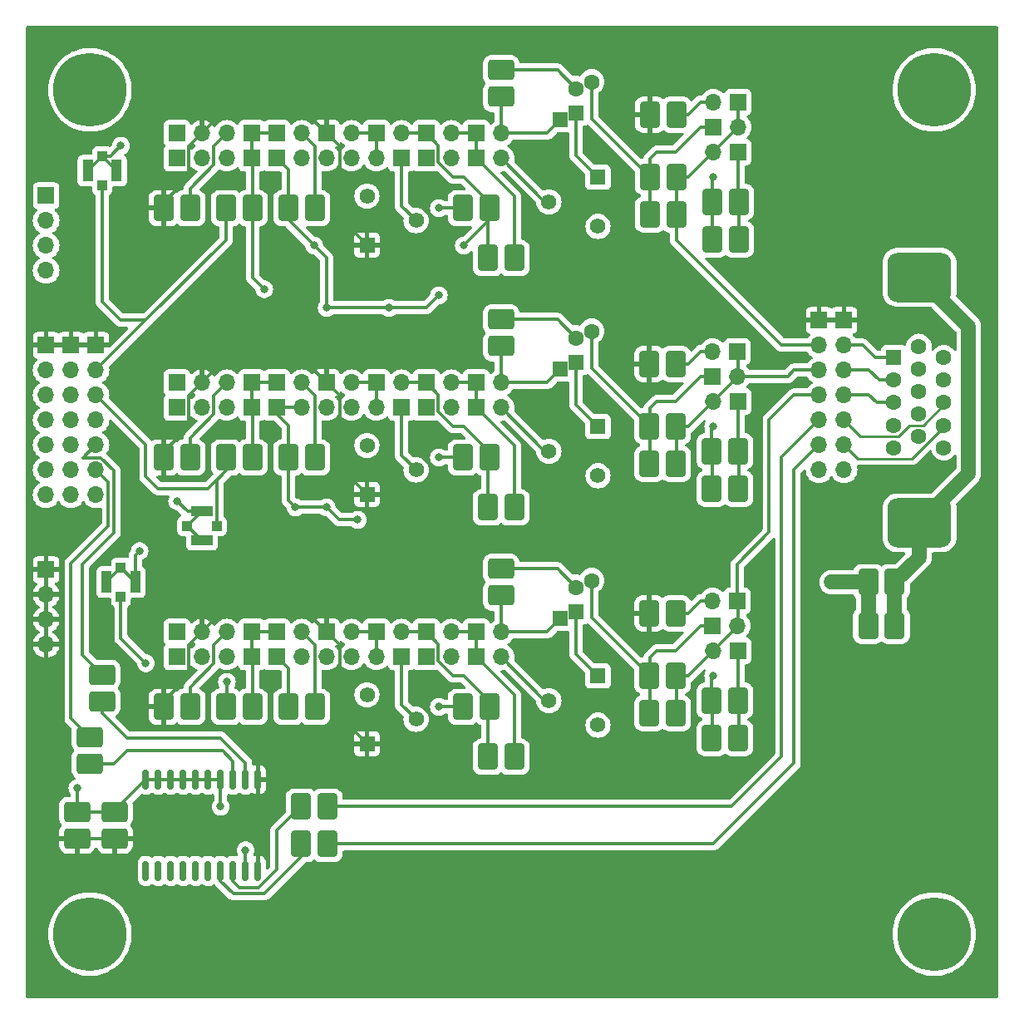
<source format=gtl>
G04 #@! TF.GenerationSoftware,KiCad,Pcbnew,8.0.3*
G04 #@! TF.CreationDate,2025-01-02T16:48:01+10:30*
G04 #@! TF.ProjectId,tt06-vga-opamp,74743036-2d76-4676-912d-6f70616d702e,rev?*
G04 #@! TF.SameCoordinates,Original*
G04 #@! TF.FileFunction,Copper,L1,Top*
G04 #@! TF.FilePolarity,Positive*
%FSLAX46Y46*%
G04 Gerber Fmt 4.6, Leading zero omitted, Abs format (unit mm)*
G04 Created by KiCad (PCBNEW 8.0.3) date 2025-01-02 16:48:01*
%MOMM*%
%LPD*%
G01*
G04 APERTURE LIST*
G04 Aperture macros list*
%AMRoundRect*
0 Rectangle with rounded corners*
0 $1 Rounding radius*
0 $2 $3 $4 $5 $6 $7 $8 $9 X,Y pos of 4 corners*
0 Add a 4 corners polygon primitive as box body*
4,1,4,$2,$3,$4,$5,$6,$7,$8,$9,$2,$3,0*
0 Add four circle primitives for the rounded corners*
1,1,$1+$1,$2,$3*
1,1,$1+$1,$4,$5*
1,1,$1+$1,$6,$7*
1,1,$1+$1,$8,$9*
0 Add four rect primitives between the rounded corners*
20,1,$1+$1,$2,$3,$4,$5,0*
20,1,$1+$1,$4,$5,$6,$7,0*
20,1,$1+$1,$6,$7,$8,$9,0*
20,1,$1+$1,$8,$9,$2,$3,0*%
G04 Aperture macros list end*
G04 #@! TA.AperFunction,SMDPad,CuDef*
%ADD10R,1.050000X2.200000*%
G04 #@! TD*
G04 #@! TA.AperFunction,SMDPad,CuDef*
%ADD11R,1.000000X1.000000*%
G04 #@! TD*
G04 #@! TA.AperFunction,SMDPad,CuDef*
%ADD12R,2.200000X1.050000*%
G04 #@! TD*
G04 #@! TA.AperFunction,ComponentPad*
%ADD13R,1.700000X1.700000*%
G04 #@! TD*
G04 #@! TA.AperFunction,ComponentPad*
%ADD14O,1.700000X1.700000*%
G04 #@! TD*
G04 #@! TA.AperFunction,ComponentPad*
%ADD15C,7.500000*%
G04 #@! TD*
G04 #@! TA.AperFunction,ComponentPad*
%ADD16RoundRect,1.000000X2.250000X-1.500000X2.250000X1.500000X-2.250000X1.500000X-2.250000X-1.500000X0*%
G04 #@! TD*
G04 #@! TA.AperFunction,ComponentPad*
%ADD17R,1.600000X1.600000*%
G04 #@! TD*
G04 #@! TA.AperFunction,ComponentPad*
%ADD18C,1.600000*%
G04 #@! TD*
G04 #@! TA.AperFunction,SMDPad,CuDef*
%ADD19RoundRect,0.150000X-0.150000X0.875000X-0.150000X-0.875000X0.150000X-0.875000X0.150000X0.875000X0*%
G04 #@! TD*
G04 #@! TA.AperFunction,ComponentPad*
%ADD20C,1.560000*%
G04 #@! TD*
G04 #@! TA.AperFunction,ComponentPad*
%ADD21R,1.560000X1.560000*%
G04 #@! TD*
G04 #@! TA.AperFunction,SMDPad,CuDef*
%ADD22RoundRect,0.396226X-0.653774X-0.953774X0.653774X-0.953774X0.653774X0.953774X-0.653774X0.953774X0*%
G04 #@! TD*
G04 #@! TA.AperFunction,SMDPad,CuDef*
%ADD23RoundRect,0.396226X0.653774X0.953774X-0.653774X0.953774X-0.653774X-0.953774X0.653774X-0.953774X0*%
G04 #@! TD*
G04 #@! TA.AperFunction,SMDPad,CuDef*
%ADD24RoundRect,0.396226X-0.953774X0.653774X-0.953774X-0.653774X0.953774X-0.653774X0.953774X0.653774X0*%
G04 #@! TD*
G04 #@! TA.AperFunction,SMDPad,CuDef*
%ADD25RoundRect,0.396226X0.953774X-0.653774X0.953774X0.653774X-0.953774X0.653774X-0.953774X-0.653774X0*%
G04 #@! TD*
G04 #@! TA.AperFunction,ViaPad*
%ADD26C,0.800000*%
G04 #@! TD*
G04 #@! TA.AperFunction,Conductor*
%ADD27C,0.350000*%
G04 #@! TD*
G04 #@! TA.AperFunction,Conductor*
%ADD28C,1.500000*%
G04 #@! TD*
G04 #@! TA.AperFunction,Conductor*
%ADD29C,0.250000*%
G04 #@! TD*
G04 APERTURE END LIST*
D10*
X85295000Y-109220000D03*
D11*
X83820000Y-107720000D03*
D10*
X82345000Y-109220000D03*
D11*
X83820000Y-110720000D03*
X93575000Y-103505000D03*
D12*
X92075000Y-104980000D03*
D11*
X90575000Y-103505000D03*
D12*
X92075000Y-102030000D03*
D11*
X81915000Y-68810000D03*
D10*
X80440000Y-67310000D03*
D11*
X81915000Y-65810000D03*
D10*
X83390000Y-67310000D03*
D13*
X76200000Y-107950000D03*
D14*
X76200000Y-110490000D03*
X76200000Y-113030000D03*
X76200000Y-115570000D03*
D13*
X76200000Y-69850000D03*
D14*
X76200000Y-72390000D03*
X76200000Y-74930000D03*
X76200000Y-77470000D03*
D15*
X166660000Y-145070000D03*
X80660000Y-145070000D03*
X166660000Y-59070000D03*
X80660000Y-59070000D03*
D13*
X114935000Y-116840000D03*
D14*
X117475000Y-116840000D03*
D13*
X99695000Y-116840000D03*
D14*
X102235000Y-116840000D03*
X104775000Y-116840000D03*
X107315000Y-116840000D03*
D13*
X89535000Y-116840000D03*
D14*
X92075000Y-116840000D03*
X94615000Y-116840000D03*
D13*
X114935000Y-91440000D03*
D14*
X117475000Y-91440000D03*
D13*
X99695000Y-91440000D03*
D14*
X102235000Y-91440000D03*
X104775000Y-91440000D03*
X107315000Y-91440000D03*
D13*
X89535000Y-91440000D03*
D14*
X92075000Y-91440000D03*
X94615000Y-91440000D03*
D13*
X114935000Y-66040000D03*
D14*
X117475000Y-66040000D03*
D13*
X99695000Y-66040000D03*
D14*
X102235000Y-66040000D03*
X104775000Y-66040000D03*
X107315000Y-66040000D03*
D13*
X89535000Y-66040000D03*
D14*
X92075000Y-66040000D03*
X94615000Y-66040000D03*
D16*
X165170000Y-103175000D03*
X165170000Y-78175000D03*
D17*
X162560000Y-86360000D03*
D18*
X162560000Y-88650000D03*
X162560000Y-90940000D03*
X162560000Y-93230000D03*
X162560000Y-95520000D03*
X165100000Y-85215000D03*
X165100000Y-87505000D03*
X165100000Y-89795000D03*
X165100000Y-92085000D03*
X165100000Y-94375000D03*
X167640000Y-86360000D03*
X167640000Y-88650000D03*
X167640000Y-90940000D03*
X167640000Y-93230000D03*
X167640000Y-95520000D03*
D19*
X97790000Y-129335000D03*
X96520000Y-129335000D03*
X95250000Y-129335000D03*
X93980000Y-129335000D03*
X92710000Y-129335000D03*
X91440000Y-129335000D03*
X90170000Y-129335000D03*
X88900000Y-129335000D03*
X87630000Y-129335000D03*
X86360000Y-129335000D03*
X86360000Y-138635000D03*
X87630000Y-138635000D03*
X88900000Y-138635000D03*
X90170000Y-138635000D03*
X91440000Y-138635000D03*
X92710000Y-138635000D03*
X93980000Y-138635000D03*
X95250000Y-138635000D03*
X96520000Y-138635000D03*
X97790000Y-138635000D03*
D13*
X97155000Y-116840000D03*
X97155000Y-91440000D03*
X97155000Y-66040000D03*
D20*
X132415000Y-123785000D03*
X127415000Y-121285000D03*
D21*
X132415000Y-118785000D03*
D20*
X108885000Y-120690000D03*
X113885000Y-123190000D03*
D21*
X108885000Y-125690000D03*
X132415000Y-93385000D03*
D20*
X127415000Y-95885000D03*
X132415000Y-98385000D03*
X108885000Y-95290000D03*
X113885000Y-97790000D03*
D21*
X108885000Y-100290000D03*
X132415000Y-67985000D03*
D20*
X127415000Y-70485000D03*
X132415000Y-72985000D03*
D21*
X108885000Y-74890000D03*
D20*
X113885000Y-72390000D03*
X108885000Y-69890000D03*
D22*
X140340000Y-112395000D03*
X137640000Y-112395000D03*
X146690000Y-125095000D03*
X143990000Y-125095000D03*
X146690000Y-121285000D03*
X143990000Y-121285000D03*
X137640000Y-122555000D03*
X140340000Y-122555000D03*
X140340000Y-118745000D03*
X137640000Y-118745000D03*
D23*
X123905000Y-127000000D03*
X121205000Y-127000000D03*
X118665000Y-121920000D03*
X121365000Y-121920000D03*
X100885000Y-121920000D03*
X103585000Y-121920000D03*
X88185000Y-121920000D03*
X90885000Y-121920000D03*
D22*
X97235000Y-121920000D03*
X94535000Y-121920000D03*
X137640000Y-86995000D03*
X140340000Y-86995000D03*
X143990000Y-99695000D03*
X146690000Y-99695000D03*
X143990000Y-95885000D03*
X146690000Y-95885000D03*
X137640000Y-97155000D03*
X140340000Y-97155000D03*
X137640000Y-93345000D03*
X140340000Y-93345000D03*
D23*
X121205000Y-101600000D03*
X123905000Y-101600000D03*
X118665000Y-96520000D03*
X121365000Y-96520000D03*
X100885000Y-96520000D03*
X103585000Y-96520000D03*
X88185000Y-96520000D03*
X90885000Y-96520000D03*
D22*
X97235000Y-96520000D03*
X94535000Y-96520000D03*
X137720000Y-61595000D03*
X140420000Y-61595000D03*
X144070000Y-74295000D03*
X146770000Y-74295000D03*
X144070000Y-70485000D03*
X146770000Y-70485000D03*
X137720000Y-71755000D03*
X140420000Y-71755000D03*
X137720000Y-67945000D03*
X140420000Y-67945000D03*
D23*
X121205000Y-76200000D03*
X123905000Y-76200000D03*
X121365000Y-71120000D03*
X118665000Y-71120000D03*
X100885000Y-71120000D03*
X103585000Y-71120000D03*
X88185000Y-71120000D03*
X90885000Y-71120000D03*
D22*
X97235000Y-71120000D03*
X94535000Y-71120000D03*
X102155000Y-135890000D03*
X104855000Y-135890000D03*
X102155000Y-132080000D03*
X104855000Y-132080000D03*
D24*
X80645000Y-125015000D03*
X80645000Y-127715000D03*
X81915000Y-118665000D03*
X81915000Y-121365000D03*
D23*
X162640000Y-113665000D03*
X159940000Y-113665000D03*
D14*
X144150000Y-116205000D03*
D13*
X146690000Y-116205000D03*
D14*
X144065000Y-111125000D03*
D13*
X146605000Y-111125000D03*
D14*
X122555000Y-116840000D03*
D13*
X120015000Y-116840000D03*
D14*
X109855000Y-116840000D03*
D13*
X112395000Y-116840000D03*
D14*
X122555000Y-114300000D03*
D13*
X120015000Y-114300000D03*
D14*
X117475000Y-114300000D03*
D13*
X114935000Y-114300000D03*
D14*
X112395000Y-114300000D03*
D13*
X109855000Y-114300000D03*
D14*
X107315000Y-114300000D03*
D13*
X104775000Y-114300000D03*
D14*
X146610000Y-113665000D03*
D13*
X144070000Y-113665000D03*
D14*
X92075000Y-114300000D03*
D13*
X89535000Y-114300000D03*
D14*
X102235000Y-114300000D03*
D13*
X99695000Y-114300000D03*
D14*
X94615000Y-114300000D03*
D13*
X97155000Y-114300000D03*
X146685000Y-90805000D03*
D14*
X144145000Y-90805000D03*
D13*
X146605000Y-85725000D03*
D14*
X144065000Y-85725000D03*
X122555000Y-91440000D03*
D13*
X120015000Y-91440000D03*
D14*
X109855000Y-91440000D03*
D13*
X112395000Y-91440000D03*
D14*
X122555000Y-88900000D03*
D13*
X120015000Y-88900000D03*
D14*
X117475000Y-88900000D03*
D13*
X114935000Y-88900000D03*
D14*
X112395000Y-88900000D03*
D13*
X109855000Y-88900000D03*
X104775000Y-88900000D03*
D14*
X107315000Y-88900000D03*
X146610000Y-88265000D03*
D13*
X144070000Y-88265000D03*
D14*
X92075000Y-88900000D03*
D13*
X89535000Y-88900000D03*
D14*
X102235000Y-88900000D03*
D13*
X99695000Y-88900000D03*
D14*
X94615000Y-88900000D03*
D13*
X97155000Y-88900000D03*
X146685000Y-65405000D03*
D14*
X144145000Y-65405000D03*
D13*
X146685000Y-60325000D03*
D14*
X144145000Y-60325000D03*
D13*
X120015000Y-66040000D03*
D14*
X122555000Y-66040000D03*
X109855000Y-66040000D03*
D13*
X112395000Y-66040000D03*
D14*
X122555000Y-63500000D03*
D13*
X120015000Y-63500000D03*
D14*
X117475000Y-63500000D03*
D13*
X114935000Y-63500000D03*
D14*
X112395000Y-63500000D03*
D13*
X109855000Y-63500000D03*
D14*
X107315000Y-63500000D03*
D13*
X104775000Y-63500000D03*
D14*
X146685000Y-62865000D03*
D13*
X144145000Y-62865000D03*
X89535000Y-63500000D03*
D14*
X92075000Y-63500000D03*
X102235000Y-63500000D03*
D13*
X99695000Y-63500000D03*
D14*
X94615000Y-63500000D03*
D13*
X97155000Y-63500000D03*
X157480000Y-82550000D03*
D14*
X157480000Y-85090000D03*
X157480000Y-87630000D03*
X157480000Y-90170000D03*
X157480000Y-92710000D03*
X157480000Y-95250000D03*
X157480000Y-97790000D03*
D13*
X154940000Y-82550000D03*
D14*
X154940000Y-85090000D03*
X154940000Y-87630000D03*
X154940000Y-90170000D03*
X154940000Y-92710000D03*
X154940000Y-95250000D03*
X154940000Y-97790000D03*
D13*
X81280000Y-85090000D03*
D14*
X81280000Y-87630000D03*
X81280000Y-90170000D03*
X81280000Y-92710000D03*
X81280000Y-95250000D03*
X81280000Y-97790000D03*
X81280000Y-100330000D03*
D13*
X78740000Y-85090000D03*
D14*
X78740000Y-87630000D03*
X78740000Y-90170000D03*
X78740000Y-92710000D03*
X78740000Y-95250000D03*
X78740000Y-97790000D03*
X78740000Y-100330000D03*
D13*
X76200000Y-85090000D03*
D14*
X76200000Y-87630000D03*
X76200000Y-90170000D03*
X76200000Y-92710000D03*
X76200000Y-95250000D03*
X76200000Y-97790000D03*
X76200000Y-100330000D03*
D18*
X131775000Y-109071740D03*
X130175000Y-109742677D03*
D17*
X130175000Y-112242677D03*
X128575000Y-112913614D03*
D25*
X122555000Y-107870000D03*
X122555000Y-110570000D03*
D18*
X131775000Y-83671740D03*
X130175000Y-84342677D03*
D17*
X130175000Y-86842677D03*
X128575000Y-87513614D03*
D25*
X122555000Y-85170000D03*
X122555000Y-82470000D03*
D18*
X131775000Y-58271740D03*
X130175000Y-58942677D03*
D17*
X130175000Y-61442677D03*
X128575000Y-62113614D03*
D25*
X122555000Y-59770000D03*
X122555000Y-57070000D03*
X79375000Y-135335000D03*
X79375000Y-132635000D03*
X83185000Y-132635000D03*
X83185000Y-135335000D03*
D23*
X162640000Y-109220000D03*
X159940000Y-109220000D03*
D26*
X86360000Y-117475000D03*
X85725000Y-106045000D03*
X89535000Y-100965000D03*
X83820000Y-64770000D03*
X84455000Y-104140000D03*
X80010000Y-104140000D03*
X154940000Y-104775000D03*
X149225000Y-107950000D03*
X145415000Y-104140000D03*
X144145000Y-81915000D03*
X148590000Y-79375000D03*
X145415000Y-129540000D03*
X149225000Y-133350000D03*
X103505000Y-74930000D03*
X79375000Y-130175000D03*
X107950000Y-102870000D03*
X101600000Y-101600000D03*
X104775000Y-101600000D03*
X96520000Y-136525000D03*
X93980000Y-132080000D03*
X111125000Y-81280000D03*
X116205000Y-80010000D03*
X104775000Y-81280000D03*
X144145000Y-67945000D03*
X144145000Y-93345000D03*
X144145000Y-118745000D03*
X156210000Y-109220000D03*
X94615000Y-119380000D03*
X116205000Y-121920000D03*
X116205000Y-96520000D03*
X84455000Y-76835000D03*
X98425000Y-79375000D03*
X118745000Y-74930000D03*
X116205000Y-71120000D03*
D27*
X83820000Y-114935000D02*
X86360000Y-117475000D01*
X83820000Y-110720000D02*
X83820000Y-114935000D01*
X85295000Y-106475000D02*
X85725000Y-106045000D01*
X85295000Y-109220000D02*
X85295000Y-106475000D01*
X83820000Y-107745000D02*
X85295000Y-109220000D01*
X83820000Y-107720000D02*
X83820000Y-107745000D01*
X82345000Y-109195000D02*
X83820000Y-107720000D01*
X82345000Y-109220000D02*
X82345000Y-109195000D01*
X79925000Y-116675000D02*
X81915000Y-118665000D01*
X79925000Y-107400000D02*
X79925000Y-116675000D01*
X83100000Y-104225000D02*
X79925000Y-107400000D01*
X83100000Y-97877588D02*
X83100000Y-104225000D01*
X81787412Y-96565000D02*
X83100000Y-97877588D01*
X79965000Y-96565000D02*
X81787412Y-96565000D01*
X81280000Y-95250000D02*
X79965000Y-96565000D01*
X78740000Y-107315000D02*
X78740000Y-123110000D01*
X82550000Y-103505000D02*
X78740000Y-107315000D01*
X82550000Y-99060000D02*
X82550000Y-103505000D01*
X78740000Y-123110000D02*
X80645000Y-125015000D01*
X81280000Y-97790000D02*
X82550000Y-99060000D01*
X93980000Y-125095000D02*
X96520000Y-127635000D01*
X96520000Y-127635000D02*
X96520000Y-129335000D01*
X84415000Y-125095000D02*
X93980000Y-125095000D01*
X81915000Y-122595000D02*
X84415000Y-125095000D01*
X81915000Y-121365000D02*
X81915000Y-122595000D01*
X95250000Y-127458345D02*
X95250000Y-129335000D01*
X94156655Y-126365000D02*
X95250000Y-127458345D01*
X84455000Y-126365000D02*
X94156655Y-126365000D01*
X83105000Y-127715000D02*
X84455000Y-126365000D01*
X80645000Y-127715000D02*
X83105000Y-127715000D01*
X90600000Y-102030000D02*
X92075000Y-102030000D01*
X89535000Y-100965000D02*
X90600000Y-102030000D01*
X92050000Y-102030000D02*
X90575000Y-103505000D01*
X92075000Y-102030000D02*
X92050000Y-102030000D01*
X92050000Y-104980000D02*
X90575000Y-103505000D01*
X92075000Y-104980000D02*
X92050000Y-104980000D01*
X93575000Y-103505000D02*
X93575000Y-98830000D01*
X94297500Y-98107500D02*
X94535000Y-97870000D01*
X93575000Y-98830000D02*
X94297500Y-98107500D01*
X92710000Y-99695000D02*
X94297500Y-98107500D01*
X82780000Y-65810000D02*
X83820000Y-64770000D01*
X81915000Y-65810000D02*
X82780000Y-65810000D01*
X81915000Y-65810000D02*
X81915000Y-65835000D01*
X81915000Y-65835000D02*
X83390000Y-67310000D01*
X80440000Y-67285000D02*
X81915000Y-65810000D01*
X80440000Y-67310000D02*
X80440000Y-67285000D01*
X83820000Y-82550000D02*
X86360000Y-82550000D01*
X81280000Y-87630000D02*
X86360000Y-82550000D01*
X86360000Y-82550000D02*
X94535000Y-74375000D01*
X81915000Y-80645000D02*
X83820000Y-82550000D01*
X81915000Y-68810000D02*
X81915000Y-80645000D01*
X88185000Y-70565000D02*
X88185000Y-71120000D01*
X90760000Y-67990000D02*
X88185000Y-70565000D01*
X90760000Y-64815000D02*
X90760000Y-67990000D01*
X92075000Y-63500000D02*
X90760000Y-64815000D01*
X88185000Y-95965000D02*
X88185000Y-96520000D01*
X90760000Y-90215000D02*
X90760000Y-93390000D01*
X90760000Y-93390000D02*
X88185000Y-95965000D01*
X92075000Y-88900000D02*
X90760000Y-90215000D01*
X90760000Y-118790000D02*
X88185000Y-121365000D01*
X90760000Y-115615000D02*
X90760000Y-118790000D01*
X88185000Y-121365000D02*
X88185000Y-121920000D01*
X92075000Y-114300000D02*
X90760000Y-115615000D01*
X97790000Y-135890000D02*
X97790000Y-138635000D01*
X97235000Y-135335000D02*
X97790000Y-135890000D01*
X83185000Y-135335000D02*
X97235000Y-135335000D01*
X100885000Y-100885000D02*
X101600000Y-101600000D01*
X100885000Y-96520000D02*
X100885000Y-100885000D01*
X79375000Y-132635000D02*
X79375000Y-130175000D01*
X106045000Y-102870000D02*
X107950000Y-102870000D01*
X104775000Y-101600000D02*
X106045000Y-102870000D01*
X104775000Y-101600000D02*
X101600000Y-101600000D01*
X96520000Y-138635000D02*
X96520000Y-136525000D01*
X93980000Y-129335000D02*
X93980000Y-132080000D01*
X99695000Y-91440000D02*
X102235000Y-91440000D01*
X100885000Y-118030000D02*
X100885000Y-121920000D01*
X99695000Y-116840000D02*
X100885000Y-118030000D01*
X99695000Y-92075000D02*
X100885000Y-93265000D01*
X100885000Y-93265000D02*
X100885000Y-96520000D01*
X99695000Y-91440000D02*
X99695000Y-92075000D01*
X114935000Y-81280000D02*
X116205000Y-80010000D01*
X104775000Y-81280000D02*
X114935000Y-81280000D01*
X100885000Y-67230000D02*
X99695000Y-66040000D01*
X100885000Y-71120000D02*
X100885000Y-67230000D01*
X103505000Y-74930000D02*
X104775000Y-76200000D01*
X104775000Y-76200000D02*
X104775000Y-81280000D01*
X100885000Y-72310000D02*
X103505000Y-74930000D01*
X100885000Y-71120000D02*
X100885000Y-72310000D01*
X144070000Y-68020000D02*
X144145000Y-67945000D01*
X144070000Y-70485000D02*
X144070000Y-68020000D01*
X143990000Y-93500000D02*
X144145000Y-93345000D01*
X143990000Y-95885000D02*
X143990000Y-93500000D01*
X143990000Y-118900000D02*
X144145000Y-118745000D01*
X143990000Y-121285000D02*
X143990000Y-118900000D01*
D28*
X159940000Y-109220000D02*
X156210000Y-109220000D01*
X159940000Y-109220000D02*
X159940000Y-113665000D01*
X162640000Y-109220000D02*
X162640000Y-113665000D01*
X165170000Y-106690000D02*
X162640000Y-109220000D01*
X165170000Y-103175000D02*
X165170000Y-106690000D01*
X170180000Y-83185000D02*
X165170000Y-78175000D01*
X170180000Y-98165000D02*
X170180000Y-83185000D01*
X165170000Y-103175000D02*
X170180000Y-98165000D01*
D29*
X158875000Y-96645000D02*
X157480000Y-95250000D01*
X167640000Y-93425991D02*
X164420991Y-96645000D01*
X167640000Y-93230000D02*
X167640000Y-93425991D01*
X164420991Y-96645000D02*
X158875000Y-96645000D01*
X163025991Y-94355000D02*
X159125000Y-94355000D01*
X165525991Y-93250000D02*
X164130991Y-93250000D01*
X159125000Y-94355000D02*
X157480000Y-92710000D01*
X167640000Y-91135991D02*
X165525991Y-93250000D01*
X167640000Y-90940000D02*
X167640000Y-91135991D01*
X164130991Y-93250000D02*
X163025991Y-94355000D01*
D27*
X151130000Y-96520000D02*
X154940000Y-92710000D01*
X146050000Y-132080000D02*
X151130000Y-127000000D01*
X104855000Y-132080000D02*
X146050000Y-132080000D01*
X151130000Y-127000000D02*
X151130000Y-96520000D01*
X152400000Y-97790000D02*
X154940000Y-95250000D01*
X152400000Y-127635000D02*
X152400000Y-97790000D01*
X144145000Y-135890000D02*
X152400000Y-127635000D01*
X104855000Y-135890000D02*
X144145000Y-135890000D01*
X102155000Y-137240000D02*
X102155000Y-135890000D01*
X95290001Y-140970000D02*
X98425000Y-140970000D01*
X93980000Y-139659999D02*
X95290001Y-140970000D01*
X98425000Y-140970000D02*
X102155000Y-137240000D01*
X93980000Y-138635000D02*
X93980000Y-139659999D01*
X99695000Y-138501618D02*
X99695000Y-134540000D01*
X97861618Y-140335000D02*
X99695000Y-138501618D01*
X95925001Y-140335000D02*
X97861618Y-140335000D01*
X95250000Y-139659999D02*
X95925001Y-140335000D01*
X95250000Y-138635000D02*
X95250000Y-139659999D01*
X99695000Y-134540000D02*
X102155000Y-132080000D01*
X86360000Y-129335000D02*
X93980000Y-129335000D01*
X79375000Y-135335000D02*
X83185000Y-135335000D01*
X83185000Y-132510000D02*
X86360000Y-129335000D01*
X83185000Y-132635000D02*
X83185000Y-132510000D01*
X79375000Y-132635000D02*
X83185000Y-132635000D01*
X152400000Y-90170000D02*
X154940000Y-90170000D01*
X149860000Y-92710000D02*
X152400000Y-90170000D01*
X149860000Y-104140000D02*
X149860000Y-92710000D01*
X146605000Y-107395000D02*
X149860000Y-104140000D01*
X146605000Y-111125000D02*
X146605000Y-107395000D01*
X160020000Y-90170000D02*
X160790000Y-90940000D01*
X160790000Y-90940000D02*
X162560000Y-90940000D01*
X160655000Y-86360000D02*
X162560000Y-86360000D01*
X157480000Y-85090000D02*
X159385000Y-85090000D01*
X160020000Y-87630000D02*
X161040000Y-88650000D01*
X161040000Y-88650000D02*
X162560000Y-88650000D01*
X159385000Y-85090000D02*
X160655000Y-86360000D01*
X157480000Y-87630000D02*
X160020000Y-87630000D01*
X157480000Y-90170000D02*
X160020000Y-90170000D01*
X152400000Y-87630000D02*
X154940000Y-87630000D01*
X151765000Y-88265000D02*
X152400000Y-87630000D01*
X151130000Y-85090000D02*
X154940000Y-85090000D01*
X146610000Y-88265000D02*
X151765000Y-88265000D01*
X140420000Y-74380000D02*
X151130000Y-85090000D01*
X140420000Y-71755000D02*
X140420000Y-74380000D01*
X87630000Y-99695000D02*
X92710000Y-99695000D01*
X86360000Y-98425000D02*
X87630000Y-99695000D01*
X86360000Y-95250000D02*
X86360000Y-98425000D01*
X81280000Y-90170000D02*
X86360000Y-95250000D01*
X94535000Y-97870000D02*
X94535000Y-96520000D01*
X94615000Y-121840000D02*
X94535000Y-121920000D01*
X94615000Y-119380000D02*
X94615000Y-121840000D01*
X121205000Y-127000000D02*
X121205000Y-122080000D01*
X120015000Y-116840000D02*
X123905000Y-120730000D01*
X94615000Y-114300000D02*
X93300000Y-115615000D01*
X142875000Y-111125000D02*
X144145000Y-111125000D01*
X121205000Y-122080000D02*
X121365000Y-121920000D01*
X90885000Y-119935000D02*
X90885000Y-121920000D01*
X93300000Y-117520000D02*
X90885000Y-119935000D01*
X146770000Y-121285000D02*
X146770000Y-125095000D01*
X140420000Y-112395000D02*
X141605000Y-112395000D01*
X123905000Y-120730000D02*
X123905000Y-127000000D01*
X141605000Y-112395000D02*
X142875000Y-111125000D01*
X93300000Y-115615000D02*
X93300000Y-117520000D01*
X144070000Y-121285000D02*
X144070000Y-125095000D01*
X112395000Y-121700000D02*
X112395000Y-116840000D01*
X109855000Y-114300000D02*
X107315000Y-114300000D01*
X117647588Y-118745000D02*
X118745000Y-118745000D01*
X104775000Y-114300000D02*
X106090000Y-115615000D01*
X114935000Y-114300000D02*
X116160000Y-115525000D01*
X106090000Y-115615000D02*
X106090000Y-122895000D01*
X116160000Y-117257412D02*
X117647588Y-118745000D01*
X116160000Y-115525000D02*
X116160000Y-117257412D01*
X118745000Y-118745000D02*
X121365000Y-121365000D01*
X121365000Y-121365000D02*
X121365000Y-121920000D01*
X127000000Y-121285000D02*
X127415000Y-121285000D01*
X144145000Y-116205000D02*
X146685000Y-113665000D01*
X130175000Y-112242677D02*
X130175000Y-116545000D01*
X103550000Y-115615000D02*
X103550000Y-121885000D01*
X140335000Y-116205000D02*
X142875000Y-113665000D01*
X137720000Y-118745000D02*
X137720000Y-122555000D01*
X97235000Y-116920000D02*
X97155000Y-116840000D01*
X102870000Y-112395000D02*
X104775000Y-114300000D01*
X127188614Y-114300000D02*
X128575000Y-112913614D01*
X103550000Y-121885000D02*
X103585000Y-121920000D01*
X131775000Y-109071740D02*
X131775000Y-112800000D01*
X146685000Y-113665000D02*
X146685000Y-111125000D01*
X121365000Y-121920000D02*
X121365000Y-123110000D01*
X128302323Y-107870000D02*
X130175000Y-109742677D01*
X141605000Y-118745000D02*
X144145000Y-116205000D01*
X131775000Y-112800000D02*
X137720000Y-118745000D01*
X97235000Y-121920000D02*
X97235000Y-116920000D01*
X113885000Y-123190000D02*
X112395000Y-121700000D01*
X117475000Y-114300000D02*
X120015000Y-114300000D01*
X146685000Y-116205000D02*
X146685000Y-121200000D01*
X93980000Y-112395000D02*
X102870000Y-112395000D01*
X118665000Y-121920000D02*
X116205000Y-121920000D01*
X122555000Y-107870000D02*
X128302323Y-107870000D01*
X140420000Y-118745000D02*
X141605000Y-118745000D01*
X102235000Y-114300000D02*
X103550000Y-115615000D01*
X106090000Y-122895000D02*
X108885000Y-125690000D01*
X122555000Y-116840000D02*
X127000000Y-121285000D01*
X146685000Y-121200000D02*
X146770000Y-121285000D01*
X130175000Y-116545000D02*
X132415000Y-118785000D01*
X122555000Y-114300000D02*
X122555000Y-110570000D01*
X140420000Y-118745000D02*
X140420000Y-122555000D01*
X122555000Y-114300000D02*
X127188614Y-114300000D01*
X92075000Y-114300000D02*
X93980000Y-112395000D01*
X97155000Y-114300000D02*
X99695000Y-114300000D01*
X112395000Y-114300000D02*
X114935000Y-114300000D01*
X138430000Y-116205000D02*
X140335000Y-116205000D01*
X142875000Y-113665000D02*
X144145000Y-113665000D01*
X137720000Y-116915000D02*
X138430000Y-116205000D01*
X109855000Y-116840000D02*
X109855000Y-114300000D01*
X137720000Y-118745000D02*
X137720000Y-116915000D01*
X120015000Y-114300000D02*
X120015000Y-116840000D01*
X97155000Y-116840000D02*
X97155000Y-114300000D01*
X93300000Y-92120000D02*
X90885000Y-94535000D01*
X90885000Y-94535000D02*
X90885000Y-96520000D01*
X93300000Y-90215000D02*
X93300000Y-92120000D01*
X94615000Y-88900000D02*
X93300000Y-90215000D01*
X140420000Y-86995000D02*
X141605000Y-86995000D01*
X142875000Y-85725000D02*
X144145000Y-85725000D01*
X141605000Y-86995000D02*
X142875000Y-85725000D01*
X146770000Y-95885000D02*
X146770000Y-99695000D01*
X121205000Y-96680000D02*
X121365000Y-96520000D01*
X121205000Y-101600000D02*
X121205000Y-96680000D01*
X120015000Y-91440000D02*
X123905000Y-95330000D01*
X123905000Y-95330000D02*
X123905000Y-101600000D01*
X117647588Y-93345000D02*
X118745000Y-93345000D01*
X104775000Y-88900000D02*
X106090000Y-90215000D01*
X114935000Y-88900000D02*
X116160000Y-90125000D01*
X106090000Y-90215000D02*
X106090000Y-97495000D01*
X116160000Y-91857412D02*
X117647588Y-93345000D01*
X118745000Y-93345000D02*
X121365000Y-95965000D01*
X116160000Y-90125000D02*
X116160000Y-91857412D01*
X106090000Y-97495000D02*
X108885000Y-100290000D01*
X121365000Y-95965000D02*
X121365000Y-96520000D01*
X122555000Y-91440000D02*
X127000000Y-95885000D01*
X127000000Y-95885000D02*
X127415000Y-95885000D01*
X122555000Y-82470000D02*
X128302323Y-82470000D01*
X128302323Y-82470000D02*
X130175000Y-84342677D01*
X140420000Y-93345000D02*
X140420000Y-97155000D01*
X144145000Y-90805000D02*
X146685000Y-88265000D01*
X141605000Y-93345000D02*
X144145000Y-90805000D01*
X140420000Y-93345000D02*
X141605000Y-93345000D01*
X130175000Y-86842677D02*
X130175000Y-91145000D01*
X130175000Y-91145000D02*
X132415000Y-93385000D01*
X127188614Y-88900000D02*
X128575000Y-87513614D01*
X122555000Y-88900000D02*
X127188614Y-88900000D01*
X103550000Y-96485000D02*
X103585000Y-96520000D01*
X103550000Y-90215000D02*
X103550000Y-96485000D01*
X102235000Y-88900000D02*
X103550000Y-90215000D01*
X131775000Y-83671740D02*
X131775000Y-87400000D01*
X131775000Y-87400000D02*
X137720000Y-93345000D01*
X122555000Y-88900000D02*
X122555000Y-85170000D01*
X112395000Y-96300000D02*
X112395000Y-91440000D01*
X113885000Y-97790000D02*
X112395000Y-96300000D01*
X97235000Y-91520000D02*
X97155000Y-91440000D01*
X97235000Y-96520000D02*
X97235000Y-91520000D01*
X102870000Y-86995000D02*
X104775000Y-88900000D01*
X92075000Y-88900000D02*
X93980000Y-86995000D01*
X93980000Y-86995000D02*
X102870000Y-86995000D01*
X118665000Y-96520000D02*
X116205000Y-96520000D01*
X137720000Y-93345000D02*
X137720000Y-97155000D01*
X146685000Y-88265000D02*
X146685000Y-85725000D01*
X121365000Y-96520000D02*
X121365000Y-97710000D01*
X146685000Y-90805000D02*
X146685000Y-95800000D01*
X146685000Y-95800000D02*
X146770000Y-95885000D01*
X109855000Y-88900000D02*
X107315000Y-88900000D01*
X117475000Y-88900000D02*
X120015000Y-88900000D01*
X144070000Y-95885000D02*
X144070000Y-99695000D01*
X140335000Y-90805000D02*
X142875000Y-88265000D01*
X138430000Y-90805000D02*
X140335000Y-90805000D01*
X142875000Y-88265000D02*
X144145000Y-88265000D01*
X137720000Y-91515000D02*
X138430000Y-90805000D01*
X137720000Y-93345000D02*
X137720000Y-91515000D01*
X109855000Y-91440000D02*
X109855000Y-88900000D01*
X97155000Y-88900000D02*
X99695000Y-88900000D01*
X112395000Y-88900000D02*
X114935000Y-88900000D01*
X120015000Y-88900000D02*
X120015000Y-91440000D01*
X97155000Y-91440000D02*
X97155000Y-88900000D01*
X94535000Y-74375000D02*
X94535000Y-71120000D01*
X140420000Y-67945000D02*
X140420000Y-71755000D01*
X121365000Y-70565000D02*
X121365000Y-71120000D01*
X117647588Y-67945000D02*
X118745000Y-67945000D01*
X116160000Y-66457412D02*
X117647588Y-67945000D01*
X116160000Y-64725000D02*
X116160000Y-66457412D01*
X118745000Y-67945000D02*
X121365000Y-70565000D01*
X114935000Y-63500000D02*
X116160000Y-64725000D01*
X106090000Y-72095000D02*
X108885000Y-74890000D01*
X106090000Y-64815000D02*
X106090000Y-72095000D01*
X104775000Y-63500000D02*
X106090000Y-64815000D01*
X103550000Y-71085000D02*
X103585000Y-71120000D01*
X103550000Y-64815000D02*
X103550000Y-71085000D01*
X102235000Y-63500000D02*
X103550000Y-64815000D01*
X93300000Y-64815000D02*
X93300000Y-66720000D01*
X93300000Y-66720000D02*
X90885000Y-69135000D01*
X90885000Y-69135000D02*
X90885000Y-71120000D01*
X94615000Y-63500000D02*
X93300000Y-64815000D01*
X146770000Y-70485000D02*
X146770000Y-74295000D01*
X146685000Y-70400000D02*
X146770000Y-70485000D01*
X146685000Y-65405000D02*
X146685000Y-70400000D01*
X146685000Y-62865000D02*
X146685000Y-60325000D01*
X144145000Y-65405000D02*
X146685000Y-62865000D01*
X141605000Y-67945000D02*
X144145000Y-65405000D01*
X140420000Y-67945000D02*
X141605000Y-67945000D01*
X140335000Y-65405000D02*
X142875000Y-62865000D01*
X138430000Y-65405000D02*
X140335000Y-65405000D01*
X142875000Y-62865000D02*
X144145000Y-62865000D01*
X137720000Y-66115000D02*
X138430000Y-65405000D01*
X137720000Y-67945000D02*
X137720000Y-66115000D01*
X142875000Y-60325000D02*
X144145000Y-60325000D01*
X141605000Y-61595000D02*
X142875000Y-60325000D01*
X140420000Y-61595000D02*
X141605000Y-61595000D01*
X121205000Y-71280000D02*
X121365000Y-71120000D01*
X121205000Y-76200000D02*
X121205000Y-71280000D01*
X120015000Y-66040000D02*
X123905000Y-69930000D01*
X123905000Y-69930000D02*
X123905000Y-76200000D01*
X127000000Y-70485000D02*
X127415000Y-70485000D01*
X122555000Y-66040000D02*
X127000000Y-70485000D01*
X131775000Y-62000000D02*
X137720000Y-67945000D01*
X131775000Y-58271740D02*
X131775000Y-62000000D01*
X130175000Y-65745000D02*
X132415000Y-67985000D01*
X130175000Y-61442677D02*
X130175000Y-65745000D01*
X128302323Y-57070000D02*
X130175000Y-58942677D01*
X122555000Y-57070000D02*
X128302323Y-57070000D01*
X122555000Y-63500000D02*
X122555000Y-59770000D01*
X127188614Y-63500000D02*
X128575000Y-62113614D01*
X122555000Y-63500000D02*
X127188614Y-63500000D01*
X85725000Y-71120000D02*
X88185000Y-71120000D01*
X84455000Y-72390000D02*
X85725000Y-71120000D01*
X84455000Y-76835000D02*
X84455000Y-72390000D01*
X144070000Y-70485000D02*
X144070000Y-74295000D01*
X137720000Y-67945000D02*
X137720000Y-71755000D01*
X93980000Y-61595000D02*
X102870000Y-61595000D01*
X92075000Y-63500000D02*
X93980000Y-61595000D01*
X102870000Y-61595000D02*
X104775000Y-63500000D01*
X97235000Y-78185000D02*
X98425000Y-79375000D01*
X97235000Y-71120000D02*
X97235000Y-78185000D01*
X121365000Y-72310000D02*
X118745000Y-74930000D01*
X121365000Y-71120000D02*
X121365000Y-72310000D01*
X120015000Y-63500000D02*
X120015000Y-66040000D01*
X117475000Y-63500000D02*
X120015000Y-63500000D01*
X112395000Y-63500000D02*
X114935000Y-63500000D01*
X118665000Y-71120000D02*
X116205000Y-71120000D01*
X109855000Y-63500000D02*
X107315000Y-63500000D01*
X109855000Y-66040000D02*
X109855000Y-63500000D01*
X112395000Y-70900000D02*
X112395000Y-66040000D01*
X113885000Y-72390000D02*
X112395000Y-70900000D01*
X97155000Y-63500000D02*
X99695000Y-63500000D01*
X97155000Y-66040000D02*
X97155000Y-63500000D01*
X97235000Y-66120000D02*
X97155000Y-66040000D01*
X97235000Y-71120000D02*
X97235000Y-66120000D01*
G04 #@! TA.AperFunction,Conductor*
G36*
X106293030Y-115195030D02*
G01*
X106321285Y-115216181D01*
X106443597Y-115338493D01*
X106443603Y-115338498D01*
X106629158Y-115468425D01*
X106672783Y-115523002D01*
X106679977Y-115592500D01*
X106648454Y-115654855D01*
X106629158Y-115671575D01*
X106443597Y-115801505D01*
X106276505Y-115968597D01*
X106146575Y-116154158D01*
X106091998Y-116197783D01*
X106022500Y-116204977D01*
X105960145Y-116173454D01*
X105943425Y-116154158D01*
X105813496Y-115968600D01*
X105754954Y-115910058D01*
X105691179Y-115846283D01*
X105657696Y-115784963D01*
X105662680Y-115715271D01*
X105704551Y-115659337D01*
X105735529Y-115642422D01*
X105867086Y-115593354D01*
X105867093Y-115593350D01*
X105982187Y-115507190D01*
X105982190Y-115507187D01*
X106068350Y-115392093D01*
X106068354Y-115392086D01*
X106117422Y-115260529D01*
X106159293Y-115204595D01*
X106224757Y-115180178D01*
X106293030Y-115195030D01*
G37*
G04 #@! TD.AperFunction*
G04 #@! TA.AperFunction,Conductor*
G36*
X91053610Y-115194901D02*
G01*
X91081865Y-115216053D01*
X91203917Y-115338105D01*
X91389595Y-115468119D01*
X91433219Y-115522696D01*
X91440412Y-115592195D01*
X91408890Y-115654549D01*
X91389595Y-115671269D01*
X91203598Y-115801505D01*
X91081673Y-115923430D01*
X91020350Y-115956914D01*
X90950658Y-115951930D01*
X90894725Y-115910058D01*
X90877810Y-115879081D01*
X90828797Y-115747671D01*
X90828795Y-115747668D01*
X90804999Y-115715881D01*
X90751421Y-115644309D01*
X90727004Y-115578848D01*
X90741855Y-115510575D01*
X90751416Y-115495696D01*
X90828796Y-115392331D01*
X90828888Y-115392086D01*
X90848874Y-115338498D01*
X90878002Y-115260401D01*
X90919872Y-115204468D01*
X90985337Y-115180050D01*
X91053610Y-115194901D01*
G37*
G04 #@! TD.AperFunction*
G04 #@! TA.AperFunction,Conductor*
G36*
X131430237Y-62617641D02*
G01*
X131458492Y-62638793D01*
X136133181Y-67313482D01*
X136166666Y-67374805D01*
X136169500Y-67401163D01*
X136169500Y-68961535D01*
X136175661Y-69039823D01*
X136223708Y-69219136D01*
X136224449Y-69221902D01*
X136293731Y-69357876D01*
X136310029Y-69389861D01*
X136376972Y-69472527D01*
X136428653Y-69536347D01*
X136507461Y-69600165D01*
X136575138Y-69654970D01*
X136575140Y-69654971D01*
X136575144Y-69654974D01*
X136741065Y-69739515D01*
X136791861Y-69787490D01*
X136808656Y-69855311D01*
X136786118Y-69921446D01*
X136741065Y-69960485D01*
X136575138Y-70045029D01*
X136428653Y-70163653D01*
X136310029Y-70310138D01*
X136224448Y-70478099D01*
X136175661Y-70660176D01*
X136169500Y-70738464D01*
X136169500Y-72771535D01*
X136175661Y-72849823D01*
X136223639Y-73028878D01*
X136224449Y-73031902D01*
X136267013Y-73115439D01*
X136310029Y-73199861D01*
X136376972Y-73282527D01*
X136428653Y-73346347D01*
X136463629Y-73374670D01*
X136575138Y-73464970D01*
X136575140Y-73464971D01*
X136575144Y-73464974D01*
X136743098Y-73550551D01*
X136925175Y-73599338D01*
X137003470Y-73605500D01*
X137003478Y-73605500D01*
X138436522Y-73605500D01*
X138436530Y-73605500D01*
X138514825Y-73599338D01*
X138696902Y-73550551D01*
X138864856Y-73464974D01*
X138991965Y-73362041D01*
X139056450Y-73335151D01*
X139125239Y-73347392D01*
X139148031Y-73362039D01*
X139215661Y-73416805D01*
X139275138Y-73464970D01*
X139275140Y-73464971D01*
X139275144Y-73464974D01*
X139443098Y-73550551D01*
X139625175Y-73599338D01*
X139630220Y-73599735D01*
X139695510Y-73624614D01*
X139736985Y-73680842D01*
X139744500Y-73723353D01*
X139744500Y-74446535D01*
X139770457Y-74577028D01*
X139770459Y-74577036D01*
X139821378Y-74699965D01*
X139821383Y-74699975D01*
X139895304Y-74810605D01*
X139895307Y-74810609D01*
X150605305Y-85520606D01*
X150699394Y-85614695D01*
X150699397Y-85614697D01*
X150699398Y-85614698D01*
X150810020Y-85688613D01*
X150810023Y-85688614D01*
X150810031Y-85688620D01*
X150810037Y-85688622D01*
X150810038Y-85688623D01*
X150932959Y-85739538D01*
X150932964Y-85739540D01*
X150932968Y-85739540D01*
X150932969Y-85739541D01*
X151063466Y-85765500D01*
X151063469Y-85765500D01*
X151196531Y-85765500D01*
X153699783Y-85765500D01*
X153766822Y-85785185D01*
X153801358Y-85818376D01*
X153901505Y-85961401D01*
X154068597Y-86128493D01*
X154068603Y-86128498D01*
X154254158Y-86258425D01*
X154297783Y-86313002D01*
X154304977Y-86382500D01*
X154273454Y-86444855D01*
X154254158Y-86461575D01*
X154068597Y-86591505D01*
X153901506Y-86758596D01*
X153801359Y-86901623D01*
X153746782Y-86945248D01*
X153699784Y-86954500D01*
X152333464Y-86954500D01*
X152202971Y-86980457D01*
X152202963Y-86980459D01*
X152125046Y-87012733D01*
X152125047Y-87012734D01*
X152080031Y-87031380D01*
X152080020Y-87031386D01*
X151969398Y-87105301D01*
X151969390Y-87105307D01*
X151521518Y-87553181D01*
X151460195Y-87586666D01*
X151433837Y-87589500D01*
X147850216Y-87589500D01*
X147783177Y-87569815D01*
X147748641Y-87536623D01*
X147648493Y-87393596D01*
X147525211Y-87270314D01*
X147491726Y-87208991D01*
X147496710Y-87139299D01*
X147538582Y-87083366D01*
X147569557Y-87066452D01*
X147697331Y-87018796D01*
X147812546Y-86932546D01*
X147898796Y-86817331D01*
X147949091Y-86682483D01*
X147955500Y-86622873D01*
X147955499Y-84827128D01*
X147949091Y-84767517D01*
X147947810Y-84764083D01*
X147898797Y-84632671D01*
X147898793Y-84632664D01*
X147812547Y-84517455D01*
X147812544Y-84517452D01*
X147697335Y-84431206D01*
X147697328Y-84431202D01*
X147562482Y-84380908D01*
X147562483Y-84380908D01*
X147502883Y-84374501D01*
X147502881Y-84374500D01*
X147502873Y-84374500D01*
X147502864Y-84374500D01*
X145707129Y-84374500D01*
X145707123Y-84374501D01*
X145647516Y-84380908D01*
X145512671Y-84431202D01*
X145512664Y-84431206D01*
X145397455Y-84517452D01*
X145397452Y-84517455D01*
X145311206Y-84632664D01*
X145311203Y-84632669D01*
X145262189Y-84764083D01*
X145220317Y-84820016D01*
X145154853Y-84844433D01*
X145086580Y-84829581D01*
X145058326Y-84808430D01*
X144936402Y-84686506D01*
X144936395Y-84686501D01*
X144915381Y-84671787D01*
X144859518Y-84632671D01*
X144742834Y-84550967D01*
X144742830Y-84550965D01*
X144742828Y-84550964D01*
X144528663Y-84451097D01*
X144528659Y-84451096D01*
X144528655Y-84451094D01*
X144300413Y-84389938D01*
X144300403Y-84389936D01*
X144065001Y-84369341D01*
X144064999Y-84369341D01*
X143829596Y-84389936D01*
X143829586Y-84389938D01*
X143601344Y-84451094D01*
X143601335Y-84451098D01*
X143387171Y-84550964D01*
X143387169Y-84550965D01*
X143193597Y-84686505D01*
X143026506Y-84853596D01*
X142926359Y-84996623D01*
X142871782Y-85040248D01*
X142824784Y-85049500D01*
X142808467Y-85049500D01*
X142677969Y-85075458D01*
X142677959Y-85075461D01*
X142555038Y-85126376D01*
X142555020Y-85126386D01*
X142472066Y-85181813D01*
X142472067Y-85181814D01*
X142444394Y-85200304D01*
X142444388Y-85200309D01*
X141986966Y-85657731D01*
X141925643Y-85691216D01*
X141855951Y-85686232D01*
X141800018Y-85644360D01*
X141788800Y-85626345D01*
X141749974Y-85550144D01*
X141749971Y-85550140D01*
X141749970Y-85550138D01*
X141685046Y-85469965D01*
X141631347Y-85403653D01*
X141549243Y-85337166D01*
X141484861Y-85285029D01*
X141484857Y-85285027D01*
X141484856Y-85285026D01*
X141316902Y-85199449D01*
X141316901Y-85199448D01*
X141316900Y-85199448D01*
X141134823Y-85150661D01*
X141056535Y-85144500D01*
X141056530Y-85144500D01*
X139623470Y-85144500D01*
X139623464Y-85144500D01*
X139545176Y-85150661D01*
X139363099Y-85199448D01*
X139304255Y-85229431D01*
X139195144Y-85285026D01*
X139195142Y-85285027D01*
X139195139Y-85285029D01*
X139067639Y-85388278D01*
X139003152Y-85415170D01*
X138934363Y-85402928D01*
X138911566Y-85388277D01*
X138784584Y-85285447D01*
X138784581Y-85285445D01*
X138616720Y-85199917D01*
X138434745Y-85151157D01*
X138356508Y-85145000D01*
X137890000Y-85145000D01*
X137890000Y-88844999D01*
X138356493Y-88844999D01*
X138356511Y-88844998D01*
X138434745Y-88838842D01*
X138616720Y-88790082D01*
X138784581Y-88704554D01*
X138784584Y-88704552D01*
X138911566Y-88601722D01*
X138976053Y-88574830D01*
X139044842Y-88587071D01*
X139067637Y-88601720D01*
X139099474Y-88627501D01*
X139195138Y-88704970D01*
X139195140Y-88704971D01*
X139195144Y-88704974D01*
X139363098Y-88790551D01*
X139545175Y-88839338D01*
X139623470Y-88845500D01*
X139623478Y-88845500D01*
X141039836Y-88845500D01*
X141106875Y-88865185D01*
X141152630Y-88917989D01*
X141162574Y-88987147D01*
X141133549Y-89050703D01*
X141127517Y-89057181D01*
X140091518Y-90093181D01*
X140030195Y-90126666D01*
X140003837Y-90129500D01*
X138363464Y-90129500D01*
X138232971Y-90155456D01*
X138232967Y-90155458D01*
X138232965Y-90155458D01*
X138232964Y-90155459D01*
X138197861Y-90169999D01*
X138146034Y-90191466D01*
X138146033Y-90191465D01*
X138110034Y-90206378D01*
X138110031Y-90206379D01*
X138110031Y-90206380D01*
X138020856Y-90265965D01*
X138016999Y-90268542D01*
X137999391Y-90280306D01*
X137195307Y-91084390D01*
X137195304Y-91084394D01*
X137121383Y-91195024D01*
X137121378Y-91195034D01*
X137070459Y-91317962D01*
X137066389Y-91338425D01*
X137055196Y-91394693D01*
X137022813Y-91456602D01*
X136962097Y-91491176D01*
X136933580Y-91494500D01*
X136923456Y-91494500D01*
X136888984Y-91497213D01*
X136820607Y-91482847D01*
X136791577Y-91461276D01*
X133341812Y-88011511D01*
X136090001Y-88011511D01*
X136096157Y-88089745D01*
X136144917Y-88271720D01*
X136230445Y-88439581D01*
X136230447Y-88439584D01*
X136349008Y-88585991D01*
X136495415Y-88704552D01*
X136495418Y-88704554D01*
X136663279Y-88790082D01*
X136845254Y-88838842D01*
X136923498Y-88844999D01*
X137389999Y-88844999D01*
X137390000Y-88844998D01*
X137390000Y-87245000D01*
X136090001Y-87245000D01*
X136090001Y-88011511D01*
X133341812Y-88011511D01*
X132486819Y-87156518D01*
X132453334Y-87095195D01*
X132450500Y-87068837D01*
X132450500Y-85978491D01*
X136090000Y-85978491D01*
X136090000Y-86745000D01*
X137390000Y-86745000D01*
X137390000Y-85145000D01*
X136923507Y-85145000D01*
X136923488Y-85145001D01*
X136845254Y-85151157D01*
X136663279Y-85199917D01*
X136495418Y-85285445D01*
X136495415Y-85285447D01*
X136349008Y-85404008D01*
X136230447Y-85550415D01*
X136230445Y-85550418D01*
X136144917Y-85718279D01*
X136096157Y-85900254D01*
X136090000Y-85978491D01*
X132450500Y-85978491D01*
X132450500Y-84850917D01*
X132470185Y-84783878D01*
X132503375Y-84749343D01*
X132614139Y-84671787D01*
X132775047Y-84510879D01*
X132905568Y-84324474D01*
X133001739Y-84118236D01*
X133060635Y-83898432D01*
X133080468Y-83671740D01*
X133060635Y-83445048D01*
X133001739Y-83225244D01*
X132905568Y-83019006D01*
X132775047Y-82832601D01*
X132775045Y-82832598D01*
X132614141Y-82671694D01*
X132427734Y-82541172D01*
X132427732Y-82541171D01*
X132221497Y-82445001D01*
X132221488Y-82444998D01*
X132001697Y-82386106D01*
X132001693Y-82386105D01*
X132001692Y-82386105D01*
X132001691Y-82386104D01*
X132001686Y-82386104D01*
X131775002Y-82366272D01*
X131774998Y-82366272D01*
X131548313Y-82386104D01*
X131548302Y-82386106D01*
X131328511Y-82444998D01*
X131328502Y-82445001D01*
X131122267Y-82541171D01*
X131122265Y-82541172D01*
X130935858Y-82671694D01*
X130774954Y-82832598D01*
X130644432Y-83019004D01*
X130641724Y-83023696D01*
X130640051Y-83022730D01*
X130599492Y-83068782D01*
X130532296Y-83087926D01*
X130501202Y-83083705D01*
X130401697Y-83057043D01*
X130401693Y-83057042D01*
X130401692Y-83057042D01*
X130401691Y-83057041D01*
X130401686Y-83057041D01*
X130175002Y-83037209D01*
X130174998Y-83037209D01*
X129948313Y-83057041D01*
X129948299Y-83057044D01*
X129935718Y-83060415D01*
X129865868Y-83058751D01*
X129815945Y-83028321D01*
X128732932Y-81945307D01*
X128732928Y-81945304D01*
X128622298Y-81871383D01*
X128622288Y-81871378D01*
X128499359Y-81820459D01*
X128499351Y-81820457D01*
X128368858Y-81794500D01*
X128368854Y-81794500D01*
X124523354Y-81794500D01*
X124456315Y-81774815D01*
X124410560Y-81722011D01*
X124399736Y-81680232D01*
X124399735Y-81680220D01*
X124399338Y-81675175D01*
X124350551Y-81493098D01*
X124264974Y-81325144D01*
X124264971Y-81325140D01*
X124264970Y-81325138D01*
X124209504Y-81256645D01*
X124146347Y-81178653D01*
X124071504Y-81118046D01*
X123999861Y-81060029D01*
X123999857Y-81060027D01*
X123999856Y-81060026D01*
X123831902Y-80974449D01*
X123831901Y-80974448D01*
X123831900Y-80974448D01*
X123649823Y-80925661D01*
X123571535Y-80919500D01*
X123571530Y-80919500D01*
X121538470Y-80919500D01*
X121538464Y-80919500D01*
X121460176Y-80925661D01*
X121278099Y-80974448D01*
X121110138Y-81060029D01*
X120963653Y-81178653D01*
X120845029Y-81325138D01*
X120759448Y-81493099D01*
X120710661Y-81675176D01*
X120704500Y-81753464D01*
X120704500Y-83186535D01*
X120710661Y-83264823D01*
X120758954Y-83445053D01*
X120759449Y-83446902D01*
X120845026Y-83614856D01*
X120845028Y-83614859D01*
X120845029Y-83614860D01*
X120867082Y-83642093D01*
X120946366Y-83740000D01*
X120947957Y-83741964D01*
X120974849Y-83806451D01*
X120962607Y-83875240D01*
X120947957Y-83898035D01*
X120933850Y-83915456D01*
X120845029Y-84025139D01*
X120845027Y-84025142D01*
X120845026Y-84025144D01*
X120823175Y-84068029D01*
X120759448Y-84193099D01*
X120710661Y-84375176D01*
X120704500Y-84453464D01*
X120704500Y-85886535D01*
X120710661Y-85964823D01*
X120755808Y-86133313D01*
X120759449Y-86146902D01*
X120844081Y-86313002D01*
X120845029Y-86314861D01*
X120881583Y-86360000D01*
X120963653Y-86461347D01*
X121042461Y-86525165D01*
X121110138Y-86579970D01*
X121110140Y-86579971D01*
X121110144Y-86579974D01*
X121278098Y-86665551D01*
X121460175Y-86714338D01*
X121538470Y-86720500D01*
X121755500Y-86720500D01*
X121822539Y-86740185D01*
X121868294Y-86792989D01*
X121879500Y-86844500D01*
X121879500Y-87659783D01*
X121859815Y-87726822D01*
X121826624Y-87761358D01*
X121683597Y-87861505D01*
X121561673Y-87983430D01*
X121500350Y-88016914D01*
X121430658Y-88011930D01*
X121374725Y-87970058D01*
X121357810Y-87939081D01*
X121308797Y-87807671D01*
X121308793Y-87807664D01*
X121222547Y-87692455D01*
X121222544Y-87692452D01*
X121107335Y-87606206D01*
X121107328Y-87606202D01*
X120972482Y-87555908D01*
X120972483Y-87555908D01*
X120912883Y-87549501D01*
X120912881Y-87549500D01*
X120912873Y-87549500D01*
X120912864Y-87549500D01*
X119117129Y-87549500D01*
X119117123Y-87549501D01*
X119057516Y-87555908D01*
X118922671Y-87606202D01*
X118922664Y-87606206D01*
X118807455Y-87692452D01*
X118807452Y-87692455D01*
X118721206Y-87807664D01*
X118721203Y-87807669D01*
X118672189Y-87939083D01*
X118630317Y-87995016D01*
X118564853Y-88019433D01*
X118496580Y-88004581D01*
X118468326Y-87983430D01*
X118346402Y-87861506D01*
X118346395Y-87861501D01*
X118152834Y-87725967D01*
X118152830Y-87725965D01*
X118081727Y-87692809D01*
X117938663Y-87626097D01*
X117938659Y-87626096D01*
X117938655Y-87626094D01*
X117710413Y-87564938D01*
X117710403Y-87564936D01*
X117475001Y-87544341D01*
X117474999Y-87544341D01*
X117239596Y-87564936D01*
X117239586Y-87564938D01*
X117011344Y-87626094D01*
X117011335Y-87626098D01*
X116797171Y-87725964D01*
X116797169Y-87725965D01*
X116603600Y-87861503D01*
X116481673Y-87983430D01*
X116420350Y-88016914D01*
X116350658Y-88011930D01*
X116294725Y-87970058D01*
X116277810Y-87939081D01*
X116228797Y-87807671D01*
X116228793Y-87807664D01*
X116142547Y-87692455D01*
X116142544Y-87692452D01*
X116027335Y-87606206D01*
X116027328Y-87606202D01*
X115892482Y-87555908D01*
X115892483Y-87555908D01*
X115832883Y-87549501D01*
X115832881Y-87549500D01*
X115832873Y-87549500D01*
X115832864Y-87549500D01*
X114037129Y-87549500D01*
X114037123Y-87549501D01*
X113977516Y-87555908D01*
X113842671Y-87606202D01*
X113842664Y-87606206D01*
X113727455Y-87692452D01*
X113727452Y-87692455D01*
X113641206Y-87807664D01*
X113641203Y-87807669D01*
X113592189Y-87939083D01*
X113550317Y-87995016D01*
X113484853Y-88019433D01*
X113416580Y-88004581D01*
X113388326Y-87983430D01*
X113266402Y-87861506D01*
X113266395Y-87861501D01*
X113072834Y-87725967D01*
X113072830Y-87725965D01*
X113001727Y-87692809D01*
X112858663Y-87626097D01*
X112858659Y-87626096D01*
X112858655Y-87626094D01*
X112630413Y-87564938D01*
X112630403Y-87564936D01*
X112395001Y-87544341D01*
X112394999Y-87544341D01*
X112159596Y-87564936D01*
X112159586Y-87564938D01*
X111931344Y-87626094D01*
X111931335Y-87626098D01*
X111717171Y-87725964D01*
X111717169Y-87725965D01*
X111523600Y-87861503D01*
X111401673Y-87983430D01*
X111340350Y-88016914D01*
X111270658Y-88011930D01*
X111214725Y-87970058D01*
X111197810Y-87939081D01*
X111148797Y-87807671D01*
X111148793Y-87807664D01*
X111062547Y-87692455D01*
X111062544Y-87692452D01*
X110947335Y-87606206D01*
X110947328Y-87606202D01*
X110812482Y-87555908D01*
X110812483Y-87555908D01*
X110752883Y-87549501D01*
X110752881Y-87549500D01*
X110752873Y-87549500D01*
X110752864Y-87549500D01*
X108957129Y-87549500D01*
X108957123Y-87549501D01*
X108897516Y-87555908D01*
X108762671Y-87606202D01*
X108762664Y-87606206D01*
X108647455Y-87692452D01*
X108647452Y-87692455D01*
X108561206Y-87807664D01*
X108561203Y-87807669D01*
X108512189Y-87939083D01*
X108470317Y-87995016D01*
X108404853Y-88019433D01*
X108336580Y-88004581D01*
X108308326Y-87983430D01*
X108186402Y-87861506D01*
X108186395Y-87861501D01*
X107992834Y-87725967D01*
X107992830Y-87725965D01*
X107921727Y-87692809D01*
X107778663Y-87626097D01*
X107778659Y-87626096D01*
X107778655Y-87626094D01*
X107550413Y-87564938D01*
X107550403Y-87564936D01*
X107315001Y-87544341D01*
X107314999Y-87544341D01*
X107079596Y-87564936D01*
X107079586Y-87564938D01*
X106851344Y-87626094D01*
X106851335Y-87626098D01*
X106637171Y-87725964D01*
X106637169Y-87725965D01*
X106443600Y-87861503D01*
X106321284Y-87983819D01*
X106259961Y-88017303D01*
X106190269Y-88012319D01*
X106134336Y-87970447D01*
X106117421Y-87939470D01*
X106068354Y-87807913D01*
X106068350Y-87807906D01*
X105982190Y-87692812D01*
X105982187Y-87692809D01*
X105867093Y-87606649D01*
X105867086Y-87606645D01*
X105732379Y-87556403D01*
X105732372Y-87556401D01*
X105672844Y-87550000D01*
X105025000Y-87550000D01*
X105025000Y-88466988D01*
X104967993Y-88434075D01*
X104840826Y-88400000D01*
X104709174Y-88400000D01*
X104582007Y-88434075D01*
X104525000Y-88466988D01*
X104525000Y-87550000D01*
X103877155Y-87550000D01*
X103817627Y-87556401D01*
X103817620Y-87556403D01*
X103682913Y-87606645D01*
X103682906Y-87606649D01*
X103567812Y-87692809D01*
X103567809Y-87692812D01*
X103481649Y-87807906D01*
X103481645Y-87807913D01*
X103432578Y-87939470D01*
X103390707Y-87995404D01*
X103325242Y-88019821D01*
X103256969Y-88004969D01*
X103228715Y-87983819D01*
X103167939Y-87923043D01*
X103106401Y-87861505D01*
X103106397Y-87861502D01*
X103106396Y-87861501D01*
X102912834Y-87725967D01*
X102912830Y-87725965D01*
X102841727Y-87692809D01*
X102698663Y-87626097D01*
X102698659Y-87626096D01*
X102698655Y-87626094D01*
X102470413Y-87564938D01*
X102470403Y-87564936D01*
X102235001Y-87544341D01*
X102234999Y-87544341D01*
X101999596Y-87564936D01*
X101999586Y-87564938D01*
X101771344Y-87626094D01*
X101771335Y-87626098D01*
X101557171Y-87725964D01*
X101557169Y-87725965D01*
X101363600Y-87861503D01*
X101241673Y-87983430D01*
X101180350Y-88016914D01*
X101110658Y-88011930D01*
X101054725Y-87970058D01*
X101037810Y-87939081D01*
X100988797Y-87807671D01*
X100988793Y-87807664D01*
X100902547Y-87692455D01*
X100902544Y-87692452D01*
X100787335Y-87606206D01*
X100787328Y-87606202D01*
X100652482Y-87555908D01*
X100652483Y-87555908D01*
X100592883Y-87549501D01*
X100592881Y-87549500D01*
X100592873Y-87549500D01*
X100592864Y-87549500D01*
X98797129Y-87549500D01*
X98797123Y-87549501D01*
X98737516Y-87555908D01*
X98602671Y-87606202D01*
X98602669Y-87606203D01*
X98544225Y-87649955D01*
X98500177Y-87682930D01*
X98499311Y-87683578D01*
X98433847Y-87707995D01*
X98365574Y-87693144D01*
X98350689Y-87683578D01*
X98349823Y-87682930D01*
X98276707Y-87628195D01*
X98247330Y-87606203D01*
X98247328Y-87606202D01*
X98112482Y-87555908D01*
X98112483Y-87555908D01*
X98052883Y-87549501D01*
X98052881Y-87549500D01*
X98052873Y-87549500D01*
X98052864Y-87549500D01*
X96257129Y-87549500D01*
X96257123Y-87549501D01*
X96197516Y-87555908D01*
X96062671Y-87606202D01*
X96062664Y-87606206D01*
X95947455Y-87692452D01*
X95947452Y-87692455D01*
X95861206Y-87807664D01*
X95861203Y-87807669D01*
X95812189Y-87939083D01*
X95770317Y-87995016D01*
X95704853Y-88019433D01*
X95636580Y-88004581D01*
X95608326Y-87983430D01*
X95486402Y-87861506D01*
X95486395Y-87861501D01*
X95292834Y-87725967D01*
X95292830Y-87725965D01*
X95221727Y-87692809D01*
X95078663Y-87626097D01*
X95078659Y-87626096D01*
X95078655Y-87626094D01*
X94850413Y-87564938D01*
X94850403Y-87564936D01*
X94615001Y-87544341D01*
X94614999Y-87544341D01*
X94379596Y-87564936D01*
X94379586Y-87564938D01*
X94151344Y-87626094D01*
X94151335Y-87626098D01*
X93937171Y-87725964D01*
X93937169Y-87725965D01*
X93743597Y-87861505D01*
X93576508Y-88028594D01*
X93446269Y-88214595D01*
X93391692Y-88258219D01*
X93322193Y-88265412D01*
X93259839Y-88233890D01*
X93243119Y-88214594D01*
X93113113Y-88028926D01*
X93113108Y-88028920D01*
X92946082Y-87861894D01*
X92752578Y-87726399D01*
X92538492Y-87626570D01*
X92538486Y-87626567D01*
X92325000Y-87569364D01*
X92325000Y-88466988D01*
X92267993Y-88434075D01*
X92140826Y-88400000D01*
X92009174Y-88400000D01*
X91882007Y-88434075D01*
X91825000Y-88466988D01*
X91825000Y-87569364D01*
X91824999Y-87569364D01*
X91611513Y-87626567D01*
X91611507Y-87626570D01*
X91397422Y-87726399D01*
X91397420Y-87726400D01*
X91203926Y-87861886D01*
X91081865Y-87983947D01*
X91020542Y-88017431D01*
X90950850Y-88012447D01*
X90894917Y-87970575D01*
X90878002Y-87939598D01*
X90877954Y-87939470D01*
X90829986Y-87810859D01*
X90828797Y-87807671D01*
X90828793Y-87807664D01*
X90742547Y-87692455D01*
X90742544Y-87692452D01*
X90627335Y-87606206D01*
X90627328Y-87606202D01*
X90492482Y-87555908D01*
X90492483Y-87555908D01*
X90432883Y-87549501D01*
X90432881Y-87549500D01*
X90432873Y-87549500D01*
X90432864Y-87549500D01*
X88637129Y-87549500D01*
X88637123Y-87549501D01*
X88577516Y-87555908D01*
X88442671Y-87606202D01*
X88442664Y-87606206D01*
X88327455Y-87692452D01*
X88327452Y-87692455D01*
X88241206Y-87807664D01*
X88241202Y-87807671D01*
X88190908Y-87942517D01*
X88184501Y-88002116D01*
X88184500Y-88002135D01*
X88184500Y-89797870D01*
X88184501Y-89797876D01*
X88190908Y-89857483D01*
X88241202Y-89992328D01*
X88241203Y-89992330D01*
X88241204Y-89992331D01*
X88316700Y-90093181D01*
X88318578Y-90095689D01*
X88342995Y-90161153D01*
X88328144Y-90229426D01*
X88318578Y-90244311D01*
X88241203Y-90347669D01*
X88241202Y-90347671D01*
X88190908Y-90482517D01*
X88184501Y-90542116D01*
X88184500Y-90542135D01*
X88184500Y-92337870D01*
X88184501Y-92337876D01*
X88190908Y-92397483D01*
X88241202Y-92532328D01*
X88241206Y-92532335D01*
X88327452Y-92647544D01*
X88327455Y-92647547D01*
X88442664Y-92733793D01*
X88442671Y-92733797D01*
X88577517Y-92784091D01*
X88577516Y-92784091D01*
X88584444Y-92784835D01*
X88637127Y-92790500D01*
X90432872Y-92790499D01*
X90492483Y-92784091D01*
X90627331Y-92733796D01*
X90742546Y-92647546D01*
X90828796Y-92532331D01*
X90877810Y-92400916D01*
X90919681Y-92344984D01*
X90985145Y-92320566D01*
X91053418Y-92335417D01*
X91081673Y-92356569D01*
X91203599Y-92478495D01*
X91282446Y-92533704D01*
X91397165Y-92614032D01*
X91397167Y-92614033D01*
X91397170Y-92614035D01*
X91521714Y-92672111D01*
X91545947Y-92683411D01*
X91598386Y-92729583D01*
X91617538Y-92796777D01*
X91597322Y-92863658D01*
X91581223Y-92883474D01*
X90360307Y-94104390D01*
X90360304Y-94104394D01*
X90286383Y-94215024D01*
X90286378Y-94215034D01*
X90235459Y-94337963D01*
X90235459Y-94337964D01*
X90219816Y-94416607D01*
X90215198Y-94439823D01*
X90209500Y-94468467D01*
X90209500Y-94551646D01*
X90189815Y-94618685D01*
X90137011Y-94664440D01*
X90095232Y-94675264D01*
X90090175Y-94675662D01*
X89908099Y-94724448D01*
X89858705Y-94749616D01*
X89740144Y-94810026D01*
X89740142Y-94810027D01*
X89740139Y-94810029D01*
X89612639Y-94913278D01*
X89548152Y-94940170D01*
X89479363Y-94927928D01*
X89456566Y-94913277D01*
X89329584Y-94810447D01*
X89329581Y-94810445D01*
X89161720Y-94724917D01*
X88979745Y-94676157D01*
X88901508Y-94670000D01*
X88435000Y-94670000D01*
X88435000Y-98369999D01*
X88901493Y-98369999D01*
X88901511Y-98369998D01*
X88979745Y-98363842D01*
X89161720Y-98315082D01*
X89329581Y-98229554D01*
X89329584Y-98229552D01*
X89456566Y-98126722D01*
X89521053Y-98099830D01*
X89589842Y-98112071D01*
X89612637Y-98126720D01*
X89645979Y-98153720D01*
X89740138Y-98229970D01*
X89740140Y-98229971D01*
X89740144Y-98229974D01*
X89908098Y-98315551D01*
X90090175Y-98364338D01*
X90168470Y-98370500D01*
X90168478Y-98370500D01*
X91601522Y-98370500D01*
X91601530Y-98370500D01*
X91679825Y-98364338D01*
X91861902Y-98315551D01*
X92029856Y-98229974D01*
X92176347Y-98111347D01*
X92294974Y-97964856D01*
X92380551Y-97796902D01*
X92382401Y-97790000D01*
X92397423Y-97733933D01*
X92429338Y-97614825D01*
X92435500Y-97536530D01*
X92435500Y-95503470D01*
X92429338Y-95425175D01*
X92380551Y-95243098D01*
X92294974Y-95075144D01*
X92294971Y-95075140D01*
X92294970Y-95075138D01*
X92208599Y-94968481D01*
X92176347Y-94928653D01*
X92110388Y-94875240D01*
X92029861Y-94810029D01*
X92029857Y-94810027D01*
X92029856Y-94810026D01*
X91874157Y-94730693D01*
X91823362Y-94682719D01*
X91806567Y-94614898D01*
X91829105Y-94548763D01*
X91842772Y-94532528D01*
X92732043Y-93643257D01*
X93760138Y-92615162D01*
X93821459Y-92581679D01*
X93891151Y-92586663D01*
X93918938Y-92601269D01*
X93937170Y-92614035D01*
X94151337Y-92713903D01*
X94151343Y-92713904D01*
X94151344Y-92713905D01*
X94191035Y-92724540D01*
X94379592Y-92775063D01*
X94556034Y-92790500D01*
X94614999Y-92795659D01*
X94615000Y-92795659D01*
X94615001Y-92795659D01*
X94673966Y-92790500D01*
X94850408Y-92775063D01*
X95078663Y-92713903D01*
X95292830Y-92614035D01*
X95486401Y-92478495D01*
X95608329Y-92356566D01*
X95669648Y-92323084D01*
X95739340Y-92328068D01*
X95795274Y-92369939D01*
X95812189Y-92400917D01*
X95861202Y-92532328D01*
X95861206Y-92532335D01*
X95947452Y-92647544D01*
X95947455Y-92647547D01*
X96062664Y-92733793D01*
X96062671Y-92733797D01*
X96088346Y-92743373D01*
X96197517Y-92784091D01*
X96257127Y-92790500D01*
X96435500Y-92790499D01*
X96502539Y-92810183D01*
X96548294Y-92862987D01*
X96559500Y-92914499D01*
X96559500Y-94551646D01*
X96539815Y-94618685D01*
X96487011Y-94664440D01*
X96445232Y-94675264D01*
X96440175Y-94675662D01*
X96258099Y-94724448D01*
X96208705Y-94749616D01*
X96090144Y-94810026D01*
X96090142Y-94810027D01*
X96090139Y-94810029D01*
X95963036Y-94912957D01*
X95898549Y-94939849D01*
X95829760Y-94927607D01*
X95806964Y-94912957D01*
X95679860Y-94810029D01*
X95679859Y-94810028D01*
X95679856Y-94810026D01*
X95511902Y-94724449D01*
X95511901Y-94724448D01*
X95511900Y-94724448D01*
X95329823Y-94675661D01*
X95251535Y-94669500D01*
X95251530Y-94669500D01*
X93818470Y-94669500D01*
X93818464Y-94669500D01*
X93740176Y-94675661D01*
X93558099Y-94724448D01*
X93390138Y-94810029D01*
X93243653Y-94928653D01*
X93125029Y-95075138D01*
X93039448Y-95243099D01*
X92990661Y-95425176D01*
X92984500Y-95503464D01*
X92984500Y-97536535D01*
X92990661Y-97614823D01*
X93039448Y-97796898D01*
X93039449Y-97796902D01*
X93125026Y-97964856D01*
X93125028Y-97964859D01*
X93125029Y-97964860D01*
X93215761Y-98076904D01*
X93242653Y-98141391D01*
X93230411Y-98210180D01*
X93207076Y-98242621D01*
X92466518Y-98983181D01*
X92405195Y-99016666D01*
X92378837Y-99019500D01*
X87961163Y-99019500D01*
X87894124Y-98999815D01*
X87873482Y-98983181D01*
X87471981Y-98581680D01*
X87438496Y-98520357D01*
X87443480Y-98450665D01*
X87485352Y-98394732D01*
X87550816Y-98370315D01*
X87559662Y-98369999D01*
X87934999Y-98369999D01*
X87935000Y-98369998D01*
X87935000Y-94670000D01*
X87468507Y-94670000D01*
X87468488Y-94670001D01*
X87390254Y-94676157D01*
X87208279Y-94724917D01*
X87040417Y-94810446D01*
X87040416Y-94810447D01*
X87036187Y-94813871D01*
X86971697Y-94840756D01*
X86902910Y-94828507D01*
X86870480Y-94805178D01*
X82635180Y-90569879D01*
X82601695Y-90508556D01*
X82603087Y-90450103D01*
X82615061Y-90405415D01*
X82615060Y-90405415D01*
X82615063Y-90405408D01*
X82635659Y-90170000D01*
X82633690Y-90147500D01*
X82622684Y-90021703D01*
X82615063Y-89934592D01*
X82553903Y-89706337D01*
X82454035Y-89492171D01*
X82451914Y-89489141D01*
X82318494Y-89298597D01*
X82151402Y-89131506D01*
X82151396Y-89131501D01*
X81965842Y-89001575D01*
X81922217Y-88946998D01*
X81915023Y-88877500D01*
X81946546Y-88815145D01*
X81965842Y-88798425D01*
X82032749Y-88751576D01*
X82151401Y-88668495D01*
X82318495Y-88501401D01*
X82454035Y-88307830D01*
X82553903Y-88093663D01*
X82615063Y-87865408D01*
X82635659Y-87630000D01*
X82615063Y-87394592D01*
X82603086Y-87349893D01*
X82604749Y-87280043D01*
X82635178Y-87230121D01*
X86884695Y-82980606D01*
X95059695Y-74805606D01*
X95133620Y-74694969D01*
X95184541Y-74572036D01*
X95210500Y-74441531D01*
X95210500Y-74308469D01*
X95210500Y-73088353D01*
X95230185Y-73021314D01*
X95282989Y-72975559D01*
X95324779Y-72964735D01*
X95329825Y-72964338D01*
X95511902Y-72915551D01*
X95679856Y-72829974D01*
X95806965Y-72727041D01*
X95871450Y-72700151D01*
X95940239Y-72712392D01*
X95963031Y-72727039D01*
X96030661Y-72781805D01*
X96090138Y-72829970D01*
X96090140Y-72829971D01*
X96090144Y-72829974D01*
X96258098Y-72915551D01*
X96440175Y-72964338D01*
X96445220Y-72964735D01*
X96510510Y-72989614D01*
X96551985Y-73045842D01*
X96559500Y-73088353D01*
X96559500Y-78251535D01*
X96585457Y-78382028D01*
X96585459Y-78382036D01*
X96636378Y-78504965D01*
X96636383Y-78504975D01*
X96710304Y-78615605D01*
X96710307Y-78615609D01*
X97494343Y-79399644D01*
X97527828Y-79460967D01*
X97529982Y-79474360D01*
X97530343Y-79477785D01*
X97539326Y-79563257D01*
X97539327Y-79563260D01*
X97597818Y-79743277D01*
X97597821Y-79743284D01*
X97692467Y-79907216D01*
X97807319Y-80034772D01*
X97819129Y-80047888D01*
X97972265Y-80159148D01*
X97972270Y-80159151D01*
X98145192Y-80236142D01*
X98145197Y-80236144D01*
X98330354Y-80275500D01*
X98330355Y-80275500D01*
X98519644Y-80275500D01*
X98519646Y-80275500D01*
X98704803Y-80236144D01*
X98877730Y-80159151D01*
X99030871Y-80047888D01*
X99157533Y-79907216D01*
X99252179Y-79743284D01*
X99310674Y-79563256D01*
X99330460Y-79375000D01*
X99310674Y-79186744D01*
X99252179Y-79006716D01*
X99157533Y-78842784D01*
X99030871Y-78702112D01*
X98950935Y-78644035D01*
X98877734Y-78590851D01*
X98877729Y-78590848D01*
X98704807Y-78513857D01*
X98704802Y-78513855D01*
X98519639Y-78474498D01*
X98518776Y-78474408D01*
X98518310Y-78474216D01*
X98513289Y-78473149D01*
X98513484Y-78472230D01*
X98454165Y-78447817D01*
X98444071Y-78438770D01*
X97946819Y-77941518D01*
X97913334Y-77880195D01*
X97910500Y-77853837D01*
X97910500Y-73088353D01*
X97930185Y-73021314D01*
X97982989Y-72975559D01*
X98024779Y-72964735D01*
X98029825Y-72964338D01*
X98211902Y-72915551D01*
X98379856Y-72829974D01*
X98526347Y-72711347D01*
X98644974Y-72564856D01*
X98730551Y-72396902D01*
X98779338Y-72214825D01*
X98785500Y-72136530D01*
X98785500Y-70103470D01*
X98779338Y-70025175D01*
X98730551Y-69843098D01*
X98644974Y-69675144D01*
X98644971Y-69675140D01*
X98644970Y-69675138D01*
X98545521Y-69552331D01*
X98526347Y-69528653D01*
X98462527Y-69476972D01*
X98379861Y-69410029D01*
X98379857Y-69410027D01*
X98379856Y-69410026D01*
X98211902Y-69324449D01*
X98211901Y-69324448D01*
X98211900Y-69324448D01*
X98056162Y-69282719D01*
X98029825Y-69275662D01*
X98024768Y-69275264D01*
X97959481Y-69250378D01*
X97918011Y-69194146D01*
X97910500Y-69151646D01*
X97910500Y-67514499D01*
X97930185Y-67447460D01*
X97982989Y-67401705D01*
X98034500Y-67390499D01*
X98052871Y-67390499D01*
X98052872Y-67390499D01*
X98112483Y-67384091D01*
X98247331Y-67333796D01*
X98350690Y-67256421D01*
X98416152Y-67232004D01*
X98484425Y-67246855D01*
X98499303Y-67256416D01*
X98602665Y-67333793D01*
X98602668Y-67333795D01*
X98602671Y-67333797D01*
X98737517Y-67384091D01*
X98737516Y-67384091D01*
X98744444Y-67384835D01*
X98797127Y-67390500D01*
X100038836Y-67390499D01*
X100105875Y-67410184D01*
X100126517Y-67426818D01*
X100173181Y-67473482D01*
X100206666Y-67534805D01*
X100209500Y-67561163D01*
X100209500Y-69151646D01*
X100189815Y-69218685D01*
X100137011Y-69264440D01*
X100095232Y-69275264D01*
X100090175Y-69275662D01*
X99908099Y-69324448D01*
X99740138Y-69410029D01*
X99593653Y-69528653D01*
X99475029Y-69675138D01*
X99389448Y-69843099D01*
X99340661Y-70025176D01*
X99334500Y-70103464D01*
X99334500Y-72136535D01*
X99340661Y-72214823D01*
X99389023Y-72395311D01*
X99389449Y-72396902D01*
X99474887Y-72564584D01*
X99475029Y-72564861D01*
X99514179Y-72613206D01*
X99593653Y-72711347D01*
X99655956Y-72761799D01*
X99740138Y-72829970D01*
X99740140Y-72829971D01*
X99740144Y-72829974D01*
X99908098Y-72915551D01*
X100090175Y-72964338D01*
X100168470Y-72970500D01*
X100538837Y-72970500D01*
X100605876Y-72990185D01*
X100626518Y-73006819D01*
X102574343Y-74954644D01*
X102607828Y-75015967D01*
X102609983Y-75029363D01*
X102619326Y-75118257D01*
X102619327Y-75118260D01*
X102677818Y-75298277D01*
X102677821Y-75298284D01*
X102772467Y-75462216D01*
X102814862Y-75509300D01*
X102899129Y-75602888D01*
X103052265Y-75714148D01*
X103052270Y-75714151D01*
X103225192Y-75791142D01*
X103225197Y-75791144D01*
X103410354Y-75830500D01*
X103410367Y-75830500D01*
X103411208Y-75830589D01*
X103411672Y-75830779D01*
X103416711Y-75831851D01*
X103416515Y-75832772D01*
X103475823Y-75857173D01*
X103485928Y-75866229D01*
X104063181Y-76443482D01*
X104096666Y-76504805D01*
X104099500Y-76531163D01*
X104099500Y-80636842D01*
X104079815Y-80703881D01*
X104067650Y-80719814D01*
X104042470Y-80747778D01*
X104042465Y-80747785D01*
X103947821Y-80911715D01*
X103947818Y-80911722D01*
X103889327Y-81091740D01*
X103889326Y-81091744D01*
X103869540Y-81280000D01*
X103889326Y-81468256D01*
X103889327Y-81468259D01*
X103947818Y-81648277D01*
X103947821Y-81648284D01*
X104042467Y-81812216D01*
X104098548Y-81874500D01*
X104169129Y-81952888D01*
X104322265Y-82064148D01*
X104322270Y-82064151D01*
X104495192Y-82141142D01*
X104495197Y-82141144D01*
X104680354Y-82180500D01*
X104680355Y-82180500D01*
X104869644Y-82180500D01*
X104869646Y-82180500D01*
X105054803Y-82141144D01*
X105227730Y-82064151D01*
X105247493Y-82049792D01*
X105344681Y-81979182D01*
X105410487Y-81955702D01*
X105417566Y-81955500D01*
X110482434Y-81955500D01*
X110549473Y-81975185D01*
X110555319Y-81979182D01*
X110672265Y-82064148D01*
X110672270Y-82064151D01*
X110845192Y-82141142D01*
X110845197Y-82141144D01*
X111030354Y-82180500D01*
X111030355Y-82180500D01*
X111219644Y-82180500D01*
X111219646Y-82180500D01*
X111404803Y-82141144D01*
X111577730Y-82064151D01*
X111597493Y-82049792D01*
X111694681Y-81979182D01*
X111760487Y-81955702D01*
X111767566Y-81955500D01*
X115001532Y-81955500D01*
X115001533Y-81955499D01*
X115132036Y-81929541D01*
X115254969Y-81878620D01*
X115365606Y-81804695D01*
X116224073Y-80946227D01*
X116285394Y-80912744D01*
X116298793Y-80910589D01*
X116299631Y-80910500D01*
X116299646Y-80910500D01*
X116484803Y-80871144D01*
X116657730Y-80794151D01*
X116810871Y-80682888D01*
X116937533Y-80542216D01*
X117032179Y-80378284D01*
X117090674Y-80198256D01*
X117110460Y-80010000D01*
X117090674Y-79821744D01*
X117032179Y-79641716D01*
X116937533Y-79477784D01*
X116810871Y-79337112D01*
X116810870Y-79337111D01*
X116657734Y-79225851D01*
X116657729Y-79225848D01*
X116484807Y-79148857D01*
X116484802Y-79148855D01*
X116339001Y-79117865D01*
X116299646Y-79109500D01*
X116110354Y-79109500D01*
X116077897Y-79116398D01*
X115925197Y-79148855D01*
X115925192Y-79148857D01*
X115752270Y-79225848D01*
X115752265Y-79225851D01*
X115599129Y-79337111D01*
X115472466Y-79477785D01*
X115377821Y-79641715D01*
X115377818Y-79641722D01*
X115319327Y-79821739D01*
X115319327Y-79821740D01*
X115319326Y-79821744D01*
X115315175Y-79861237D01*
X115309983Y-79910636D01*
X115283398Y-79975250D01*
X115274343Y-79985354D01*
X114691518Y-80568181D01*
X114630195Y-80601666D01*
X114603837Y-80604500D01*
X111767566Y-80604500D01*
X111700527Y-80584815D01*
X111694681Y-80580818D01*
X111577734Y-80495851D01*
X111577729Y-80495848D01*
X111404807Y-80418857D01*
X111404802Y-80418855D01*
X111259001Y-80387865D01*
X111219646Y-80379500D01*
X111030354Y-80379500D01*
X110997897Y-80386398D01*
X110845197Y-80418855D01*
X110845192Y-80418857D01*
X110672270Y-80495848D01*
X110672265Y-80495851D01*
X110555319Y-80580818D01*
X110489513Y-80604298D01*
X110482434Y-80604500D01*
X105574500Y-80604500D01*
X105507461Y-80584815D01*
X105461706Y-80532011D01*
X105450500Y-80480500D01*
X105450500Y-76133466D01*
X105424541Y-76002969D01*
X105424540Y-76002968D01*
X105424540Y-76002964D01*
X105386900Y-75912093D01*
X105373623Y-75880038D01*
X105373622Y-75880037D01*
X105373620Y-75880031D01*
X105370359Y-75875151D01*
X105299698Y-75769398D01*
X105299697Y-75769397D01*
X105299695Y-75769394D01*
X105205606Y-75675305D01*
X104435656Y-74905355D01*
X104402171Y-74844032D01*
X104400016Y-74830634D01*
X104397911Y-74810609D01*
X104390674Y-74741744D01*
X104332179Y-74561716D01*
X104237533Y-74397784D01*
X104110871Y-74257112D01*
X104110870Y-74257111D01*
X103957734Y-74145851D01*
X103957729Y-74145848D01*
X103784807Y-74068857D01*
X103784802Y-74068855D01*
X103753280Y-74062155D01*
X107605000Y-74062155D01*
X107605000Y-74640000D01*
X108451988Y-74640000D01*
X108419075Y-74697007D01*
X108385000Y-74824174D01*
X108385000Y-74955826D01*
X108419075Y-75082993D01*
X108451988Y-75140000D01*
X107605000Y-75140000D01*
X107605000Y-75717844D01*
X107611401Y-75777372D01*
X107611403Y-75777379D01*
X107661645Y-75912086D01*
X107661649Y-75912093D01*
X107747809Y-76027187D01*
X107747812Y-76027190D01*
X107862906Y-76113350D01*
X107862913Y-76113354D01*
X107997620Y-76163596D01*
X107997627Y-76163598D01*
X108057155Y-76169999D01*
X108057172Y-76170000D01*
X108635000Y-76170000D01*
X108635000Y-75323012D01*
X108692007Y-75355925D01*
X108819174Y-75390000D01*
X108950826Y-75390000D01*
X109077993Y-75355925D01*
X109135000Y-75323012D01*
X109135000Y-76170000D01*
X109712828Y-76170000D01*
X109712844Y-76169999D01*
X109772372Y-76163598D01*
X109772379Y-76163596D01*
X109907086Y-76113354D01*
X109907093Y-76113350D01*
X110022187Y-76027190D01*
X110022190Y-76027187D01*
X110108350Y-75912093D01*
X110108354Y-75912086D01*
X110158596Y-75777379D01*
X110158598Y-75777372D01*
X110164999Y-75717844D01*
X110165000Y-75717827D01*
X110165000Y-75140000D01*
X109318012Y-75140000D01*
X109350925Y-75082993D01*
X109385000Y-74955826D01*
X109385000Y-74824174D01*
X109350925Y-74697007D01*
X109318012Y-74640000D01*
X110165000Y-74640000D01*
X110165000Y-74062172D01*
X110164999Y-74062155D01*
X110158598Y-74002627D01*
X110158596Y-74002620D01*
X110108354Y-73867913D01*
X110108350Y-73867906D01*
X110022190Y-73752812D01*
X110022187Y-73752809D01*
X109907093Y-73666649D01*
X109907086Y-73666645D01*
X109772379Y-73616403D01*
X109772372Y-73616401D01*
X109712844Y-73610000D01*
X109135000Y-73610000D01*
X109135000Y-74456988D01*
X109077993Y-74424075D01*
X108950826Y-74390000D01*
X108819174Y-74390000D01*
X108692007Y-74424075D01*
X108635000Y-74456988D01*
X108635000Y-73610000D01*
X108057155Y-73610000D01*
X107997627Y-73616401D01*
X107997620Y-73616403D01*
X107862913Y-73666645D01*
X107862906Y-73666649D01*
X107747812Y-73752809D01*
X107747809Y-73752812D01*
X107661649Y-73867906D01*
X107661645Y-73867913D01*
X107611403Y-74002620D01*
X107611401Y-74002627D01*
X107605000Y-74062155D01*
X103753280Y-74062155D01*
X103599639Y-74029498D01*
X103598776Y-74029408D01*
X103598310Y-74029216D01*
X103593289Y-74028149D01*
X103593484Y-74027230D01*
X103534165Y-74002817D01*
X103524071Y-73993770D01*
X102707063Y-73176762D01*
X102673578Y-73115439D01*
X102678562Y-73045747D01*
X102720434Y-72989814D01*
X102785898Y-72965397D01*
X102804469Y-72965462D01*
X102868470Y-72970500D01*
X102868478Y-72970500D01*
X104301522Y-72970500D01*
X104301530Y-72970500D01*
X104379825Y-72964338D01*
X104561902Y-72915551D01*
X104729856Y-72829974D01*
X104876347Y-72711347D01*
X104994974Y-72564856D01*
X105080551Y-72396902D01*
X105129338Y-72214825D01*
X105135500Y-72136530D01*
X105135500Y-70103470D01*
X105129338Y-70025175D01*
X105093118Y-69889998D01*
X107599609Y-69889998D01*
X107599609Y-69890001D01*
X107619136Y-70113200D01*
X107619137Y-70113208D01*
X107677126Y-70329625D01*
X107677127Y-70329627D01*
X107677128Y-70329630D01*
X107725467Y-70433294D01*
X107771819Y-70532696D01*
X107771821Y-70532700D01*
X107900329Y-70716228D01*
X107900334Y-70716234D01*
X108058765Y-70874665D01*
X108058771Y-70874670D01*
X108242299Y-71003178D01*
X108242301Y-71003179D01*
X108242304Y-71003181D01*
X108445370Y-71097872D01*
X108661794Y-71155863D01*
X108821226Y-71169811D01*
X108884998Y-71175391D01*
X108885000Y-71175391D01*
X108885002Y-71175391D01*
X108940801Y-71170509D01*
X109108206Y-71155863D01*
X109324630Y-71097872D01*
X109527696Y-71003181D01*
X109711233Y-70874667D01*
X109869667Y-70716233D01*
X109998181Y-70532696D01*
X110092872Y-70329630D01*
X110150863Y-70113206D01*
X110170391Y-69890000D01*
X110150863Y-69666794D01*
X110092872Y-69450370D01*
X109998181Y-69247305D01*
X109908441Y-69119142D01*
X109869668Y-69063768D01*
X109813228Y-69007328D01*
X109711233Y-68905333D01*
X109711229Y-68905330D01*
X109711228Y-68905329D01*
X109527700Y-68776821D01*
X109527696Y-68776819D01*
X109486633Y-68757671D01*
X109324630Y-68682128D01*
X109324627Y-68682127D01*
X109324625Y-68682126D01*
X109108208Y-68624137D01*
X109108200Y-68624136D01*
X108885002Y-68604609D01*
X108884998Y-68604609D01*
X108661799Y-68624136D01*
X108661791Y-68624137D01*
X108445374Y-68682126D01*
X108445368Y-68682129D01*
X108242306Y-68776818D01*
X108242304Y-68776819D01*
X108058764Y-68905334D01*
X107900334Y-69063764D01*
X107771819Y-69247304D01*
X107771818Y-69247306D01*
X107677129Y-69450368D01*
X107677126Y-69450374D01*
X107619137Y-69666791D01*
X107619136Y-69666799D01*
X107599609Y-69889998D01*
X105093118Y-69889998D01*
X105080551Y-69843098D01*
X104994974Y-69675144D01*
X104994971Y-69675140D01*
X104994970Y-69675138D01*
X104895521Y-69552331D01*
X104876347Y-69528653D01*
X104812527Y-69476972D01*
X104729861Y-69410029D01*
X104729857Y-69410027D01*
X104729856Y-69410026D01*
X104561902Y-69324449D01*
X104561901Y-69324448D01*
X104561900Y-69324448D01*
X104379823Y-69275661D01*
X104339769Y-69272509D01*
X104274481Y-69247624D01*
X104233011Y-69191392D01*
X104225500Y-69148891D01*
X104225500Y-67452503D01*
X104245185Y-67385464D01*
X104297989Y-67339709D01*
X104367147Y-67329765D01*
X104381593Y-67332728D01*
X104407647Y-67339709D01*
X104539592Y-67375063D01*
X104716034Y-67390500D01*
X104774999Y-67395659D01*
X104775000Y-67395659D01*
X104775001Y-67395659D01*
X104833966Y-67390500D01*
X105010408Y-67375063D01*
X105238663Y-67313903D01*
X105452830Y-67214035D01*
X105646401Y-67078495D01*
X105813495Y-66911401D01*
X105943425Y-66725842D01*
X105998002Y-66682217D01*
X106067500Y-66675023D01*
X106129855Y-66706546D01*
X106146575Y-66725842D01*
X106231728Y-66847454D01*
X106276505Y-66911401D01*
X106443599Y-67078495D01*
X106531671Y-67140164D01*
X106637165Y-67214032D01*
X106637167Y-67214033D01*
X106637170Y-67214035D01*
X106851337Y-67313903D01*
X106851343Y-67313904D01*
X106851344Y-67313905D01*
X106906285Y-67328626D01*
X107079592Y-67375063D01*
X107256034Y-67390500D01*
X107314999Y-67395659D01*
X107315000Y-67395659D01*
X107315001Y-67395659D01*
X107373966Y-67390500D01*
X107550408Y-67375063D01*
X107778663Y-67313903D01*
X107992830Y-67214035D01*
X108186401Y-67078495D01*
X108353495Y-66911401D01*
X108483425Y-66725842D01*
X108538002Y-66682217D01*
X108607500Y-66675023D01*
X108669855Y-66706546D01*
X108686575Y-66725842D01*
X108771728Y-66847454D01*
X108816505Y-66911401D01*
X108983599Y-67078495D01*
X109071671Y-67140164D01*
X109177165Y-67214032D01*
X109177167Y-67214033D01*
X109177170Y-67214035D01*
X109391337Y-67313903D01*
X109391343Y-67313904D01*
X109391344Y-67313905D01*
X109446285Y-67328626D01*
X109619592Y-67375063D01*
X109796034Y-67390500D01*
X109854999Y-67395659D01*
X109855000Y-67395659D01*
X109855001Y-67395659D01*
X109913966Y-67390500D01*
X110090408Y-67375063D01*
X110318663Y-67313903D01*
X110532830Y-67214035D01*
X110726401Y-67078495D01*
X110848329Y-66956566D01*
X110909648Y-66923084D01*
X110979340Y-66928068D01*
X111035274Y-66969939D01*
X111052189Y-67000917D01*
X111101202Y-67132328D01*
X111101206Y-67132335D01*
X111187452Y-67247544D01*
X111187455Y-67247547D01*
X111302664Y-67333793D01*
X111302671Y-67333797D01*
X111327853Y-67343189D01*
X111437517Y-67384091D01*
X111497127Y-67390500D01*
X111595500Y-67390499D01*
X111662538Y-67410183D01*
X111708294Y-67462986D01*
X111719500Y-67514499D01*
X111719500Y-70966535D01*
X111745457Y-71097028D01*
X111745459Y-71097036D01*
X111796378Y-71219965D01*
X111796383Y-71219975D01*
X111870304Y-71330605D01*
X111870307Y-71330609D01*
X112586974Y-72047275D01*
X112620459Y-72108598D01*
X112619209Y-72161307D01*
X112620078Y-72161461D01*
X112619136Y-72166800D01*
X112599609Y-72389998D01*
X112599609Y-72390001D01*
X112619136Y-72613200D01*
X112619137Y-72613208D01*
X112677126Y-72829625D01*
X112677127Y-72829627D01*
X112677128Y-72829630D01*
X112769378Y-73027461D01*
X112771819Y-73032696D01*
X112771821Y-73032700D01*
X112900329Y-73216228D01*
X112900334Y-73216234D01*
X113058765Y-73374665D01*
X113058771Y-73374670D01*
X113242299Y-73503178D01*
X113242301Y-73503179D01*
X113242304Y-73503181D01*
X113445370Y-73597872D01*
X113661794Y-73655863D01*
X113821226Y-73669811D01*
X113884998Y-73675391D01*
X113885000Y-73675391D01*
X113885002Y-73675391D01*
X113940801Y-73670509D01*
X114108206Y-73655863D01*
X114324630Y-73597872D01*
X114527696Y-73503181D01*
X114711233Y-73374667D01*
X114869667Y-73216233D01*
X114998181Y-73032696D01*
X115092872Y-72829630D01*
X115150863Y-72613206D01*
X115170391Y-72390000D01*
X115169926Y-72384689D01*
X115153328Y-72194970D01*
X115150863Y-72166794D01*
X115092872Y-71950370D01*
X114998181Y-71747305D01*
X114880911Y-71579825D01*
X114869668Y-71563768D01*
X114794177Y-71488277D01*
X114711233Y-71405333D01*
X114711229Y-71405330D01*
X114711228Y-71405329D01*
X114527700Y-71276821D01*
X114527696Y-71276819D01*
X114503763Y-71265659D01*
X114324630Y-71182128D01*
X114324627Y-71182127D01*
X114324625Y-71182126D01*
X114108208Y-71124137D01*
X114108200Y-71124136D01*
X113885002Y-71104609D01*
X113884998Y-71104609D01*
X113661800Y-71124136D01*
X113656461Y-71125078D01*
X113656259Y-71123935D01*
X113592176Y-71122398D01*
X113542275Y-71091974D01*
X113106819Y-70656518D01*
X113073334Y-70595195D01*
X113070500Y-70568837D01*
X113070500Y-67514499D01*
X113090185Y-67447460D01*
X113142989Y-67401705D01*
X113194500Y-67390499D01*
X113292871Y-67390499D01*
X113292872Y-67390499D01*
X113352483Y-67384091D01*
X113487331Y-67333796D01*
X113590690Y-67256421D01*
X113656152Y-67232004D01*
X113724425Y-67246855D01*
X113739303Y-67256416D01*
X113842665Y-67333793D01*
X113842668Y-67333795D01*
X113842671Y-67333797D01*
X113977517Y-67384091D01*
X113977516Y-67384091D01*
X113984444Y-67384835D01*
X114037127Y-67390500D01*
X115832872Y-67390499D01*
X115892483Y-67384091D01*
X115991816Y-67347041D01*
X116061507Y-67342058D01*
X116122830Y-67375543D01*
X117216978Y-68469692D01*
X117216986Y-68469698D01*
X117327608Y-68543613D01*
X117327611Y-68543614D01*
X117327619Y-68543620D01*
X117327625Y-68543622D01*
X117327626Y-68543623D01*
X117372019Y-68562011D01*
X117450552Y-68594540D01*
X117450556Y-68594540D01*
X117450557Y-68594541D01*
X117581054Y-68620500D01*
X117581057Y-68620500D01*
X117714119Y-68620500D01*
X118413837Y-68620500D01*
X118480876Y-68640185D01*
X118501518Y-68656819D01*
X118902518Y-69057819D01*
X118936003Y-69119142D01*
X118931019Y-69188834D01*
X118889147Y-69244767D01*
X118823683Y-69269184D01*
X118814837Y-69269500D01*
X117948464Y-69269500D01*
X117870176Y-69275661D01*
X117688099Y-69324448D01*
X117520138Y-69410029D01*
X117373653Y-69528653D01*
X117255029Y-69675138D01*
X117169448Y-69843099D01*
X117120661Y-70025176D01*
X117114500Y-70103464D01*
X117114500Y-70320500D01*
X117094815Y-70387539D01*
X117042011Y-70433294D01*
X116990500Y-70444500D01*
X116847566Y-70444500D01*
X116780527Y-70424815D01*
X116774681Y-70420818D01*
X116657734Y-70335851D01*
X116657729Y-70335848D01*
X116484807Y-70258857D01*
X116484802Y-70258855D01*
X116339001Y-70227865D01*
X116299646Y-70219500D01*
X116110354Y-70219500D01*
X116077897Y-70226398D01*
X115925197Y-70258855D01*
X115925192Y-70258857D01*
X115752270Y-70335848D01*
X115752265Y-70335851D01*
X115599129Y-70447111D01*
X115472466Y-70587785D01*
X115377821Y-70751715D01*
X115377818Y-70751722D01*
X115321639Y-70924625D01*
X115319326Y-70931744D01*
X115299540Y-71120000D01*
X115319326Y-71308256D01*
X115319327Y-71308259D01*
X115377818Y-71488277D01*
X115377821Y-71488284D01*
X115472467Y-71652216D01*
X115599129Y-71792888D01*
X115752265Y-71904148D01*
X115752270Y-71904151D01*
X115925192Y-71981142D01*
X115925197Y-71981144D01*
X116110354Y-72020500D01*
X116110355Y-72020500D01*
X116299644Y-72020500D01*
X116299646Y-72020500D01*
X116484803Y-71981144D01*
X116657730Y-71904151D01*
X116702229Y-71871821D01*
X116774681Y-71819182D01*
X116840487Y-71795702D01*
X116847566Y-71795500D01*
X116990500Y-71795500D01*
X117057539Y-71815185D01*
X117103294Y-71867989D01*
X117114500Y-71919500D01*
X117114500Y-72136535D01*
X117120661Y-72214823D01*
X117169023Y-72395311D01*
X117169449Y-72396902D01*
X117254887Y-72564584D01*
X117255029Y-72564861D01*
X117294179Y-72613206D01*
X117373653Y-72711347D01*
X117435956Y-72761799D01*
X117520138Y-72829970D01*
X117520140Y-72829971D01*
X117520144Y-72829974D01*
X117688098Y-72915551D01*
X117870175Y-72964338D01*
X117948470Y-72970500D01*
X117948478Y-72970500D01*
X119381522Y-72970500D01*
X119381530Y-72970500D01*
X119445526Y-72965463D01*
X119513903Y-72979827D01*
X119563660Y-73028878D01*
X119578999Y-73097043D01*
X119555051Y-73162680D01*
X119542936Y-73176762D01*
X118725928Y-73993770D01*
X118664605Y-74027255D01*
X118651224Y-74029408D01*
X118650359Y-74029498D01*
X118465197Y-74068855D01*
X118465192Y-74068857D01*
X118292270Y-74145848D01*
X118292265Y-74145851D01*
X118139129Y-74257111D01*
X118012466Y-74397785D01*
X117917821Y-74561715D01*
X117917818Y-74561722D01*
X117859327Y-74741740D01*
X117859326Y-74741744D01*
X117839540Y-74930000D01*
X117859326Y-75118256D01*
X117859327Y-75118259D01*
X117917818Y-75298277D01*
X117917821Y-75298284D01*
X118012467Y-75462216D01*
X118054862Y-75509300D01*
X118139129Y-75602888D01*
X118292265Y-75714148D01*
X118292270Y-75714151D01*
X118465192Y-75791142D01*
X118465197Y-75791144D01*
X118650354Y-75830500D01*
X118650355Y-75830500D01*
X118839644Y-75830500D01*
X118839646Y-75830500D01*
X119024803Y-75791144D01*
X119197730Y-75714151D01*
X119350871Y-75602888D01*
X119438352Y-75505730D01*
X119497836Y-75469083D01*
X119567693Y-75470413D01*
X119625742Y-75509300D01*
X119653552Y-75573397D01*
X119654500Y-75588704D01*
X119654500Y-77216535D01*
X119660661Y-77294823D01*
X119709448Y-77476900D01*
X119795029Y-77644861D01*
X119844056Y-77705403D01*
X119913653Y-77791347D01*
X119990821Y-77853837D01*
X120060138Y-77909970D01*
X120060140Y-77909971D01*
X120060144Y-77909974D01*
X120228098Y-77995551D01*
X120410175Y-78044338D01*
X120488470Y-78050500D01*
X120488478Y-78050500D01*
X121921522Y-78050500D01*
X121921530Y-78050500D01*
X121999825Y-78044338D01*
X122181902Y-77995551D01*
X122349856Y-77909974D01*
X122476965Y-77807041D01*
X122541450Y-77780151D01*
X122610239Y-77792392D01*
X122633031Y-77807039D01*
X122690821Y-77853837D01*
X122760138Y-77909970D01*
X122760140Y-77909971D01*
X122760144Y-77909974D01*
X122928098Y-77995551D01*
X123110175Y-78044338D01*
X123188470Y-78050500D01*
X123188478Y-78050500D01*
X124621522Y-78050500D01*
X124621530Y-78050500D01*
X124699825Y-78044338D01*
X124881902Y-77995551D01*
X125049856Y-77909974D01*
X125196347Y-77791347D01*
X125314974Y-77644856D01*
X125400551Y-77476902D01*
X125449338Y-77294825D01*
X125455500Y-77216530D01*
X125455500Y-75183470D01*
X125449338Y-75105175D01*
X125400551Y-74923098D01*
X125314974Y-74755144D01*
X125314971Y-74755140D01*
X125314970Y-74755138D01*
X125205413Y-74619849D01*
X125196347Y-74608653D01*
X125132527Y-74556972D01*
X125049861Y-74490029D01*
X125049857Y-74490027D01*
X125049856Y-74490026D01*
X124881902Y-74404449D01*
X124881901Y-74404448D01*
X124881900Y-74404448D01*
X124766467Y-74373518D01*
X124699825Y-74355662D01*
X124694768Y-74355264D01*
X124629481Y-74330378D01*
X124588011Y-74274146D01*
X124580500Y-74231646D01*
X124580500Y-72984998D01*
X131129609Y-72984998D01*
X131129609Y-72985001D01*
X131149136Y-73208200D01*
X131149137Y-73208208D01*
X131207126Y-73424625D01*
X131207127Y-73424627D01*
X131207128Y-73424630D01*
X131288781Y-73599735D01*
X131301819Y-73627696D01*
X131301821Y-73627700D01*
X131430329Y-73811228D01*
X131430334Y-73811234D01*
X131588765Y-73969665D01*
X131588771Y-73969670D01*
X131772299Y-74098178D01*
X131772301Y-74098179D01*
X131772304Y-74098181D01*
X131975370Y-74192872D01*
X132191794Y-74250863D01*
X132351226Y-74264811D01*
X132414998Y-74270391D01*
X132415000Y-74270391D01*
X132415002Y-74270391D01*
X132470801Y-74265509D01*
X132638206Y-74250863D01*
X132854630Y-74192872D01*
X133057696Y-74098181D01*
X133241233Y-73969667D01*
X133399667Y-73811233D01*
X133528181Y-73627696D01*
X133622872Y-73424630D01*
X133680863Y-73208206D01*
X133700391Y-72985000D01*
X133699938Y-72979827D01*
X133694274Y-72915082D01*
X133680863Y-72761794D01*
X133622872Y-72545370D01*
X133528181Y-72342305D01*
X133425019Y-72194974D01*
X133399668Y-72158768D01*
X133332943Y-72092043D01*
X133241233Y-72000333D01*
X133241229Y-72000330D01*
X133241228Y-72000329D01*
X133057700Y-71871821D01*
X133057696Y-71871819D01*
X133057694Y-71871818D01*
X132854630Y-71777128D01*
X132854627Y-71777127D01*
X132854625Y-71777126D01*
X132638208Y-71719137D01*
X132638200Y-71719136D01*
X132415002Y-71699609D01*
X132414998Y-71699609D01*
X132191799Y-71719136D01*
X132191791Y-71719137D01*
X131975374Y-71777126D01*
X131975368Y-71777129D01*
X131772306Y-71871818D01*
X131772304Y-71871819D01*
X131588764Y-72000334D01*
X131430334Y-72158764D01*
X131301819Y-72342304D01*
X131301818Y-72342306D01*
X131207129Y-72545368D01*
X131207126Y-72545374D01*
X131149137Y-72761791D01*
X131149136Y-72761799D01*
X131129609Y-72984998D01*
X124580500Y-72984998D01*
X124580500Y-69863469D01*
X124576764Y-69844689D01*
X124576290Y-69842305D01*
X124568756Y-69804431D01*
X124559292Y-69756849D01*
X124554541Y-69732964D01*
X124505944Y-69615643D01*
X124504300Y-69611048D01*
X124429698Y-69499398D01*
X124429697Y-69499397D01*
X124429695Y-69499394D01*
X124335606Y-69405305D01*
X122532418Y-67602117D01*
X122498933Y-67540794D01*
X122503917Y-67471102D01*
X122545789Y-67415169D01*
X122609288Y-67390909D01*
X122790408Y-67375063D01*
X122809844Y-67369855D01*
X122835103Y-67363087D01*
X122904953Y-67364748D01*
X122954879Y-67395180D01*
X126105835Y-70546136D01*
X126139320Y-70607459D01*
X126141682Y-70623008D01*
X126149136Y-70708201D01*
X126149137Y-70708208D01*
X126207126Y-70924625D01*
X126207127Y-70924627D01*
X126207128Y-70924630D01*
X126243757Y-71003181D01*
X126301819Y-71127696D01*
X126301821Y-71127700D01*
X126430329Y-71311228D01*
X126430334Y-71311234D01*
X126588765Y-71469665D01*
X126588771Y-71469670D01*
X126772299Y-71598178D01*
X126772301Y-71598179D01*
X126772304Y-71598181D01*
X126975370Y-71692872D01*
X127191794Y-71750863D01*
X127351226Y-71764811D01*
X127414998Y-71770391D01*
X127415000Y-71770391D01*
X127415002Y-71770391D01*
X127470801Y-71765509D01*
X127638206Y-71750863D01*
X127854630Y-71692872D01*
X128057696Y-71598181D01*
X128241233Y-71469667D01*
X128399667Y-71311233D01*
X128528181Y-71127696D01*
X128622872Y-70924630D01*
X128680863Y-70708206D01*
X128700391Y-70485000D01*
X128695125Y-70424815D01*
X128685093Y-70310144D01*
X128680863Y-70261794D01*
X128622872Y-70045370D01*
X128528181Y-69842305D01*
X128405288Y-69666794D01*
X128399668Y-69658768D01*
X128341982Y-69601082D01*
X128241233Y-69500333D01*
X128241229Y-69500330D01*
X128241228Y-69500329D01*
X128057700Y-69371821D01*
X128057696Y-69371819D01*
X128027795Y-69357876D01*
X127854630Y-69277128D01*
X127854627Y-69277127D01*
X127854625Y-69277126D01*
X127638208Y-69219137D01*
X127638200Y-69219136D01*
X127415002Y-69199609D01*
X127414998Y-69199609D01*
X127191799Y-69219136D01*
X127191791Y-69219137D01*
X126975374Y-69277126D01*
X126975372Y-69277127D01*
X126975370Y-69277128D01*
X126898606Y-69312923D01*
X126829529Y-69323414D01*
X126765745Y-69294893D01*
X126758522Y-69288221D01*
X123910180Y-66439879D01*
X123876695Y-66378556D01*
X123878087Y-66320103D01*
X123890061Y-66275415D01*
X123890060Y-66275415D01*
X123890063Y-66275408D01*
X123910659Y-66040000D01*
X123890063Y-65804592D01*
X123828903Y-65576337D01*
X123729035Y-65362171D01*
X123723425Y-65354158D01*
X123593494Y-65168597D01*
X123426402Y-65001506D01*
X123426396Y-65001501D01*
X123240842Y-64871575D01*
X123197217Y-64816998D01*
X123190023Y-64747500D01*
X123221546Y-64685145D01*
X123240842Y-64668425D01*
X123304119Y-64624118D01*
X123426401Y-64538495D01*
X123593495Y-64371401D01*
X123693642Y-64228375D01*
X123748219Y-64184752D01*
X123795217Y-64175500D01*
X127255146Y-64175500D01*
X127255147Y-64175499D01*
X127385650Y-64149541D01*
X127508583Y-64098620D01*
X127619220Y-64024695D01*
X128193482Y-63450431D01*
X128254805Y-63416947D01*
X128281163Y-63414113D01*
X129375500Y-63414113D01*
X129442539Y-63433798D01*
X129488294Y-63486602D01*
X129499500Y-63538113D01*
X129499500Y-65811535D01*
X129525457Y-65942028D01*
X129525459Y-65942036D01*
X129576378Y-66064965D01*
X129576383Y-66064975D01*
X129650304Y-66175605D01*
X129650307Y-66175609D01*
X131098181Y-67623482D01*
X131131666Y-67684805D01*
X131134500Y-67711163D01*
X131134500Y-68812870D01*
X131134501Y-68812876D01*
X131140908Y-68872483D01*
X131191202Y-69007328D01*
X131191206Y-69007335D01*
X131277452Y-69122544D01*
X131277455Y-69122547D01*
X131392664Y-69208793D01*
X131392671Y-69208797D01*
X131527517Y-69259091D01*
X131527516Y-69259091D01*
X131534444Y-69259835D01*
X131587127Y-69265500D01*
X133242872Y-69265499D01*
X133302483Y-69259091D01*
X133437331Y-69208796D01*
X133552546Y-69122546D01*
X133638796Y-69007331D01*
X133689091Y-68872483D01*
X133695500Y-68812873D01*
X133695499Y-67157128D01*
X133689091Y-67097517D01*
X133683996Y-67083857D01*
X133638797Y-66962671D01*
X133638793Y-66962664D01*
X133552547Y-66847455D01*
X133552544Y-66847452D01*
X133437335Y-66761206D01*
X133437328Y-66761202D01*
X133302482Y-66710908D01*
X133302483Y-66710908D01*
X133242883Y-66704501D01*
X133242881Y-66704500D01*
X133242873Y-66704500D01*
X133242865Y-66704500D01*
X132141163Y-66704500D01*
X132074124Y-66684815D01*
X132053482Y-66668181D01*
X130886819Y-65501518D01*
X130853334Y-65440195D01*
X130850500Y-65413837D01*
X130850500Y-62867176D01*
X130870185Y-62800137D01*
X130922989Y-62754382D01*
X130974500Y-62743176D01*
X131022871Y-62743176D01*
X131022872Y-62743176D01*
X131082483Y-62736768D01*
X131217331Y-62686473D01*
X131296500Y-62627206D01*
X131361964Y-62602790D01*
X131430237Y-62617641D01*
G37*
G04 #@! TD.AperFunction*
G04 #@! TA.AperFunction,Conductor*
G36*
X106293030Y-89795030D02*
G01*
X106321285Y-89816181D01*
X106443597Y-89938493D01*
X106443603Y-89938498D01*
X106629158Y-90068425D01*
X106672783Y-90123002D01*
X106679977Y-90192500D01*
X106648454Y-90254855D01*
X106629158Y-90271575D01*
X106443597Y-90401505D01*
X106276505Y-90568597D01*
X106146575Y-90754158D01*
X106091998Y-90797783D01*
X106022500Y-90804977D01*
X105960145Y-90773454D01*
X105943425Y-90754158D01*
X105813496Y-90568600D01*
X105753452Y-90508556D01*
X105691179Y-90446283D01*
X105657696Y-90384963D01*
X105662680Y-90315271D01*
X105704551Y-90259337D01*
X105735529Y-90242422D01*
X105867086Y-90193354D01*
X105867093Y-90193350D01*
X105982187Y-90107190D01*
X105982190Y-90107187D01*
X106068350Y-89992093D01*
X106068354Y-89992086D01*
X106117422Y-89860529D01*
X106159293Y-89804595D01*
X106224757Y-89780178D01*
X106293030Y-89795030D01*
G37*
G04 #@! TD.AperFunction*
G04 #@! TA.AperFunction,Conductor*
G36*
X91053610Y-89794901D02*
G01*
X91081865Y-89816053D01*
X91203917Y-89938105D01*
X91389595Y-90068119D01*
X91433219Y-90122696D01*
X91440412Y-90192195D01*
X91408890Y-90254549D01*
X91389595Y-90271269D01*
X91203598Y-90401505D01*
X91081673Y-90523430D01*
X91020350Y-90556914D01*
X90950658Y-90551930D01*
X90894725Y-90510058D01*
X90877810Y-90479081D01*
X90828797Y-90347671D01*
X90828795Y-90347668D01*
X90804999Y-90315881D01*
X90751421Y-90244309D01*
X90727004Y-90178848D01*
X90741855Y-90110575D01*
X90751416Y-90095696D01*
X90828796Y-89992331D01*
X90828888Y-89992086D01*
X90848874Y-89938498D01*
X90878002Y-89860401D01*
X90919872Y-89804468D01*
X90985337Y-89780050D01*
X91053610Y-89794901D01*
G37*
G04 #@! TD.AperFunction*
G04 #@! TA.AperFunction,Conductor*
G36*
X78274075Y-84897007D02*
G01*
X78240000Y-85024174D01*
X78240000Y-85155826D01*
X78274075Y-85282993D01*
X78306988Y-85340000D01*
X76633012Y-85340000D01*
X76665925Y-85282993D01*
X76700000Y-85155826D01*
X76700000Y-85024174D01*
X76665925Y-84897007D01*
X76633012Y-84840000D01*
X78306988Y-84840000D01*
X78274075Y-84897007D01*
G37*
G04 #@! TD.AperFunction*
G04 #@! TA.AperFunction,Conductor*
G36*
X80814075Y-84897007D02*
G01*
X80780000Y-85024174D01*
X80780000Y-85155826D01*
X80814075Y-85282993D01*
X80846988Y-85340000D01*
X79173012Y-85340000D01*
X79205925Y-85282993D01*
X79240000Y-85155826D01*
X79240000Y-85024174D01*
X79205925Y-84897007D01*
X79173012Y-84840000D01*
X80846988Y-84840000D01*
X80814075Y-84897007D01*
G37*
G04 #@! TD.AperFunction*
G04 #@! TA.AperFunction,Conductor*
G36*
X157014075Y-82357007D02*
G01*
X156980000Y-82484174D01*
X156980000Y-82615826D01*
X157014075Y-82742993D01*
X157046988Y-82800000D01*
X155373012Y-82800000D01*
X155405925Y-82742993D01*
X155440000Y-82615826D01*
X155440000Y-82484174D01*
X155405925Y-82357007D01*
X155373012Y-82300000D01*
X157046988Y-82300000D01*
X157014075Y-82357007D01*
G37*
G04 #@! TD.AperFunction*
G04 #@! TA.AperFunction,Conductor*
G36*
X106293030Y-64395030D02*
G01*
X106321285Y-64416181D01*
X106443597Y-64538493D01*
X106443603Y-64538498D01*
X106629158Y-64668425D01*
X106672783Y-64723002D01*
X106679977Y-64792500D01*
X106648454Y-64854855D01*
X106629158Y-64871575D01*
X106443597Y-65001505D01*
X106276505Y-65168597D01*
X106146575Y-65354158D01*
X106091998Y-65397783D01*
X106022500Y-65404977D01*
X105960145Y-65373454D01*
X105943425Y-65354158D01*
X105813496Y-65168600D01*
X105754954Y-65110058D01*
X105691179Y-65046283D01*
X105657696Y-64984963D01*
X105662680Y-64915271D01*
X105704551Y-64859337D01*
X105735529Y-64842422D01*
X105867086Y-64793354D01*
X105867093Y-64793350D01*
X105982187Y-64707190D01*
X105982190Y-64707187D01*
X106068350Y-64592093D01*
X106068354Y-64592086D01*
X106117422Y-64460529D01*
X106159293Y-64404595D01*
X106224757Y-64380178D01*
X106293030Y-64395030D01*
G37*
G04 #@! TD.AperFunction*
G04 #@! TA.AperFunction,Conductor*
G36*
X91053610Y-64394901D02*
G01*
X91081865Y-64416053D01*
X91203917Y-64538105D01*
X91389595Y-64668119D01*
X91433219Y-64722696D01*
X91440412Y-64792195D01*
X91408890Y-64854549D01*
X91389595Y-64871269D01*
X91203598Y-65001505D01*
X91081673Y-65123430D01*
X91020350Y-65156914D01*
X90950658Y-65151930D01*
X90894725Y-65110058D01*
X90877810Y-65079081D01*
X90828797Y-64947671D01*
X90828795Y-64947668D01*
X90804999Y-64915881D01*
X90751421Y-64844309D01*
X90727004Y-64778848D01*
X90741855Y-64710575D01*
X90751416Y-64695696D01*
X90828796Y-64592331D01*
X90828888Y-64592086D01*
X90848874Y-64538498D01*
X90878002Y-64460401D01*
X90919872Y-64404468D01*
X90985337Y-64380050D01*
X91053610Y-64394901D01*
G37*
G04 #@! TD.AperFunction*
G04 #@! TA.AperFunction,Conductor*
G36*
X76450000Y-115136988D02*
G01*
X76392993Y-115104075D01*
X76265826Y-115070000D01*
X76134174Y-115070000D01*
X76007007Y-115104075D01*
X75950000Y-115136988D01*
X75950000Y-113463012D01*
X76007007Y-113495925D01*
X76134174Y-113530000D01*
X76265826Y-113530000D01*
X76392993Y-113495925D01*
X76450000Y-113463012D01*
X76450000Y-115136988D01*
G37*
G04 #@! TD.AperFunction*
G04 #@! TA.AperFunction,Conductor*
G36*
X76450000Y-112596988D02*
G01*
X76392993Y-112564075D01*
X76265826Y-112530000D01*
X76134174Y-112530000D01*
X76007007Y-112564075D01*
X75950000Y-112596988D01*
X75950000Y-110923012D01*
X76007007Y-110955925D01*
X76134174Y-110990000D01*
X76265826Y-110990000D01*
X76392993Y-110955925D01*
X76450000Y-110923012D01*
X76450000Y-112596988D01*
G37*
G04 #@! TD.AperFunction*
G04 #@! TA.AperFunction,Conductor*
G36*
X76450000Y-110056988D02*
G01*
X76392993Y-110024075D01*
X76265826Y-109990000D01*
X76134174Y-109990000D01*
X76007007Y-110024075D01*
X75950000Y-110056988D01*
X75950000Y-108383012D01*
X76007007Y-108415925D01*
X76134174Y-108450000D01*
X76265826Y-108450000D01*
X76392993Y-108415925D01*
X76450000Y-108383012D01*
X76450000Y-110056988D01*
G37*
G04 #@! TD.AperFunction*
G04 #@! TA.AperFunction,Conductor*
G36*
X173102539Y-52590185D02*
G01*
X173148294Y-52642989D01*
X173159500Y-52694500D01*
X173159500Y-151445500D01*
X173139815Y-151512539D01*
X173087011Y-151558294D01*
X173035500Y-151569500D01*
X74284500Y-151569500D01*
X74217461Y-151549815D01*
X74171706Y-151497011D01*
X74160500Y-151445500D01*
X74160500Y-145070000D01*
X76404680Y-145070000D01*
X76423948Y-145474498D01*
X76481579Y-145875326D01*
X76577050Y-146268863D01*
X76577053Y-146268874D01*
X76709492Y-146651533D01*
X76709494Y-146651537D01*
X76877717Y-147019892D01*
X76877725Y-147019908D01*
X77080200Y-147370606D01*
X77080206Y-147370614D01*
X77315083Y-147700452D01*
X77315092Y-147700462D01*
X77315093Y-147700464D01*
X77580280Y-148006507D01*
X77873358Y-148285956D01*
X78191672Y-148536281D01*
X78532340Y-148755215D01*
X78892276Y-148940775D01*
X79268221Y-149091281D01*
X79656770Y-149205369D01*
X80054405Y-149282007D01*
X80457524Y-149320500D01*
X80457530Y-149320500D01*
X80862470Y-149320500D01*
X80862476Y-149320500D01*
X81265595Y-149282007D01*
X81663230Y-149205369D01*
X82051779Y-149091281D01*
X82427724Y-148940775D01*
X82787660Y-148755215D01*
X83128328Y-148536281D01*
X83446642Y-148285956D01*
X83739720Y-148006507D01*
X84004907Y-147700464D01*
X84239803Y-147370600D01*
X84442279Y-147019900D01*
X84610503Y-146651543D01*
X84610505Y-146651536D01*
X84610507Y-146651533D01*
X84742946Y-146268874D01*
X84742946Y-146268871D01*
X84742950Y-146268862D01*
X84838421Y-145875325D01*
X84896052Y-145474494D01*
X84915320Y-145070000D01*
X162404680Y-145070000D01*
X162423948Y-145474498D01*
X162481579Y-145875326D01*
X162577050Y-146268863D01*
X162577053Y-146268874D01*
X162709492Y-146651533D01*
X162709494Y-146651537D01*
X162877717Y-147019892D01*
X162877725Y-147019908D01*
X163080200Y-147370606D01*
X163080206Y-147370614D01*
X163315083Y-147700452D01*
X163315092Y-147700462D01*
X163315093Y-147700464D01*
X163580280Y-148006507D01*
X163873358Y-148285956D01*
X164191672Y-148536281D01*
X164532340Y-148755215D01*
X164892276Y-148940775D01*
X165268221Y-149091281D01*
X165656770Y-149205369D01*
X166054405Y-149282007D01*
X166457524Y-149320500D01*
X166457530Y-149320500D01*
X166862470Y-149320500D01*
X166862476Y-149320500D01*
X167265595Y-149282007D01*
X167663230Y-149205369D01*
X168051779Y-149091281D01*
X168427724Y-148940775D01*
X168787660Y-148755215D01*
X169128328Y-148536281D01*
X169446642Y-148285956D01*
X169739720Y-148006507D01*
X170004907Y-147700464D01*
X170239803Y-147370600D01*
X170442279Y-147019900D01*
X170610503Y-146651543D01*
X170610505Y-146651536D01*
X170610507Y-146651533D01*
X170742946Y-146268874D01*
X170742946Y-146268871D01*
X170742950Y-146268862D01*
X170838421Y-145875325D01*
X170896052Y-145474494D01*
X170915320Y-145070000D01*
X170896052Y-144665506D01*
X170838421Y-144264675D01*
X170742950Y-143871138D01*
X170742946Y-143871125D01*
X170610507Y-143488466D01*
X170610505Y-143488462D01*
X170442282Y-143120107D01*
X170442279Y-143120100D01*
X170239803Y-142769400D01*
X170239799Y-142769393D01*
X170239793Y-142769385D01*
X170004916Y-142439547D01*
X170004905Y-142439534D01*
X169739720Y-142133493D01*
X169446642Y-141854044D01*
X169128328Y-141603719D01*
X169073714Y-141568621D01*
X168958683Y-141494695D01*
X168787660Y-141384785D01*
X168427724Y-141199225D01*
X168427723Y-141199224D01*
X168427720Y-141199223D01*
X168427716Y-141199221D01*
X168051780Y-141048719D01*
X168051768Y-141048715D01*
X167663235Y-140934632D01*
X167663218Y-140934628D01*
X167265610Y-140857995D01*
X167265598Y-140857993D01*
X167131222Y-140845162D01*
X166862476Y-140819500D01*
X166457524Y-140819500D01*
X166215652Y-140842595D01*
X166054401Y-140857993D01*
X166054389Y-140857995D01*
X165656781Y-140934628D01*
X165656764Y-140934632D01*
X165268231Y-141048715D01*
X165268219Y-141048719D01*
X164892283Y-141199221D01*
X164892279Y-141199223D01*
X164532343Y-141384783D01*
X164191683Y-141603711D01*
X164191676Y-141603716D01*
X164191672Y-141603719D01*
X163952044Y-141792164D01*
X163873359Y-141854043D01*
X163873357Y-141854044D01*
X163580283Y-142133490D01*
X163580281Y-142133492D01*
X163315094Y-142439534D01*
X163315083Y-142439547D01*
X163080206Y-142769385D01*
X163080200Y-142769393D01*
X162877725Y-143120091D01*
X162877717Y-143120107D01*
X162709494Y-143488462D01*
X162709492Y-143488466D01*
X162577053Y-143871125D01*
X162577050Y-143871136D01*
X162481579Y-144264673D01*
X162423948Y-144665501D01*
X162404680Y-145070000D01*
X84915320Y-145070000D01*
X84896052Y-144665506D01*
X84838421Y-144264675D01*
X84742950Y-143871138D01*
X84742946Y-143871125D01*
X84610507Y-143488466D01*
X84610505Y-143488462D01*
X84442282Y-143120107D01*
X84442279Y-143120100D01*
X84239803Y-142769400D01*
X84239799Y-142769393D01*
X84239793Y-142769385D01*
X84004916Y-142439547D01*
X84004905Y-142439534D01*
X83739720Y-142133493D01*
X83446642Y-141854044D01*
X83128328Y-141603719D01*
X83073714Y-141568621D01*
X82958683Y-141494695D01*
X82787660Y-141384785D01*
X82427724Y-141199225D01*
X82427723Y-141199224D01*
X82427720Y-141199223D01*
X82427716Y-141199221D01*
X82051780Y-141048719D01*
X82051768Y-141048715D01*
X81663235Y-140934632D01*
X81663218Y-140934628D01*
X81265610Y-140857995D01*
X81265598Y-140857993D01*
X81131222Y-140845162D01*
X80862476Y-140819500D01*
X80457524Y-140819500D01*
X80215652Y-140842595D01*
X80054401Y-140857993D01*
X80054389Y-140857995D01*
X79656781Y-140934628D01*
X79656764Y-140934632D01*
X79268231Y-141048715D01*
X79268219Y-141048719D01*
X78892283Y-141199221D01*
X78892279Y-141199223D01*
X78532343Y-141384783D01*
X78191683Y-141603711D01*
X78191676Y-141603716D01*
X78191672Y-141603719D01*
X77952044Y-141792164D01*
X77873359Y-141854043D01*
X77873357Y-141854044D01*
X77580283Y-142133490D01*
X77580281Y-142133492D01*
X77315094Y-142439534D01*
X77315083Y-142439547D01*
X77080206Y-142769385D01*
X77080200Y-142769393D01*
X76877725Y-143120091D01*
X76877717Y-143120107D01*
X76709494Y-143488462D01*
X76709492Y-143488466D01*
X76577053Y-143871125D01*
X76577050Y-143871136D01*
X76481579Y-144264673D01*
X76423948Y-144665501D01*
X76404680Y-145070000D01*
X74160500Y-145070000D01*
X74160500Y-136051511D01*
X77525001Y-136051511D01*
X77531157Y-136129745D01*
X77579917Y-136311720D01*
X77665445Y-136479581D01*
X77665447Y-136479584D01*
X77784008Y-136625991D01*
X77930415Y-136744552D01*
X77930418Y-136744554D01*
X78098279Y-136830082D01*
X78280254Y-136878842D01*
X78358498Y-136884999D01*
X79124999Y-136884999D01*
X79125000Y-136884998D01*
X79125000Y-135585000D01*
X77525001Y-135585000D01*
X77525001Y-136051511D01*
X74160500Y-136051511D01*
X74160500Y-107052155D01*
X74850000Y-107052155D01*
X74850000Y-107700000D01*
X75766988Y-107700000D01*
X75734075Y-107757007D01*
X75700000Y-107884174D01*
X75700000Y-108015826D01*
X75734075Y-108142993D01*
X75766988Y-108200000D01*
X74850000Y-108200000D01*
X74850000Y-108847844D01*
X74856401Y-108907372D01*
X74856403Y-108907379D01*
X74906645Y-109042086D01*
X74906649Y-109042093D01*
X74992809Y-109157187D01*
X74992812Y-109157190D01*
X75107906Y-109243350D01*
X75107913Y-109243354D01*
X75239986Y-109292614D01*
X75295920Y-109334485D01*
X75320337Y-109399949D01*
X75305486Y-109468222D01*
X75284335Y-109496477D01*
X75161886Y-109618926D01*
X75026400Y-109812420D01*
X75026399Y-109812422D01*
X74926570Y-110026507D01*
X74926567Y-110026513D01*
X74869364Y-110239999D01*
X74869364Y-110240000D01*
X75766988Y-110240000D01*
X75734075Y-110297007D01*
X75700000Y-110424174D01*
X75700000Y-110555826D01*
X75734075Y-110682993D01*
X75766988Y-110740000D01*
X74869364Y-110740000D01*
X74926567Y-110953486D01*
X74926570Y-110953492D01*
X75026399Y-111167578D01*
X75161894Y-111361082D01*
X75328917Y-111528105D01*
X75515031Y-111658425D01*
X75558656Y-111713003D01*
X75565848Y-111782501D01*
X75534326Y-111844856D01*
X75515031Y-111861575D01*
X75328922Y-111991890D01*
X75328920Y-111991891D01*
X75161891Y-112158920D01*
X75161886Y-112158926D01*
X75026400Y-112352420D01*
X75026399Y-112352422D01*
X74926570Y-112566507D01*
X74926567Y-112566513D01*
X74869364Y-112779999D01*
X74869364Y-112780000D01*
X75766988Y-112780000D01*
X75734075Y-112837007D01*
X75700000Y-112964174D01*
X75700000Y-113095826D01*
X75734075Y-113222993D01*
X75766988Y-113280000D01*
X74869364Y-113280000D01*
X74926567Y-113493486D01*
X74926570Y-113493492D01*
X75026399Y-113707578D01*
X75161894Y-113901082D01*
X75328917Y-114068105D01*
X75515031Y-114198425D01*
X75558656Y-114253003D01*
X75565848Y-114322501D01*
X75534326Y-114384856D01*
X75515031Y-114401575D01*
X75328922Y-114531890D01*
X75328920Y-114531891D01*
X75161891Y-114698920D01*
X75161886Y-114698926D01*
X75026400Y-114892420D01*
X75026399Y-114892422D01*
X74926570Y-115106507D01*
X74926567Y-115106513D01*
X74869364Y-115319999D01*
X74869364Y-115320000D01*
X75766988Y-115320000D01*
X75734075Y-115377007D01*
X75700000Y-115504174D01*
X75700000Y-115635826D01*
X75734075Y-115762993D01*
X75766988Y-115820000D01*
X74869364Y-115820000D01*
X74926567Y-116033486D01*
X74926570Y-116033492D01*
X75026399Y-116247578D01*
X75161894Y-116441082D01*
X75328917Y-116608105D01*
X75522421Y-116743600D01*
X75736507Y-116843429D01*
X75736516Y-116843433D01*
X75950000Y-116900634D01*
X75950000Y-116003012D01*
X76007007Y-116035925D01*
X76134174Y-116070000D01*
X76265826Y-116070000D01*
X76392993Y-116035925D01*
X76450000Y-116003012D01*
X76450000Y-116900633D01*
X76663483Y-116843433D01*
X76663492Y-116843429D01*
X76877578Y-116743600D01*
X77071082Y-116608105D01*
X77238105Y-116441082D01*
X77373600Y-116247578D01*
X77473429Y-116033492D01*
X77473432Y-116033486D01*
X77530636Y-115820000D01*
X76633012Y-115820000D01*
X76665925Y-115762993D01*
X76700000Y-115635826D01*
X76700000Y-115504174D01*
X76665925Y-115377007D01*
X76633012Y-115320000D01*
X77530636Y-115320000D01*
X77530635Y-115319999D01*
X77473432Y-115106513D01*
X77473429Y-115106507D01*
X77373600Y-114892422D01*
X77373599Y-114892420D01*
X77238113Y-114698926D01*
X77238108Y-114698920D01*
X77071082Y-114531894D01*
X76884968Y-114401575D01*
X76841344Y-114346998D01*
X76834151Y-114277499D01*
X76865673Y-114215145D01*
X76884968Y-114198425D01*
X77071082Y-114068105D01*
X77238105Y-113901082D01*
X77373600Y-113707578D01*
X77473429Y-113493492D01*
X77473432Y-113493486D01*
X77530636Y-113280000D01*
X76633012Y-113280000D01*
X76665925Y-113222993D01*
X76700000Y-113095826D01*
X76700000Y-112964174D01*
X76665925Y-112837007D01*
X76633012Y-112780000D01*
X77530636Y-112780000D01*
X77530635Y-112779999D01*
X77473432Y-112566513D01*
X77473429Y-112566507D01*
X77373600Y-112352422D01*
X77373599Y-112352420D01*
X77238113Y-112158926D01*
X77238108Y-112158920D01*
X77071082Y-111991894D01*
X76884968Y-111861575D01*
X76841344Y-111806998D01*
X76834151Y-111737499D01*
X76865673Y-111675145D01*
X76884968Y-111658425D01*
X77071082Y-111528105D01*
X77238105Y-111361082D01*
X77373600Y-111167578D01*
X77473429Y-110953492D01*
X77473432Y-110953486D01*
X77530636Y-110740000D01*
X76633012Y-110740000D01*
X76665925Y-110682993D01*
X76700000Y-110555826D01*
X76700000Y-110424174D01*
X76665925Y-110297007D01*
X76633012Y-110240000D01*
X77530636Y-110240000D01*
X77530635Y-110239999D01*
X77473432Y-110026513D01*
X77473429Y-110026507D01*
X77373600Y-109812422D01*
X77373599Y-109812420D01*
X77238113Y-109618926D01*
X77238108Y-109618920D01*
X77115665Y-109496477D01*
X77082180Y-109435154D01*
X77087164Y-109365462D01*
X77129036Y-109309529D01*
X77160013Y-109292614D01*
X77292086Y-109243354D01*
X77292093Y-109243350D01*
X77407187Y-109157190D01*
X77407190Y-109157187D01*
X77493350Y-109042093D01*
X77493354Y-109042086D01*
X77543596Y-108907379D01*
X77543598Y-108907372D01*
X77549999Y-108847844D01*
X77550000Y-108847827D01*
X77550000Y-108200000D01*
X76633012Y-108200000D01*
X76665925Y-108142993D01*
X76700000Y-108015826D01*
X76700000Y-107884174D01*
X76665925Y-107757007D01*
X76633012Y-107700000D01*
X77550000Y-107700000D01*
X77550000Y-107052172D01*
X77549999Y-107052155D01*
X77543598Y-106992627D01*
X77543596Y-106992620D01*
X77493354Y-106857913D01*
X77493350Y-106857906D01*
X77407190Y-106742812D01*
X77407187Y-106742809D01*
X77292093Y-106656649D01*
X77292086Y-106656645D01*
X77157379Y-106606403D01*
X77157372Y-106606401D01*
X77097844Y-106600000D01*
X76450000Y-106600000D01*
X76450000Y-107516988D01*
X76392993Y-107484075D01*
X76265826Y-107450000D01*
X76134174Y-107450000D01*
X76007007Y-107484075D01*
X75950000Y-107516988D01*
X75950000Y-106600000D01*
X75302155Y-106600000D01*
X75242627Y-106606401D01*
X75242620Y-106606403D01*
X75107913Y-106656645D01*
X75107906Y-106656649D01*
X74992812Y-106742809D01*
X74992809Y-106742812D01*
X74906649Y-106857906D01*
X74906645Y-106857913D01*
X74856403Y-106992620D01*
X74856401Y-106992627D01*
X74850000Y-107052155D01*
X74160500Y-107052155D01*
X74160500Y-87629999D01*
X74844341Y-87629999D01*
X74844341Y-87630000D01*
X74864936Y-87865403D01*
X74864938Y-87865413D01*
X74926094Y-88093655D01*
X74926096Y-88093659D01*
X74926097Y-88093663D01*
X75009358Y-88272217D01*
X75025965Y-88307830D01*
X75025967Y-88307834D01*
X75106827Y-88423313D01*
X75161501Y-88501396D01*
X75161506Y-88501402D01*
X75328597Y-88668493D01*
X75328603Y-88668498D01*
X75514158Y-88798425D01*
X75557783Y-88853002D01*
X75564977Y-88922500D01*
X75533454Y-88984855D01*
X75514158Y-89001575D01*
X75328597Y-89131505D01*
X75161505Y-89298597D01*
X75025965Y-89492169D01*
X75025964Y-89492171D01*
X74926098Y-89706335D01*
X74926094Y-89706344D01*
X74864938Y-89934586D01*
X74864936Y-89934596D01*
X74844341Y-90169999D01*
X74844341Y-90170000D01*
X74864936Y-90405403D01*
X74864938Y-90405413D01*
X74926094Y-90633655D01*
X74926096Y-90633659D01*
X74926097Y-90633663D01*
X75001351Y-90795046D01*
X75025965Y-90847830D01*
X75025967Y-90847834D01*
X75123412Y-90986999D01*
X75161501Y-91041396D01*
X75161506Y-91041402D01*
X75328597Y-91208493D01*
X75328603Y-91208498D01*
X75514158Y-91338425D01*
X75557783Y-91393002D01*
X75564977Y-91462500D01*
X75533454Y-91524855D01*
X75514158Y-91541575D01*
X75328597Y-91671505D01*
X75161505Y-91838597D01*
X75025965Y-92032169D01*
X75025964Y-92032171D01*
X74926098Y-92246335D01*
X74926094Y-92246344D01*
X74864938Y-92474586D01*
X74864936Y-92474596D01*
X74844341Y-92709999D01*
X74844341Y-92710000D01*
X74864936Y-92945403D01*
X74864938Y-92945413D01*
X74926094Y-93173655D01*
X74926096Y-93173659D01*
X74926097Y-93173663D01*
X75005993Y-93345000D01*
X75025965Y-93387830D01*
X75025967Y-93387834D01*
X75127793Y-93533256D01*
X75161501Y-93581396D01*
X75161506Y-93581402D01*
X75328597Y-93748493D01*
X75328603Y-93748498D01*
X75514158Y-93878425D01*
X75557783Y-93933002D01*
X75564977Y-94002500D01*
X75533454Y-94064855D01*
X75514158Y-94081575D01*
X75328597Y-94211505D01*
X75161505Y-94378597D01*
X75025965Y-94572169D01*
X75025964Y-94572171D01*
X74926098Y-94786335D01*
X74926094Y-94786344D01*
X74864938Y-95014586D01*
X74864936Y-95014596D01*
X74844341Y-95249999D01*
X74844341Y-95250000D01*
X74864936Y-95485403D01*
X74864938Y-95485413D01*
X74926094Y-95713655D01*
X74926096Y-95713659D01*
X74926097Y-95713663D01*
X75006004Y-95885023D01*
X75025965Y-95927830D01*
X75025967Y-95927834D01*
X75116073Y-96056518D01*
X75161501Y-96121396D01*
X75161506Y-96121402D01*
X75328597Y-96288493D01*
X75328603Y-96288498D01*
X75514158Y-96418425D01*
X75557783Y-96473002D01*
X75564977Y-96542500D01*
X75533454Y-96604855D01*
X75514158Y-96621575D01*
X75328597Y-96751505D01*
X75161505Y-96918597D01*
X75025965Y-97112169D01*
X75025964Y-97112171D01*
X74926098Y-97326335D01*
X74926094Y-97326344D01*
X74864938Y-97554586D01*
X74864936Y-97554596D01*
X74844341Y-97789999D01*
X74844341Y-97790000D01*
X74864936Y-98025403D01*
X74864938Y-98025413D01*
X74926094Y-98253655D01*
X74926096Y-98253659D01*
X74926097Y-98253663D01*
X75009358Y-98432217D01*
X75025965Y-98467830D01*
X75025967Y-98467834D01*
X75118411Y-98599856D01*
X75161501Y-98661396D01*
X75161506Y-98661402D01*
X75328597Y-98828493D01*
X75328603Y-98828498D01*
X75514158Y-98958425D01*
X75557783Y-99013002D01*
X75564977Y-99082500D01*
X75533454Y-99144855D01*
X75514158Y-99161575D01*
X75328597Y-99291505D01*
X75161505Y-99458597D01*
X75025965Y-99652169D01*
X75025964Y-99652171D01*
X74926098Y-99866335D01*
X74926094Y-99866344D01*
X74864938Y-100094586D01*
X74864936Y-100094596D01*
X74844341Y-100329999D01*
X74844341Y-100330000D01*
X74864936Y-100565403D01*
X74864938Y-100565413D01*
X74926094Y-100793655D01*
X74926096Y-100793659D01*
X74926097Y-100793663D01*
X75009358Y-100972217D01*
X75025965Y-101007830D01*
X75025967Y-101007834D01*
X75107153Y-101123778D01*
X75161505Y-101201401D01*
X75328599Y-101368495D01*
X75412420Y-101427187D01*
X75522165Y-101504032D01*
X75522167Y-101504033D01*
X75522170Y-101504035D01*
X75736337Y-101603903D01*
X75736343Y-101603904D01*
X75736344Y-101603905D01*
X75791285Y-101618626D01*
X75964592Y-101665063D01*
X76152918Y-101681539D01*
X76199999Y-101685659D01*
X76200000Y-101685659D01*
X76200001Y-101685659D01*
X76239234Y-101682226D01*
X76435408Y-101665063D01*
X76663663Y-101603903D01*
X76877830Y-101504035D01*
X77071401Y-101368495D01*
X77238495Y-101201401D01*
X77368425Y-101015842D01*
X77423002Y-100972217D01*
X77492500Y-100965023D01*
X77554855Y-100996546D01*
X77571575Y-101015842D01*
X77701500Y-101201395D01*
X77701505Y-101201401D01*
X77868599Y-101368495D01*
X77952420Y-101427187D01*
X78062165Y-101504032D01*
X78062167Y-101504033D01*
X78062170Y-101504035D01*
X78276337Y-101603903D01*
X78276343Y-101603904D01*
X78276344Y-101603905D01*
X78331285Y-101618626D01*
X78504592Y-101665063D01*
X78692918Y-101681539D01*
X78739999Y-101685659D01*
X78740000Y-101685659D01*
X78740001Y-101685659D01*
X78779234Y-101682226D01*
X78975408Y-101665063D01*
X79203663Y-101603903D01*
X79417830Y-101504035D01*
X79611401Y-101368495D01*
X79778495Y-101201401D01*
X79908425Y-101015842D01*
X79963002Y-100972217D01*
X80032500Y-100965023D01*
X80094855Y-100996546D01*
X80111575Y-101015842D01*
X80241500Y-101201395D01*
X80241505Y-101201401D01*
X80408599Y-101368495D01*
X80492420Y-101427187D01*
X80602165Y-101504032D01*
X80602167Y-101504033D01*
X80602170Y-101504035D01*
X80816337Y-101603903D01*
X80816343Y-101603904D01*
X80816344Y-101603905D01*
X80871285Y-101618626D01*
X81044592Y-101665063D01*
X81232918Y-101681539D01*
X81279999Y-101685659D01*
X81280000Y-101685659D01*
X81280001Y-101685659D01*
X81319234Y-101682226D01*
X81515408Y-101665063D01*
X81718407Y-101610670D01*
X81788257Y-101612333D01*
X81846119Y-101651496D01*
X81873623Y-101715724D01*
X81874500Y-101730445D01*
X81874500Y-103173836D01*
X81854815Y-103240875D01*
X81838181Y-103261517D01*
X78215307Y-106884390D01*
X78215304Y-106884394D01*
X78141383Y-106995024D01*
X78141378Y-106995034D01*
X78090459Y-107117963D01*
X78090457Y-107117971D01*
X78064500Y-107248464D01*
X78064500Y-123176535D01*
X78090457Y-123307028D01*
X78090459Y-123307036D01*
X78141378Y-123429965D01*
X78141383Y-123429975D01*
X78215304Y-123540605D01*
X78215307Y-123540609D01*
X78769948Y-124095249D01*
X78803433Y-124156572D01*
X78802044Y-124215015D01*
X78800662Y-124220173D01*
X78794500Y-124298464D01*
X78794500Y-125731535D01*
X78800661Y-125809823D01*
X78847192Y-125983477D01*
X78849449Y-125991902D01*
X78935026Y-126159856D01*
X78935028Y-126159859D01*
X78935029Y-126159860D01*
X79037957Y-126286964D01*
X79064849Y-126351451D01*
X79052607Y-126420240D01*
X79037957Y-126443036D01*
X78935029Y-126570139D01*
X78935027Y-126570142D01*
X78935026Y-126570144D01*
X78931340Y-126577379D01*
X78849448Y-126738099D01*
X78800661Y-126920176D01*
X78794500Y-126998464D01*
X78794500Y-128431535D01*
X78800661Y-128509823D01*
X78822786Y-128592392D01*
X78849449Y-128691902D01*
X78930258Y-128850499D01*
X78935029Y-128859861D01*
X79053652Y-129006346D01*
X79161043Y-129093310D01*
X79200754Y-129150798D01*
X79203082Y-129220628D01*
X79167286Y-129280632D01*
X79108793Y-129310965D01*
X79095199Y-129313854D01*
X79095192Y-129313857D01*
X78922270Y-129390848D01*
X78922265Y-129390851D01*
X78769129Y-129502111D01*
X78642466Y-129642785D01*
X78547821Y-129806715D01*
X78547818Y-129806722D01*
X78489327Y-129986740D01*
X78489326Y-129986744D01*
X78469540Y-130175000D01*
X78489326Y-130363256D01*
X78489327Y-130363259D01*
X78547818Y-130543277D01*
X78547821Y-130543284D01*
X78642466Y-130707215D01*
X78667649Y-130735183D01*
X78697879Y-130798174D01*
X78699500Y-130818156D01*
X78699500Y-130960500D01*
X78679815Y-131027539D01*
X78627011Y-131073294D01*
X78575500Y-131084500D01*
X78358464Y-131084500D01*
X78280176Y-131090661D01*
X78098099Y-131139448D01*
X77930138Y-131225029D01*
X77783653Y-131343653D01*
X77665029Y-131490138D01*
X77579448Y-131658099D01*
X77530661Y-131840176D01*
X77524500Y-131918464D01*
X77524500Y-133351535D01*
X77530661Y-133429823D01*
X77575970Y-133598917D01*
X77579449Y-133611902D01*
X77617735Y-133687043D01*
X77665029Y-133779861D01*
X77768277Y-133907359D01*
X77795170Y-133971847D01*
X77782928Y-134040636D01*
X77768278Y-134063432D01*
X77665446Y-134190416D01*
X77665445Y-134190418D01*
X77579917Y-134358279D01*
X77531157Y-134540254D01*
X77525000Y-134618491D01*
X77525000Y-135085000D01*
X79501000Y-135085000D01*
X79568039Y-135104685D01*
X79613794Y-135157489D01*
X79625000Y-135209000D01*
X79625000Y-136884999D01*
X80391493Y-136884999D01*
X80391511Y-136884998D01*
X80469745Y-136878842D01*
X80651720Y-136830082D01*
X80819581Y-136744554D01*
X80819584Y-136744552D01*
X80965991Y-136625991D01*
X81084552Y-136479584D01*
X81084554Y-136479582D01*
X81169515Y-136312834D01*
X81217489Y-136262038D01*
X81285310Y-136245242D01*
X81351445Y-136267779D01*
X81390485Y-136312834D01*
X81475445Y-136479582D01*
X81475447Y-136479584D01*
X81594008Y-136625991D01*
X81740415Y-136744552D01*
X81740418Y-136744554D01*
X81908279Y-136830082D01*
X82090254Y-136878842D01*
X82168498Y-136884999D01*
X82934999Y-136884999D01*
X83435000Y-136884999D01*
X84201493Y-136884999D01*
X84201511Y-136884998D01*
X84279745Y-136878842D01*
X84461720Y-136830082D01*
X84629581Y-136744554D01*
X84629584Y-136744552D01*
X84775991Y-136625991D01*
X84894552Y-136479584D01*
X84894554Y-136479581D01*
X84980082Y-136311720D01*
X85028842Y-136129745D01*
X85034999Y-136051508D01*
X85035000Y-136051495D01*
X85035000Y-135585000D01*
X83435000Y-135585000D01*
X83435000Y-136884999D01*
X82934999Y-136884999D01*
X82935000Y-136884998D01*
X82935000Y-135209000D01*
X82954685Y-135141961D01*
X83007489Y-135096206D01*
X83059000Y-135085000D01*
X85034999Y-135085000D01*
X85034999Y-134618507D01*
X85034998Y-134618488D01*
X85028842Y-134540254D01*
X84980082Y-134358279D01*
X84894554Y-134190418D01*
X84894552Y-134190415D01*
X84791722Y-134063433D01*
X84764830Y-133998946D01*
X84777071Y-133930157D01*
X84791717Y-133907366D01*
X84894974Y-133779856D01*
X84980551Y-133611902D01*
X85029338Y-133429825D01*
X85035500Y-133351530D01*
X85035500Y-131918470D01*
X85029338Y-131840175D01*
X85001541Y-131736435D01*
X85003204Y-131666589D01*
X85033633Y-131616666D01*
X85812509Y-130837790D01*
X85873830Y-130804307D01*
X85943522Y-130809291D01*
X85949439Y-130811673D01*
X85949595Y-130811740D01*
X85949602Y-130811744D01*
X85949609Y-130811746D01*
X86107426Y-130857597D01*
X86107429Y-130857597D01*
X86107431Y-130857598D01*
X86144306Y-130860500D01*
X86144314Y-130860500D01*
X86575686Y-130860500D01*
X86575694Y-130860500D01*
X86612569Y-130857598D01*
X86612571Y-130857597D01*
X86612573Y-130857597D01*
X86680741Y-130837792D01*
X86770398Y-130811744D01*
X86911865Y-130728081D01*
X86911870Y-130728075D01*
X86918031Y-130723298D01*
X86919933Y-130725750D01*
X86968579Y-130699155D01*
X87038274Y-130704104D01*
X87070695Y-130724940D01*
X87071969Y-130723298D01*
X87078132Y-130728078D01*
X87078135Y-130728081D01*
X87219602Y-130811744D01*
X87261224Y-130823836D01*
X87377426Y-130857597D01*
X87377429Y-130857597D01*
X87377431Y-130857598D01*
X87414306Y-130860500D01*
X87414314Y-130860500D01*
X87845686Y-130860500D01*
X87845694Y-130860500D01*
X87882569Y-130857598D01*
X87882571Y-130857597D01*
X87882573Y-130857597D01*
X87950741Y-130837792D01*
X88040398Y-130811744D01*
X88181865Y-130728081D01*
X88181870Y-130728075D01*
X88188031Y-130723298D01*
X88189933Y-130725750D01*
X88238579Y-130699155D01*
X88308274Y-130704104D01*
X88340695Y-130724940D01*
X88341969Y-130723298D01*
X88348132Y-130728078D01*
X88348135Y-130728081D01*
X88489602Y-130811744D01*
X88531224Y-130823836D01*
X88647426Y-130857597D01*
X88647429Y-130857597D01*
X88647431Y-130857598D01*
X88684306Y-130860500D01*
X88684314Y-130860500D01*
X89115686Y-130860500D01*
X89115694Y-130860500D01*
X89152569Y-130857598D01*
X89152571Y-130857597D01*
X89152573Y-130857597D01*
X89220741Y-130837792D01*
X89310398Y-130811744D01*
X89451865Y-130728081D01*
X89451870Y-130728075D01*
X89458031Y-130723298D01*
X89459933Y-130725750D01*
X89508579Y-130699155D01*
X89578274Y-130704104D01*
X89610695Y-130724940D01*
X89611969Y-130723298D01*
X89618132Y-130728078D01*
X89618135Y-130728081D01*
X89759602Y-130811744D01*
X89801224Y-130823836D01*
X89917426Y-130857597D01*
X89917429Y-130857597D01*
X89917431Y-130857598D01*
X89954306Y-130860500D01*
X89954314Y-130860500D01*
X90385686Y-130860500D01*
X90385694Y-130860500D01*
X90422569Y-130857598D01*
X90422571Y-130857597D01*
X90422573Y-130857597D01*
X90490741Y-130837792D01*
X90580398Y-130811744D01*
X90721865Y-130728081D01*
X90721870Y-130728075D01*
X90728031Y-130723298D01*
X90729933Y-130725750D01*
X90778579Y-130699155D01*
X90848274Y-130704104D01*
X90880695Y-130724940D01*
X90881969Y-130723298D01*
X90888132Y-130728078D01*
X90888135Y-130728081D01*
X91029602Y-130811744D01*
X91071224Y-130823836D01*
X91187426Y-130857597D01*
X91187429Y-130857597D01*
X91187431Y-130857598D01*
X91224306Y-130860500D01*
X91224314Y-130860500D01*
X91655686Y-130860500D01*
X91655694Y-130860500D01*
X91692569Y-130857598D01*
X91692571Y-130857597D01*
X91692573Y-130857597D01*
X91760741Y-130837792D01*
X91850398Y-130811744D01*
X91991865Y-130728081D01*
X91991870Y-130728075D01*
X91998031Y-130723298D01*
X91999933Y-130725750D01*
X92048579Y-130699155D01*
X92118274Y-130704104D01*
X92150695Y-130724940D01*
X92151969Y-130723298D01*
X92158132Y-130728078D01*
X92158135Y-130728081D01*
X92299602Y-130811744D01*
X92341224Y-130823836D01*
X92457426Y-130857597D01*
X92457429Y-130857597D01*
X92457431Y-130857598D01*
X92494306Y-130860500D01*
X92494314Y-130860500D01*
X92925686Y-130860500D01*
X92925694Y-130860500D01*
X92962569Y-130857598D01*
X92962571Y-130857597D01*
X92962573Y-130857597D01*
X93030741Y-130837792D01*
X93120398Y-130811744D01*
X93120405Y-130811739D01*
X93127554Y-130808647D01*
X93128451Y-130810720D01*
X93185098Y-130796346D01*
X93251361Y-130818503D01*
X93295127Y-130872967D01*
X93304500Y-130920261D01*
X93304500Y-131436842D01*
X93284815Y-131503881D01*
X93272650Y-131519814D01*
X93247470Y-131547778D01*
X93247465Y-131547785D01*
X93152821Y-131711715D01*
X93152818Y-131711722D01*
X93094327Y-131891740D01*
X93094326Y-131891744D01*
X93074540Y-132080000D01*
X93094326Y-132268256D01*
X93094327Y-132268259D01*
X93152818Y-132448277D01*
X93152821Y-132448284D01*
X93247467Y-132612216D01*
X93353107Y-132729541D01*
X93374129Y-132752888D01*
X93527265Y-132864148D01*
X93527270Y-132864151D01*
X93700192Y-132941142D01*
X93700197Y-132941144D01*
X93885354Y-132980500D01*
X93885355Y-132980500D01*
X94074644Y-132980500D01*
X94074646Y-132980500D01*
X94259803Y-132941144D01*
X94432730Y-132864151D01*
X94585871Y-132752888D01*
X94712533Y-132612216D01*
X94807179Y-132448284D01*
X94865674Y-132268256D01*
X94885460Y-132080000D01*
X94865674Y-131891744D01*
X94807179Y-131711716D01*
X94712533Y-131547784D01*
X94712529Y-131547778D01*
X94687350Y-131519814D01*
X94657120Y-131456822D01*
X94655500Y-131436842D01*
X94655500Y-130920261D01*
X94675185Y-130853222D01*
X94727989Y-130807467D01*
X94797147Y-130797523D01*
X94831957Y-130809776D01*
X94832446Y-130808647D01*
X94839597Y-130811741D01*
X94839602Y-130811744D01*
X94881224Y-130823836D01*
X94997426Y-130857597D01*
X94997429Y-130857597D01*
X94997431Y-130857598D01*
X95034306Y-130860500D01*
X95034314Y-130860500D01*
X95465686Y-130860500D01*
X95465694Y-130860500D01*
X95502569Y-130857598D01*
X95502571Y-130857597D01*
X95502573Y-130857597D01*
X95570741Y-130837792D01*
X95660398Y-130811744D01*
X95801865Y-130728081D01*
X95801870Y-130728075D01*
X95808031Y-130723298D01*
X95809933Y-130725750D01*
X95858579Y-130699155D01*
X95928274Y-130704104D01*
X95960695Y-130724940D01*
X95961969Y-130723298D01*
X95968132Y-130728078D01*
X95968135Y-130728081D01*
X96109602Y-130811744D01*
X96151224Y-130823836D01*
X96267426Y-130857597D01*
X96267429Y-130857597D01*
X96267431Y-130857598D01*
X96304306Y-130860500D01*
X96304314Y-130860500D01*
X96735686Y-130860500D01*
X96735694Y-130860500D01*
X96772569Y-130857598D01*
X96772571Y-130857597D01*
X96772573Y-130857597D01*
X96840741Y-130837792D01*
X96930398Y-130811744D01*
X97071865Y-130728081D01*
X97071868Y-130728077D01*
X97078026Y-130723301D01*
X97079839Y-130725638D01*
X97128949Y-130698798D01*
X97198643Y-130703756D01*
X97230996Y-130724551D01*
X97232278Y-130722900D01*
X97238447Y-130727685D01*
X97379801Y-130811281D01*
X97537514Y-130857100D01*
X97537511Y-130857100D01*
X97539998Y-130857295D01*
X97540000Y-130857295D01*
X98040000Y-130857295D01*
X98040001Y-130857295D01*
X98042486Y-130857100D01*
X98200198Y-130811281D01*
X98341552Y-130727685D01*
X98341561Y-130727678D01*
X98457678Y-130611561D01*
X98457685Y-130611552D01*
X98541282Y-130470196D01*
X98541283Y-130470193D01*
X98587099Y-130312495D01*
X98587100Y-130312489D01*
X98589999Y-130275649D01*
X98590000Y-130275634D01*
X98590000Y-129585000D01*
X98040000Y-129585000D01*
X98040000Y-130857295D01*
X97540000Y-130857295D01*
X97540000Y-129085000D01*
X98040000Y-129085000D01*
X98590000Y-129085000D01*
X98590000Y-128394365D01*
X98589999Y-128394350D01*
X98587100Y-128357510D01*
X98587099Y-128357504D01*
X98541283Y-128199806D01*
X98541282Y-128199803D01*
X98457685Y-128058447D01*
X98457678Y-128058438D01*
X98341561Y-127942321D01*
X98341552Y-127942314D01*
X98200196Y-127858717D01*
X98200193Y-127858716D01*
X98042494Y-127812900D01*
X98042497Y-127812900D01*
X98040000Y-127812703D01*
X98040000Y-129085000D01*
X97540000Y-129085000D01*
X97540000Y-127812703D01*
X97537503Y-127812900D01*
X97379806Y-127858716D01*
X97372646Y-127861815D01*
X97371775Y-127859802D01*
X97314895Y-127874233D01*
X97248633Y-127852073D01*
X97204871Y-127797606D01*
X97195500Y-127750319D01*
X97195500Y-127568466D01*
X97169541Y-127437969D01*
X97169540Y-127437968D01*
X97169540Y-127437964D01*
X97118620Y-127315031D01*
X97044695Y-127204394D01*
X96950606Y-127110305D01*
X95723294Y-125882993D01*
X94702457Y-124862155D01*
X107605000Y-124862155D01*
X107605000Y-125440000D01*
X108451988Y-125440000D01*
X108419075Y-125497007D01*
X108385000Y-125624174D01*
X108385000Y-125755826D01*
X108419075Y-125882993D01*
X108451988Y-125940000D01*
X107605000Y-125940000D01*
X107605000Y-126517844D01*
X107611401Y-126577372D01*
X107611403Y-126577379D01*
X107661645Y-126712086D01*
X107661649Y-126712093D01*
X107747809Y-126827187D01*
X107747812Y-126827190D01*
X107862906Y-126913350D01*
X107862913Y-126913354D01*
X107997620Y-126963596D01*
X107997627Y-126963598D01*
X108057155Y-126969999D01*
X108057172Y-126970000D01*
X108635000Y-126970000D01*
X108635000Y-126123012D01*
X108692007Y-126155925D01*
X108819174Y-126190000D01*
X108950826Y-126190000D01*
X109077993Y-126155925D01*
X109135000Y-126123012D01*
X109135000Y-126970000D01*
X109712828Y-126970000D01*
X109712844Y-126969999D01*
X109772372Y-126963598D01*
X109772379Y-126963596D01*
X109907086Y-126913354D01*
X109907093Y-126913350D01*
X110022187Y-126827190D01*
X110022190Y-126827187D01*
X110108350Y-126712093D01*
X110108354Y-126712086D01*
X110158596Y-126577379D01*
X110158598Y-126577372D01*
X110164999Y-126517844D01*
X110165000Y-126517827D01*
X110165000Y-125940000D01*
X109318012Y-125940000D01*
X109350925Y-125882993D01*
X109385000Y-125755826D01*
X109385000Y-125624174D01*
X109350925Y-125497007D01*
X109318012Y-125440000D01*
X110165000Y-125440000D01*
X110165000Y-124862172D01*
X110164999Y-124862155D01*
X110158598Y-124802627D01*
X110158596Y-124802620D01*
X110108354Y-124667913D01*
X110108350Y-124667906D01*
X110022190Y-124552812D01*
X110022187Y-124552809D01*
X109907093Y-124466649D01*
X109907086Y-124466645D01*
X109772379Y-124416403D01*
X109772372Y-124416401D01*
X109712844Y-124410000D01*
X109135000Y-124410000D01*
X109135000Y-125256988D01*
X109077993Y-125224075D01*
X108950826Y-125190000D01*
X108819174Y-125190000D01*
X108692007Y-125224075D01*
X108635000Y-125256988D01*
X108635000Y-124410000D01*
X108057155Y-124410000D01*
X107997627Y-124416401D01*
X107997620Y-124416403D01*
X107862913Y-124466645D01*
X107862906Y-124466649D01*
X107747812Y-124552809D01*
X107747809Y-124552812D01*
X107661649Y-124667906D01*
X107661645Y-124667913D01*
X107611403Y-124802620D01*
X107611401Y-124802627D01*
X107605000Y-124862155D01*
X94702457Y-124862155D01*
X94410609Y-124570307D01*
X94410605Y-124570304D01*
X94299975Y-124496383D01*
X94299965Y-124496378D01*
X94177036Y-124445459D01*
X94177028Y-124445457D01*
X94046535Y-124419500D01*
X94046531Y-124419500D01*
X84746163Y-124419500D01*
X84679124Y-124399815D01*
X84658482Y-124383181D01*
X83275453Y-123000152D01*
X83241968Y-122938829D01*
X83242134Y-122936511D01*
X86635001Y-122936511D01*
X86641157Y-123014745D01*
X86689917Y-123196720D01*
X86775445Y-123364581D01*
X86775447Y-123364584D01*
X86894008Y-123510991D01*
X87040415Y-123629552D01*
X87040418Y-123629554D01*
X87208279Y-123715082D01*
X87390254Y-123763842D01*
X87468498Y-123769999D01*
X87934999Y-123769999D01*
X87935000Y-123769998D01*
X87935000Y-122170000D01*
X86635001Y-122170000D01*
X86635001Y-122936511D01*
X83242134Y-122936511D01*
X83246952Y-122869137D01*
X83288824Y-122813204D01*
X83306830Y-122801991D01*
X83359856Y-122774974D01*
X83506347Y-122656347D01*
X83624974Y-122509856D01*
X83710551Y-122341902D01*
X83759338Y-122159825D01*
X83765500Y-122081530D01*
X83765500Y-120903491D01*
X86635000Y-120903491D01*
X86635000Y-121670000D01*
X87935000Y-121670000D01*
X87935000Y-120070000D01*
X87468507Y-120070000D01*
X87468488Y-120070001D01*
X87390254Y-120076157D01*
X87208279Y-120124917D01*
X87040418Y-120210445D01*
X87040415Y-120210447D01*
X86894008Y-120329008D01*
X86775447Y-120475415D01*
X86775445Y-120475418D01*
X86689917Y-120643279D01*
X86641157Y-120825254D01*
X86635000Y-120903491D01*
X83765500Y-120903491D01*
X83765500Y-120648470D01*
X83759338Y-120570175D01*
X83710551Y-120388098D01*
X83624974Y-120220144D01*
X83624971Y-120220140D01*
X83624970Y-120220138D01*
X83547480Y-120124448D01*
X83522041Y-120093034D01*
X83495151Y-120028550D01*
X83507392Y-119959761D01*
X83522039Y-119936968D01*
X83624974Y-119809856D01*
X83710551Y-119641902D01*
X83759338Y-119459825D01*
X83765500Y-119381530D01*
X83765500Y-117948470D01*
X83759338Y-117870175D01*
X83710551Y-117688098D01*
X83624974Y-117520144D01*
X83624971Y-117520140D01*
X83624970Y-117520138D01*
X83544010Y-117420163D01*
X83506347Y-117373653D01*
X83415572Y-117300144D01*
X83359861Y-117255029D01*
X83359857Y-117255027D01*
X83359856Y-117255026D01*
X83191902Y-117169449D01*
X83191901Y-117169448D01*
X83191900Y-117169448D01*
X83009823Y-117120661D01*
X82931535Y-117114500D01*
X82931530Y-117114500D01*
X81371163Y-117114500D01*
X81304124Y-117094815D01*
X81283482Y-117078181D01*
X80636819Y-116431518D01*
X80603334Y-116370195D01*
X80600500Y-116343837D01*
X80600500Y-108072135D01*
X81319500Y-108072135D01*
X81319500Y-110367870D01*
X81319501Y-110367876D01*
X81325908Y-110427483D01*
X81376202Y-110562328D01*
X81376206Y-110562335D01*
X81462452Y-110677544D01*
X81462455Y-110677547D01*
X81577664Y-110763793D01*
X81577671Y-110763797D01*
X81712517Y-110814091D01*
X81712516Y-110814091D01*
X81719444Y-110814835D01*
X81772127Y-110820500D01*
X82695500Y-110820499D01*
X82762539Y-110840183D01*
X82808294Y-110892987D01*
X82819500Y-110944499D01*
X82819500Y-111267869D01*
X82819501Y-111267876D01*
X82825908Y-111327483D01*
X82876202Y-111462328D01*
X82876206Y-111462335D01*
X82962452Y-111577544D01*
X82962455Y-111577547D01*
X83077663Y-111663792D01*
X83077665Y-111663793D01*
X83077669Y-111663796D01*
X83077673Y-111663797D01*
X83079924Y-111665027D01*
X83081746Y-111666849D01*
X83084769Y-111669112D01*
X83084443Y-111669546D01*
X83129331Y-111714431D01*
X83144500Y-111773861D01*
X83144500Y-115001535D01*
X83170457Y-115132028D01*
X83170459Y-115132036D01*
X83221378Y-115254965D01*
X83221383Y-115254975D01*
X83295304Y-115365605D01*
X83295307Y-115365609D01*
X85429343Y-117499644D01*
X85462828Y-117560967D01*
X85464983Y-117574363D01*
X85474326Y-117663257D01*
X85474327Y-117663260D01*
X85532818Y-117843277D01*
X85532821Y-117843284D01*
X85627467Y-118007216D01*
X85741441Y-118133797D01*
X85754129Y-118147888D01*
X85907265Y-118259148D01*
X85907270Y-118259151D01*
X86080192Y-118336142D01*
X86080197Y-118336144D01*
X86265354Y-118375500D01*
X86265355Y-118375500D01*
X86454644Y-118375500D01*
X86454646Y-118375500D01*
X86639803Y-118336144D01*
X86812730Y-118259151D01*
X86965871Y-118147888D01*
X87092533Y-118007216D01*
X87187179Y-117843284D01*
X87245674Y-117663256D01*
X87265460Y-117475000D01*
X87245674Y-117286744D01*
X87187179Y-117106716D01*
X87092533Y-116942784D01*
X86965871Y-116802112D01*
X86898072Y-116752853D01*
X86812734Y-116690851D01*
X86812729Y-116690848D01*
X86639807Y-116613857D01*
X86639802Y-116613855D01*
X86454639Y-116574498D01*
X86453776Y-116574408D01*
X86453310Y-116574216D01*
X86448289Y-116573149D01*
X86448484Y-116572230D01*
X86389165Y-116547817D01*
X86379071Y-116538770D01*
X84531819Y-114691518D01*
X84498334Y-114630195D01*
X84495500Y-114603837D01*
X84495500Y-111773861D01*
X84515185Y-111706822D01*
X84555418Y-111669362D01*
X84555231Y-111669112D01*
X84557565Y-111667364D01*
X84560076Y-111665027D01*
X84562323Y-111663798D01*
X84562331Y-111663796D01*
X84677546Y-111577546D01*
X84763796Y-111462331D01*
X84814091Y-111327483D01*
X84820500Y-111267873D01*
X84820499Y-110944498D01*
X84840183Y-110877460D01*
X84892987Y-110831705D01*
X84944499Y-110820499D01*
X85867871Y-110820499D01*
X85867872Y-110820499D01*
X85927483Y-110814091D01*
X86062331Y-110763796D01*
X86177546Y-110677546D01*
X86263796Y-110562331D01*
X86314091Y-110427483D01*
X86320500Y-110367873D01*
X86320499Y-108072128D01*
X86314091Y-108012517D01*
X86288199Y-107943098D01*
X86263797Y-107877671D01*
X86263793Y-107877664D01*
X86177547Y-107762455D01*
X86177544Y-107762452D01*
X86062335Y-107676206D01*
X86062332Y-107676205D01*
X86062331Y-107676204D01*
X86051161Y-107672038D01*
X85995231Y-107630166D01*
X85970816Y-107564701D01*
X85970500Y-107555858D01*
X85970500Y-107001943D01*
X85990185Y-106934904D01*
X86042989Y-106889149D01*
X86044064Y-106888664D01*
X86113146Y-106857906D01*
X86177730Y-106829151D01*
X86330871Y-106717888D01*
X86457533Y-106577216D01*
X86552179Y-106413284D01*
X86610674Y-106233256D01*
X86630460Y-106045000D01*
X86610674Y-105856744D01*
X86552179Y-105676716D01*
X86457533Y-105512784D01*
X86330871Y-105372112D01*
X86281543Y-105336273D01*
X86177734Y-105260851D01*
X86177729Y-105260848D01*
X86004807Y-105183857D01*
X86004802Y-105183855D01*
X85859001Y-105152865D01*
X85819646Y-105144500D01*
X85630354Y-105144500D01*
X85597897Y-105151398D01*
X85445197Y-105183855D01*
X85445192Y-105183857D01*
X85272270Y-105260848D01*
X85272265Y-105260851D01*
X85119129Y-105372111D01*
X84992466Y-105512785D01*
X84897821Y-105676715D01*
X84897818Y-105676722D01*
X84839327Y-105856739D01*
X84839327Y-105856740D01*
X84839326Y-105856744D01*
X84829983Y-105945637D01*
X84803398Y-106010251D01*
X84794345Y-106020354D01*
X84770304Y-106044395D01*
X84696383Y-106155024D01*
X84696378Y-106155034D01*
X84657875Y-106247989D01*
X84645459Y-106277964D01*
X84628153Y-106364969D01*
X84626267Y-106374449D01*
X84619500Y-106408467D01*
X84619500Y-106618933D01*
X84599815Y-106685972D01*
X84547011Y-106731727D01*
X84477853Y-106741671D01*
X84452168Y-106735115D01*
X84427485Y-106725909D01*
X84427483Y-106725908D01*
X84367883Y-106719501D01*
X84367881Y-106719500D01*
X84367873Y-106719500D01*
X84367864Y-106719500D01*
X83272129Y-106719500D01*
X83272123Y-106719501D01*
X83212516Y-106725908D01*
X83077671Y-106776202D01*
X83077664Y-106776206D01*
X82962455Y-106862452D01*
X82962452Y-106862455D01*
X82876206Y-106977664D01*
X82876202Y-106977671D01*
X82825908Y-107112517D01*
X82819501Y-107172116D01*
X82819500Y-107172135D01*
X82819500Y-107495500D01*
X82799815Y-107562539D01*
X82747011Y-107608294D01*
X82695500Y-107619500D01*
X81772129Y-107619500D01*
X81772123Y-107619501D01*
X81712516Y-107625908D01*
X81577671Y-107676202D01*
X81577664Y-107676206D01*
X81462455Y-107762452D01*
X81462452Y-107762455D01*
X81376206Y-107877664D01*
X81376202Y-107877671D01*
X81325908Y-108012517D01*
X81319501Y-108072116D01*
X81319501Y-108072123D01*
X81319500Y-108072135D01*
X80600500Y-108072135D01*
X80600500Y-107731163D01*
X80620185Y-107664124D01*
X80636819Y-107643482D01*
X83624692Y-104655609D01*
X83624695Y-104655606D01*
X83698620Y-104544969D01*
X83749540Y-104422036D01*
X83775500Y-104291531D01*
X83775500Y-104158469D01*
X83775500Y-97811057D01*
X83772684Y-97796902D01*
X83749541Y-97680552D01*
X83714091Y-97594970D01*
X83702420Y-97566793D01*
X83700147Y-97561307D01*
X83698620Y-97557619D01*
X83624695Y-97446982D01*
X83530606Y-97352893D01*
X82384086Y-96206373D01*
X82350601Y-96145050D01*
X82355585Y-96075358D01*
X82370193Y-96047568D01*
X82454035Y-95927830D01*
X82553903Y-95713663D01*
X82615063Y-95485408D01*
X82635659Y-95250000D01*
X82632521Y-95214139D01*
X82626083Y-95140551D01*
X82615063Y-95014592D01*
X82563324Y-94821496D01*
X82553905Y-94786344D01*
X82553904Y-94786343D01*
X82553903Y-94786337D01*
X82454035Y-94572171D01*
X82448425Y-94564158D01*
X82318494Y-94378597D01*
X82151402Y-94211506D01*
X82151396Y-94211501D01*
X81965842Y-94081575D01*
X81922217Y-94026998D01*
X81915023Y-93957500D01*
X81946546Y-93895145D01*
X81965842Y-93878425D01*
X81988026Y-93862891D01*
X82151401Y-93748495D01*
X82318495Y-93581401D01*
X82454035Y-93387830D01*
X82553903Y-93173663D01*
X82615063Y-92945408D01*
X82630909Y-92764288D01*
X82656360Y-92699223D01*
X82712951Y-92658244D01*
X82782713Y-92654366D01*
X82842117Y-92687418D01*
X85648181Y-95493482D01*
X85681666Y-95554805D01*
X85684500Y-95581163D01*
X85684500Y-98491535D01*
X85710457Y-98622028D01*
X85710459Y-98622036D01*
X85761378Y-98744965D01*
X85761383Y-98744975D01*
X85835304Y-98855605D01*
X85835307Y-98855609D01*
X87105305Y-100125606D01*
X87199394Y-100219695D01*
X87199397Y-100219697D01*
X87199398Y-100219698D01*
X87310020Y-100293613D01*
X87310023Y-100293614D01*
X87310031Y-100293620D01*
X87310037Y-100293622D01*
X87310038Y-100293623D01*
X87397861Y-100330000D01*
X87432964Y-100344540D01*
X87432968Y-100344540D01*
X87432969Y-100344541D01*
X87563466Y-100370500D01*
X87563469Y-100370500D01*
X87696531Y-100370500D01*
X88623653Y-100370500D01*
X88690692Y-100390185D01*
X88736447Y-100442989D01*
X88746391Y-100512147D01*
X88731040Y-100556500D01*
X88707821Y-100596715D01*
X88707818Y-100596722D01*
X88649327Y-100776740D01*
X88649326Y-100776744D01*
X88629540Y-100965000D01*
X88649326Y-101153256D01*
X88649327Y-101153259D01*
X88707818Y-101333277D01*
X88707821Y-101333284D01*
X88802467Y-101497216D01*
X88904622Y-101610670D01*
X88929129Y-101637888D01*
X89082265Y-101749148D01*
X89082270Y-101749151D01*
X89255192Y-101826142D01*
X89255197Y-101826144D01*
X89440354Y-101865500D01*
X89440367Y-101865500D01*
X89441208Y-101865589D01*
X89441672Y-101865779D01*
X89446711Y-101866851D01*
X89446515Y-101867772D01*
X89505823Y-101892173D01*
X89515928Y-101901229D01*
X89946226Y-102331527D01*
X89979711Y-102392850D01*
X89974727Y-102462542D01*
X89932855Y-102518475D01*
X89901878Y-102535390D01*
X89832671Y-102561202D01*
X89832664Y-102561206D01*
X89717455Y-102647452D01*
X89717452Y-102647455D01*
X89631206Y-102762664D01*
X89631202Y-102762671D01*
X89580908Y-102897517D01*
X89574501Y-102957116D01*
X89574501Y-102957123D01*
X89574500Y-102957135D01*
X89574500Y-104052870D01*
X89574501Y-104052876D01*
X89580908Y-104112483D01*
X89631202Y-104247328D01*
X89631206Y-104247335D01*
X89717452Y-104362544D01*
X89717455Y-104362547D01*
X89832664Y-104448793D01*
X89832671Y-104448797D01*
X89877618Y-104465561D01*
X89967517Y-104499091D01*
X90027127Y-104505500D01*
X90350500Y-104505499D01*
X90417539Y-104525183D01*
X90463294Y-104577987D01*
X90474500Y-104629499D01*
X90474500Y-105552870D01*
X90474501Y-105552876D01*
X90480908Y-105612483D01*
X90531202Y-105747328D01*
X90531206Y-105747335D01*
X90617452Y-105862544D01*
X90617455Y-105862547D01*
X90732664Y-105948793D01*
X90732671Y-105948797D01*
X90867517Y-105999091D01*
X90867516Y-105999091D01*
X90874444Y-105999835D01*
X90927127Y-106005500D01*
X93222872Y-106005499D01*
X93282483Y-105999091D01*
X93417331Y-105948796D01*
X93532546Y-105862546D01*
X93618796Y-105747331D01*
X93669091Y-105612483D01*
X93675500Y-105552873D01*
X93675499Y-104629498D01*
X93695183Y-104562460D01*
X93747987Y-104516705D01*
X93799499Y-104505499D01*
X94122871Y-104505499D01*
X94122872Y-104505499D01*
X94182483Y-104499091D01*
X94317331Y-104448796D01*
X94432546Y-104362546D01*
X94518796Y-104247331D01*
X94569091Y-104112483D01*
X94575500Y-104052873D01*
X94575499Y-102957128D01*
X94569091Y-102897517D01*
X94561401Y-102876900D01*
X94518797Y-102762671D01*
X94518793Y-102762664D01*
X94432547Y-102647455D01*
X94432544Y-102647452D01*
X94317329Y-102561202D01*
X94315068Y-102559967D01*
X94313246Y-102558145D01*
X94310231Y-102555888D01*
X94310555Y-102555454D01*
X94265665Y-102510559D01*
X94250500Y-102451138D01*
X94250500Y-99161163D01*
X94270185Y-99094124D01*
X94286819Y-99073482D01*
X94953482Y-98406819D01*
X95014805Y-98373334D01*
X95041163Y-98370500D01*
X95251522Y-98370500D01*
X95251530Y-98370500D01*
X95329825Y-98364338D01*
X95511902Y-98315551D01*
X95679856Y-98229974D01*
X95806965Y-98127041D01*
X95871450Y-98100151D01*
X95940239Y-98112392D01*
X95963031Y-98127039D01*
X96030661Y-98181805D01*
X96090138Y-98229970D01*
X96090140Y-98229971D01*
X96090144Y-98229974D01*
X96258098Y-98315551D01*
X96440175Y-98364338D01*
X96518470Y-98370500D01*
X96518478Y-98370500D01*
X97951522Y-98370500D01*
X97951530Y-98370500D01*
X98029825Y-98364338D01*
X98211902Y-98315551D01*
X98379856Y-98229974D01*
X98526347Y-98111347D01*
X98644974Y-97964856D01*
X98730551Y-97796902D01*
X98732401Y-97790000D01*
X98747423Y-97733933D01*
X98779338Y-97614825D01*
X98785500Y-97536530D01*
X98785500Y-95503470D01*
X98779338Y-95425175D01*
X98730551Y-95243098D01*
X98644974Y-95075144D01*
X98644971Y-95075140D01*
X98644970Y-95075138D01*
X98558599Y-94968481D01*
X98526347Y-94928653D01*
X98460388Y-94875240D01*
X98379861Y-94810029D01*
X98379857Y-94810027D01*
X98379856Y-94810026D01*
X98211902Y-94724449D01*
X98211901Y-94724448D01*
X98211900Y-94724448D01*
X98056162Y-94682719D01*
X98029825Y-94675662D01*
X98024768Y-94675264D01*
X97959481Y-94650378D01*
X97918011Y-94594146D01*
X97910500Y-94551646D01*
X97910500Y-92914499D01*
X97930185Y-92847460D01*
X97982989Y-92801705D01*
X98034500Y-92790499D01*
X98052871Y-92790499D01*
X98052872Y-92790499D01*
X98112483Y-92784091D01*
X98247331Y-92733796D01*
X98350690Y-92656421D01*
X98416152Y-92632004D01*
X98484425Y-92646855D01*
X98499303Y-92656416D01*
X98602665Y-92733793D01*
X98602668Y-92733795D01*
X98602671Y-92733797D01*
X98628346Y-92743373D01*
X98737517Y-92784091D01*
X98797127Y-92790500D01*
X99403836Y-92790499D01*
X99470875Y-92810183D01*
X99491517Y-92826818D01*
X100173181Y-93508482D01*
X100206666Y-93569805D01*
X100209500Y-93596163D01*
X100209500Y-94551646D01*
X100189815Y-94618685D01*
X100137011Y-94664440D01*
X100095232Y-94675264D01*
X100090175Y-94675662D01*
X99908099Y-94724448D01*
X99740138Y-94810029D01*
X99593653Y-94928653D01*
X99475029Y-95075138D01*
X99389448Y-95243099D01*
X99340661Y-95425176D01*
X99334500Y-95503464D01*
X99334500Y-97536535D01*
X99340661Y-97614823D01*
X99389448Y-97796898D01*
X99389449Y-97796902D01*
X99475026Y-97964856D01*
X99475029Y-97964861D01*
X99514179Y-98013206D01*
X99593653Y-98111347D01*
X99655956Y-98161799D01*
X99740138Y-98229970D01*
X99740140Y-98229971D01*
X99740144Y-98229974D01*
X99908098Y-98315551D01*
X100090175Y-98364338D01*
X100095220Y-98364735D01*
X100160510Y-98389614D01*
X100201985Y-98445842D01*
X100209500Y-98488353D01*
X100209500Y-100951535D01*
X100235457Y-101082028D01*
X100235459Y-101082036D01*
X100286378Y-101204965D01*
X100286383Y-101204975D01*
X100360304Y-101315605D01*
X100360307Y-101315609D01*
X100669343Y-101624644D01*
X100702828Y-101685967D01*
X100704982Y-101699360D01*
X100708250Y-101730445D01*
X100714326Y-101788257D01*
X100714327Y-101788260D01*
X100772818Y-101968277D01*
X100772821Y-101968284D01*
X100867467Y-102132216D01*
X100923366Y-102194298D01*
X100994129Y-102272888D01*
X101147265Y-102384148D01*
X101147270Y-102384151D01*
X101320192Y-102461142D01*
X101320197Y-102461144D01*
X101505354Y-102500500D01*
X101505355Y-102500500D01*
X101694644Y-102500500D01*
X101694646Y-102500500D01*
X101879803Y-102461144D01*
X102052730Y-102384151D01*
X102125161Y-102331527D01*
X102169681Y-102299182D01*
X102235487Y-102275702D01*
X102242566Y-102275500D01*
X104132434Y-102275500D01*
X104199473Y-102295185D01*
X104205319Y-102299182D01*
X104322265Y-102384148D01*
X104322270Y-102384151D01*
X104495192Y-102461142D01*
X104495197Y-102461144D01*
X104680354Y-102500500D01*
X104680367Y-102500500D01*
X104681208Y-102500589D01*
X104681672Y-102500779D01*
X104686711Y-102501851D01*
X104686515Y-102502772D01*
X104745823Y-102527173D01*
X104755928Y-102536229D01*
X105520305Y-103300606D01*
X105614394Y-103394695D01*
X105614397Y-103394697D01*
X105614398Y-103394698D01*
X105725020Y-103468613D01*
X105725023Y-103468614D01*
X105725031Y-103468620D01*
X105847964Y-103519540D01*
X105847968Y-103519540D01*
X105847969Y-103519541D01*
X105978466Y-103545500D01*
X105978469Y-103545500D01*
X106111531Y-103545500D01*
X107307434Y-103545500D01*
X107374473Y-103565185D01*
X107380319Y-103569182D01*
X107497265Y-103654148D01*
X107497270Y-103654151D01*
X107670192Y-103731142D01*
X107670197Y-103731144D01*
X107855354Y-103770500D01*
X107855355Y-103770500D01*
X108044644Y-103770500D01*
X108044646Y-103770500D01*
X108229803Y-103731144D01*
X108402730Y-103654151D01*
X108555871Y-103542888D01*
X108682533Y-103402216D01*
X108777179Y-103238284D01*
X108835674Y-103058256D01*
X108855460Y-102870000D01*
X108835674Y-102681744D01*
X108777179Y-102501716D01*
X108682533Y-102337784D01*
X108555871Y-102197112D01*
X108525182Y-102174815D01*
X108402734Y-102085851D01*
X108402729Y-102085848D01*
X108229807Y-102008857D01*
X108229802Y-102008855D01*
X108084001Y-101977865D01*
X108044646Y-101969500D01*
X107855354Y-101969500D01*
X107822897Y-101976398D01*
X107670197Y-102008855D01*
X107670192Y-102008857D01*
X107497270Y-102085848D01*
X107497265Y-102085851D01*
X107380319Y-102170818D01*
X107314513Y-102194298D01*
X107307434Y-102194500D01*
X106376163Y-102194500D01*
X106309124Y-102174815D01*
X106288482Y-102158181D01*
X105705656Y-101575355D01*
X105672171Y-101514032D01*
X105670016Y-101500634D01*
X105668956Y-101490551D01*
X105660674Y-101411744D01*
X105602179Y-101231716D01*
X105507533Y-101067784D01*
X105380871Y-100927112D01*
X105350182Y-100904815D01*
X105227734Y-100815851D01*
X105227729Y-100815848D01*
X105054807Y-100738857D01*
X105054802Y-100738855D01*
X104909001Y-100707865D01*
X104869646Y-100699500D01*
X104680354Y-100699500D01*
X104647897Y-100706398D01*
X104495197Y-100738855D01*
X104495192Y-100738857D01*
X104322270Y-100815848D01*
X104322265Y-100815851D01*
X104205319Y-100900818D01*
X104139513Y-100924298D01*
X104132434Y-100924500D01*
X102242566Y-100924500D01*
X102175527Y-100904815D01*
X102169681Y-100900818D01*
X102052734Y-100815851D01*
X102052729Y-100815848D01*
X101879807Y-100738857D01*
X101879802Y-100738855D01*
X101694639Y-100699498D01*
X101693776Y-100699408D01*
X101693310Y-100699216D01*
X101688289Y-100698149D01*
X101688484Y-100697230D01*
X101629165Y-100672817D01*
X101619071Y-100663770D01*
X101596819Y-100641518D01*
X101563334Y-100580195D01*
X101560500Y-100553837D01*
X101560500Y-99462155D01*
X107605000Y-99462155D01*
X107605000Y-100040000D01*
X108451988Y-100040000D01*
X108419075Y-100097007D01*
X108385000Y-100224174D01*
X108385000Y-100355826D01*
X108419075Y-100482993D01*
X108451988Y-100540000D01*
X107605000Y-100540000D01*
X107605000Y-101117844D01*
X107611401Y-101177372D01*
X107611403Y-101177379D01*
X107661645Y-101312086D01*
X107661649Y-101312093D01*
X107747809Y-101427187D01*
X107747812Y-101427190D01*
X107862906Y-101513350D01*
X107862913Y-101513354D01*
X107997620Y-101563596D01*
X107997627Y-101563598D01*
X108057155Y-101569999D01*
X108057172Y-101570000D01*
X108635000Y-101570000D01*
X108635000Y-100723012D01*
X108692007Y-100755925D01*
X108819174Y-100790000D01*
X108950826Y-100790000D01*
X109077993Y-100755925D01*
X109135000Y-100723012D01*
X109135000Y-101570000D01*
X109712828Y-101570000D01*
X109712844Y-101569999D01*
X109772372Y-101563598D01*
X109772379Y-101563596D01*
X109907086Y-101513354D01*
X109907093Y-101513350D01*
X110022187Y-101427190D01*
X110022190Y-101427187D01*
X110108350Y-101312093D01*
X110108354Y-101312086D01*
X110158596Y-101177379D01*
X110158598Y-101177372D01*
X110164999Y-101117844D01*
X110165000Y-101117827D01*
X110165000Y-100540000D01*
X109318012Y-100540000D01*
X109350925Y-100482993D01*
X109385000Y-100355826D01*
X109385000Y-100224174D01*
X109350925Y-100097007D01*
X109318012Y-100040000D01*
X110165000Y-100040000D01*
X110165000Y-99462172D01*
X110164999Y-99462155D01*
X110158598Y-99402627D01*
X110158596Y-99402620D01*
X110108354Y-99267913D01*
X110108350Y-99267906D01*
X110022190Y-99152812D01*
X110022187Y-99152809D01*
X109907093Y-99066649D01*
X109907086Y-99066645D01*
X109772379Y-99016403D01*
X109772372Y-99016401D01*
X109712844Y-99010000D01*
X109135000Y-99010000D01*
X109135000Y-99856988D01*
X109077993Y-99824075D01*
X108950826Y-99790000D01*
X108819174Y-99790000D01*
X108692007Y-99824075D01*
X108635000Y-99856988D01*
X108635000Y-99010000D01*
X108057155Y-99010000D01*
X107997627Y-99016401D01*
X107997620Y-99016403D01*
X107862913Y-99066645D01*
X107862906Y-99066649D01*
X107747812Y-99152809D01*
X107747809Y-99152812D01*
X107661649Y-99267906D01*
X107661645Y-99267913D01*
X107611403Y-99402620D01*
X107611401Y-99402627D01*
X107605000Y-99462155D01*
X101560500Y-99462155D01*
X101560500Y-98488353D01*
X101580185Y-98421314D01*
X101632989Y-98375559D01*
X101674779Y-98364735D01*
X101679825Y-98364338D01*
X101861902Y-98315551D01*
X102029856Y-98229974D01*
X102156965Y-98127041D01*
X102221450Y-98100151D01*
X102290239Y-98112392D01*
X102313031Y-98127039D01*
X102380661Y-98181805D01*
X102440138Y-98229970D01*
X102440140Y-98229971D01*
X102440144Y-98229974D01*
X102608098Y-98315551D01*
X102790175Y-98364338D01*
X102868470Y-98370500D01*
X102868478Y-98370500D01*
X104301522Y-98370500D01*
X104301530Y-98370500D01*
X104379825Y-98364338D01*
X104561902Y-98315551D01*
X104729856Y-98229974D01*
X104876347Y-98111347D01*
X104994974Y-97964856D01*
X105080551Y-97796902D01*
X105082401Y-97790000D01*
X105097423Y-97733933D01*
X105129338Y-97614825D01*
X105135500Y-97536530D01*
X105135500Y-95503470D01*
X105129338Y-95425175D01*
X105093118Y-95289998D01*
X107599609Y-95289998D01*
X107599609Y-95290001D01*
X107619136Y-95513200D01*
X107619137Y-95513208D01*
X107677126Y-95729625D01*
X107677127Y-95729627D01*
X107677128Y-95729630D01*
X107725467Y-95833294D01*
X107771819Y-95932696D01*
X107771821Y-95932700D01*
X107900329Y-96116228D01*
X107900334Y-96116234D01*
X108058765Y-96274665D01*
X108058771Y-96274670D01*
X108242299Y-96403178D01*
X108242301Y-96403179D01*
X108242304Y-96403181D01*
X108445370Y-96497872D01*
X108661794Y-96555863D01*
X108821226Y-96569811D01*
X108884998Y-96575391D01*
X108885000Y-96575391D01*
X108885002Y-96575391D01*
X108940801Y-96570509D01*
X109108206Y-96555863D01*
X109324630Y-96497872D01*
X109527696Y-96403181D01*
X109711233Y-96274667D01*
X109869667Y-96116233D01*
X109998181Y-95932696D01*
X110092872Y-95729630D01*
X110150863Y-95513206D01*
X110170391Y-95290000D01*
X110166891Y-95250000D01*
X110161584Y-95189338D01*
X110150863Y-95066794D01*
X110092872Y-94850370D01*
X109998181Y-94647305D01*
X109878636Y-94476576D01*
X109869668Y-94463768D01*
X109795332Y-94389432D01*
X109711233Y-94305333D01*
X109711229Y-94305330D01*
X109711228Y-94305329D01*
X109527700Y-94176821D01*
X109527696Y-94176819D01*
X109523851Y-94175026D01*
X109324630Y-94082128D01*
X109324627Y-94082127D01*
X109324625Y-94082126D01*
X109108208Y-94024137D01*
X109108200Y-94024136D01*
X108885002Y-94004609D01*
X108884998Y-94004609D01*
X108661799Y-94024136D01*
X108661791Y-94024137D01*
X108445374Y-94082126D01*
X108445368Y-94082129D01*
X108242306Y-94176818D01*
X108242304Y-94176819D01*
X108058764Y-94305334D01*
X107900334Y-94463764D01*
X107771819Y-94647304D01*
X107771818Y-94647306D01*
X107677129Y-94850368D01*
X107677126Y-94850374D01*
X107619137Y-95066791D01*
X107619136Y-95066799D01*
X107599609Y-95289998D01*
X105093118Y-95289998D01*
X105080551Y-95243098D01*
X104994974Y-95075144D01*
X104994971Y-95075140D01*
X104994970Y-95075138D01*
X104908599Y-94968481D01*
X104876347Y-94928653D01*
X104810388Y-94875240D01*
X104729861Y-94810029D01*
X104729857Y-94810027D01*
X104729856Y-94810026D01*
X104561902Y-94724449D01*
X104561901Y-94724448D01*
X104561900Y-94724448D01*
X104379823Y-94675661D01*
X104339769Y-94672509D01*
X104274481Y-94647624D01*
X104233011Y-94591392D01*
X104225500Y-94548891D01*
X104225500Y-92852503D01*
X104245185Y-92785464D01*
X104297989Y-92739709D01*
X104367147Y-92729765D01*
X104381593Y-92732728D01*
X104412413Y-92740986D01*
X104539592Y-92775063D01*
X104716034Y-92790500D01*
X104774999Y-92795659D01*
X104775000Y-92795659D01*
X104775001Y-92795659D01*
X104833966Y-92790500D01*
X105010408Y-92775063D01*
X105238663Y-92713903D01*
X105452830Y-92614035D01*
X105646401Y-92478495D01*
X105813495Y-92311401D01*
X105943425Y-92125842D01*
X105998002Y-92082217D01*
X106067500Y-92075023D01*
X106129855Y-92106546D01*
X106146575Y-92125842D01*
X106254090Y-92279390D01*
X106276505Y-92311401D01*
X106443599Y-92478495D01*
X106522446Y-92533704D01*
X106637165Y-92614032D01*
X106637167Y-92614033D01*
X106637170Y-92614035D01*
X106851337Y-92713903D01*
X106851343Y-92713904D01*
X106851344Y-92713905D01*
X106891035Y-92724540D01*
X107079592Y-92775063D01*
X107256034Y-92790500D01*
X107314999Y-92795659D01*
X107315000Y-92795659D01*
X107315001Y-92795659D01*
X107373966Y-92790500D01*
X107550408Y-92775063D01*
X107778663Y-92713903D01*
X107992830Y-92614035D01*
X108186401Y-92478495D01*
X108353495Y-92311401D01*
X108483425Y-92125842D01*
X108538002Y-92082217D01*
X108607500Y-92075023D01*
X108669855Y-92106546D01*
X108686575Y-92125842D01*
X108794090Y-92279390D01*
X108816505Y-92311401D01*
X108983599Y-92478495D01*
X109062446Y-92533704D01*
X109177165Y-92614032D01*
X109177167Y-92614033D01*
X109177170Y-92614035D01*
X109391337Y-92713903D01*
X109391343Y-92713904D01*
X109391344Y-92713905D01*
X109431035Y-92724540D01*
X109619592Y-92775063D01*
X109796034Y-92790500D01*
X109854999Y-92795659D01*
X109855000Y-92795659D01*
X109855001Y-92795659D01*
X109913966Y-92790500D01*
X110090408Y-92775063D01*
X110318663Y-92713903D01*
X110532830Y-92614035D01*
X110726401Y-92478495D01*
X110848329Y-92356566D01*
X110909648Y-92323084D01*
X110979340Y-92328068D01*
X111035274Y-92369939D01*
X111052189Y-92400917D01*
X111101202Y-92532328D01*
X111101206Y-92532335D01*
X111187452Y-92647544D01*
X111187455Y-92647547D01*
X111302664Y-92733793D01*
X111302671Y-92733797D01*
X111328346Y-92743373D01*
X111437517Y-92784091D01*
X111497127Y-92790500D01*
X111595500Y-92790499D01*
X111662538Y-92810183D01*
X111708294Y-92862986D01*
X111719500Y-92914499D01*
X111719500Y-96366535D01*
X111745457Y-96497028D01*
X111745459Y-96497036D01*
X111796378Y-96619965D01*
X111796383Y-96619975D01*
X111870304Y-96730605D01*
X111870307Y-96730609D01*
X112586974Y-97447275D01*
X112620459Y-97508598D01*
X112619209Y-97561307D01*
X112620078Y-97561461D01*
X112619136Y-97566800D01*
X112599609Y-97789998D01*
X112599609Y-97790001D01*
X112619136Y-98013200D01*
X112619137Y-98013208D01*
X112677126Y-98229625D01*
X112677127Y-98229627D01*
X112677128Y-98229630D01*
X112768241Y-98425023D01*
X112771819Y-98432696D01*
X112771821Y-98432700D01*
X112900329Y-98616228D01*
X112900334Y-98616234D01*
X113058765Y-98774665D01*
X113058771Y-98774670D01*
X113242299Y-98903178D01*
X113242301Y-98903179D01*
X113242304Y-98903181D01*
X113445370Y-98997872D01*
X113661794Y-99055863D01*
X113821226Y-99069811D01*
X113884998Y-99075391D01*
X113885000Y-99075391D01*
X113885002Y-99075391D01*
X113940801Y-99070509D01*
X114108206Y-99055863D01*
X114324630Y-98997872D01*
X114527696Y-98903181D01*
X114711233Y-98774667D01*
X114869667Y-98616233D01*
X114998181Y-98432696D01*
X115092872Y-98229630D01*
X115150863Y-98013206D01*
X115170391Y-97790000D01*
X115169926Y-97784689D01*
X115161060Y-97683345D01*
X115150863Y-97566794D01*
X115092872Y-97350370D01*
X114998181Y-97147305D01*
X114931598Y-97052214D01*
X114869668Y-96963768D01*
X114794177Y-96888277D01*
X114711233Y-96805333D01*
X114711229Y-96805330D01*
X114711228Y-96805329D01*
X114527700Y-96676821D01*
X114527696Y-96676819D01*
X114471398Y-96650567D01*
X114324630Y-96582128D01*
X114324627Y-96582127D01*
X114324625Y-96582126D01*
X114108208Y-96524137D01*
X114108200Y-96524136D01*
X113885002Y-96504609D01*
X113884998Y-96504609D01*
X113661800Y-96524136D01*
X113656461Y-96525078D01*
X113656259Y-96523935D01*
X113592176Y-96522398D01*
X113542275Y-96491974D01*
X113106819Y-96056518D01*
X113073334Y-95995195D01*
X113070500Y-95968837D01*
X113070500Y-92914499D01*
X113090185Y-92847460D01*
X113142989Y-92801705D01*
X113194500Y-92790499D01*
X113292871Y-92790499D01*
X113292872Y-92790499D01*
X113352483Y-92784091D01*
X113487331Y-92733796D01*
X113590690Y-92656421D01*
X113656152Y-92632004D01*
X113724425Y-92646855D01*
X113739303Y-92656416D01*
X113842665Y-92733793D01*
X113842668Y-92733795D01*
X113842671Y-92733797D01*
X113977517Y-92784091D01*
X113977516Y-92784091D01*
X113984444Y-92784835D01*
X114037127Y-92790500D01*
X115832872Y-92790499D01*
X115892483Y-92784091D01*
X115991816Y-92747041D01*
X116061507Y-92742058D01*
X116122830Y-92775543D01*
X117216978Y-93869692D01*
X117216986Y-93869698D01*
X117327608Y-93943613D01*
X117327611Y-93943614D01*
X117327619Y-93943620D01*
X117327625Y-93943622D01*
X117327626Y-93943623D01*
X117415449Y-93980000D01*
X117450552Y-93994540D01*
X117450556Y-93994540D01*
X117450557Y-93994541D01*
X117581054Y-94020500D01*
X117581057Y-94020500D01*
X117714119Y-94020500D01*
X118413837Y-94020500D01*
X118480876Y-94040185D01*
X118501518Y-94056819D01*
X118902518Y-94457819D01*
X118936003Y-94519142D01*
X118931019Y-94588834D01*
X118889147Y-94644767D01*
X118823683Y-94669184D01*
X118814837Y-94669500D01*
X117948464Y-94669500D01*
X117870176Y-94675661D01*
X117688099Y-94724448D01*
X117520138Y-94810029D01*
X117373653Y-94928653D01*
X117255029Y-95075138D01*
X117169448Y-95243099D01*
X117120661Y-95425176D01*
X117114500Y-95503464D01*
X117114500Y-95720500D01*
X117094815Y-95787539D01*
X117042011Y-95833294D01*
X116990500Y-95844500D01*
X116847566Y-95844500D01*
X116780527Y-95824815D01*
X116774681Y-95820818D01*
X116657734Y-95735851D01*
X116657729Y-95735848D01*
X116484807Y-95658857D01*
X116484802Y-95658855D01*
X116339001Y-95627865D01*
X116299646Y-95619500D01*
X116110354Y-95619500D01*
X116077897Y-95626398D01*
X115925197Y-95658855D01*
X115925192Y-95658857D01*
X115752270Y-95735848D01*
X115752265Y-95735851D01*
X115599129Y-95847111D01*
X115472466Y-95987785D01*
X115377821Y-96151715D01*
X115377818Y-96151722D01*
X115326767Y-96308842D01*
X115319326Y-96331744D01*
X115299540Y-96520000D01*
X115319326Y-96708256D01*
X115319327Y-96708259D01*
X115377818Y-96888277D01*
X115377821Y-96888284D01*
X115472467Y-97052216D01*
X115599129Y-97192888D01*
X115752265Y-97304148D01*
X115752270Y-97304151D01*
X115925192Y-97381142D01*
X115925197Y-97381144D01*
X116110354Y-97420500D01*
X116110355Y-97420500D01*
X116299644Y-97420500D01*
X116299646Y-97420500D01*
X116484803Y-97381144D01*
X116657730Y-97304151D01*
X116702229Y-97271821D01*
X116774681Y-97219182D01*
X116840487Y-97195702D01*
X116847566Y-97195500D01*
X116990500Y-97195500D01*
X117057539Y-97215185D01*
X117103294Y-97267989D01*
X117114500Y-97319500D01*
X117114500Y-97536535D01*
X117120661Y-97614823D01*
X117169448Y-97796898D01*
X117169449Y-97796902D01*
X117255026Y-97964856D01*
X117255029Y-97964861D01*
X117294179Y-98013206D01*
X117373653Y-98111347D01*
X117435956Y-98161799D01*
X117520138Y-98229970D01*
X117520140Y-98229971D01*
X117520144Y-98229974D01*
X117688098Y-98315551D01*
X117870175Y-98364338D01*
X117948470Y-98370500D01*
X117948478Y-98370500D01*
X119381522Y-98370500D01*
X119381530Y-98370500D01*
X119459825Y-98364338D01*
X119641902Y-98315551D01*
X119809856Y-98229974D01*
X119936965Y-98127041D01*
X120001450Y-98100151D01*
X120070239Y-98112392D01*
X120093031Y-98127039D01*
X120160661Y-98181805D01*
X120220138Y-98229970D01*
X120220140Y-98229971D01*
X120220144Y-98229974D01*
X120388098Y-98315551D01*
X120388102Y-98315552D01*
X120388104Y-98315553D01*
X120412114Y-98321986D01*
X120437592Y-98328812D01*
X120497252Y-98365175D01*
X120527783Y-98428022D01*
X120529500Y-98448587D01*
X120529500Y-99631646D01*
X120509815Y-99698685D01*
X120457011Y-99744440D01*
X120415232Y-99755264D01*
X120410175Y-99755662D01*
X120228099Y-99804448D01*
X120060138Y-99890029D01*
X119913653Y-100008653D01*
X119795029Y-100155138D01*
X119709448Y-100323099D01*
X119660661Y-100505176D01*
X119654500Y-100583464D01*
X119654500Y-102616535D01*
X119660661Y-102694823D01*
X119709448Y-102876900D01*
X119795029Y-103044861D01*
X119819585Y-103075184D01*
X119913653Y-103191347D01*
X119971615Y-103238284D01*
X120060138Y-103309970D01*
X120060140Y-103309971D01*
X120060144Y-103309974D01*
X120228098Y-103395551D01*
X120410175Y-103444338D01*
X120488470Y-103450500D01*
X120488478Y-103450500D01*
X121921522Y-103450500D01*
X121921530Y-103450500D01*
X121999825Y-103444338D01*
X122181902Y-103395551D01*
X122349856Y-103309974D01*
X122476965Y-103207041D01*
X122541450Y-103180151D01*
X122610239Y-103192392D01*
X122633031Y-103207039D01*
X122671615Y-103238284D01*
X122760138Y-103309970D01*
X122760140Y-103309971D01*
X122760144Y-103309974D01*
X122928098Y-103395551D01*
X123110175Y-103444338D01*
X123188470Y-103450500D01*
X123188478Y-103450500D01*
X124621522Y-103450500D01*
X124621530Y-103450500D01*
X124699825Y-103444338D01*
X124881902Y-103395551D01*
X125049856Y-103309974D01*
X125196347Y-103191347D01*
X125314974Y-103044856D01*
X125400551Y-102876902D01*
X125449338Y-102694825D01*
X125455500Y-102616530D01*
X125455500Y-100583470D01*
X125449338Y-100505175D01*
X125400551Y-100323098D01*
X125314974Y-100155144D01*
X125314971Y-100155140D01*
X125314970Y-100155138D01*
X125205413Y-100019849D01*
X125196347Y-100008653D01*
X125132527Y-99956972D01*
X125049861Y-99890029D01*
X125049857Y-99890027D01*
X125049856Y-99890026D01*
X124881902Y-99804449D01*
X124881901Y-99804448D01*
X124881900Y-99804448D01*
X124766467Y-99773518D01*
X124699825Y-99755662D01*
X124694768Y-99755264D01*
X124629481Y-99730378D01*
X124588011Y-99674146D01*
X124580500Y-99631646D01*
X124580500Y-98384998D01*
X131129609Y-98384998D01*
X131129609Y-98385001D01*
X131149136Y-98608200D01*
X131149137Y-98608208D01*
X131207126Y-98824625D01*
X131207127Y-98824627D01*
X131207128Y-98824630D01*
X131288818Y-98999815D01*
X131301819Y-99027696D01*
X131301821Y-99027700D01*
X131430329Y-99211228D01*
X131430334Y-99211234D01*
X131588765Y-99369665D01*
X131588771Y-99369670D01*
X131772299Y-99498178D01*
X131772301Y-99498179D01*
X131772304Y-99498181D01*
X131975370Y-99592872D01*
X132191794Y-99650863D01*
X132335710Y-99663454D01*
X132414998Y-99670391D01*
X132415000Y-99670391D01*
X132415002Y-99670391D01*
X132470801Y-99665509D01*
X132638206Y-99650863D01*
X132854630Y-99592872D01*
X133057696Y-99498181D01*
X133241233Y-99369667D01*
X133399667Y-99211233D01*
X133528181Y-99027696D01*
X133622872Y-98824630D01*
X133680863Y-98608206D01*
X133700391Y-98385000D01*
X133699122Y-98370500D01*
X133689633Y-98262032D01*
X133680863Y-98161794D01*
X133622872Y-97945370D01*
X133528181Y-97742305D01*
X133438918Y-97614823D01*
X133399668Y-97558768D01*
X133332943Y-97492043D01*
X133241233Y-97400333D01*
X133241229Y-97400330D01*
X133241228Y-97400329D01*
X133057700Y-97271821D01*
X133057696Y-97271819D01*
X133054867Y-97270500D01*
X132854630Y-97177128D01*
X132854627Y-97177127D01*
X132854625Y-97177126D01*
X132638208Y-97119137D01*
X132638200Y-97119136D01*
X132415002Y-97099609D01*
X132414998Y-97099609D01*
X132191799Y-97119136D01*
X132191791Y-97119137D01*
X131975374Y-97177126D01*
X131975368Y-97177129D01*
X131772306Y-97271818D01*
X131772304Y-97271819D01*
X131588764Y-97400334D01*
X131430334Y-97558764D01*
X131301819Y-97742304D01*
X131301818Y-97742306D01*
X131207129Y-97945368D01*
X131207126Y-97945374D01*
X131149137Y-98161791D01*
X131149136Y-98161799D01*
X131129609Y-98384998D01*
X124580500Y-98384998D01*
X124580500Y-95263469D01*
X124578877Y-95255311D01*
X124576290Y-95242305D01*
X124575988Y-95240789D01*
X124554542Y-95132970D01*
X124554541Y-95132964D01*
X124505944Y-95015643D01*
X124504300Y-95011048D01*
X124429698Y-94899398D01*
X124429697Y-94899397D01*
X124429695Y-94899394D01*
X124335606Y-94805305D01*
X122532418Y-93002117D01*
X122498933Y-92940794D01*
X122503917Y-92871102D01*
X122545789Y-92815169D01*
X122609288Y-92790909D01*
X122790408Y-92775063D01*
X122809844Y-92769855D01*
X122835103Y-92763087D01*
X122904953Y-92764748D01*
X122954879Y-92795180D01*
X126105835Y-95946136D01*
X126139320Y-96007459D01*
X126141682Y-96023008D01*
X126149136Y-96108201D01*
X126149137Y-96108208D01*
X126207126Y-96324625D01*
X126207127Y-96324627D01*
X126207128Y-96324630D01*
X126253481Y-96424035D01*
X126301819Y-96527696D01*
X126301821Y-96527700D01*
X126430329Y-96711228D01*
X126430334Y-96711234D01*
X126588765Y-96869665D01*
X126588771Y-96869670D01*
X126772299Y-96998178D01*
X126772301Y-96998179D01*
X126772304Y-96998181D01*
X126975370Y-97092872D01*
X127191794Y-97150863D01*
X127351226Y-97164811D01*
X127414998Y-97170391D01*
X127415000Y-97170391D01*
X127415002Y-97170391D01*
X127470801Y-97165509D01*
X127638206Y-97150863D01*
X127854630Y-97092872D01*
X128057696Y-96998181D01*
X128241233Y-96869667D01*
X128399667Y-96711233D01*
X128528181Y-96527696D01*
X128622872Y-96324630D01*
X128680863Y-96108206D01*
X128700391Y-95885000D01*
X128698189Y-95859836D01*
X128688291Y-95746697D01*
X128680863Y-95661794D01*
X128622872Y-95445370D01*
X128528181Y-95242305D01*
X128448340Y-95128279D01*
X128399668Y-95058768D01*
X128321400Y-94980500D01*
X128241233Y-94900333D01*
X128241229Y-94900330D01*
X128241228Y-94900329D01*
X128057700Y-94771821D01*
X128057696Y-94771819D01*
X128010081Y-94749616D01*
X127854630Y-94677128D01*
X127854627Y-94677127D01*
X127854625Y-94677126D01*
X127638208Y-94619137D01*
X127638200Y-94619136D01*
X127415002Y-94599609D01*
X127414998Y-94599609D01*
X127191799Y-94619136D01*
X127191791Y-94619137D01*
X126975374Y-94677126D01*
X126975372Y-94677127D01*
X126975370Y-94677128D01*
X126898606Y-94712923D01*
X126829529Y-94723414D01*
X126765745Y-94694893D01*
X126758522Y-94688221D01*
X123910180Y-91839879D01*
X123876695Y-91778556D01*
X123878087Y-91720103D01*
X123890061Y-91675415D01*
X123890060Y-91675415D01*
X123890063Y-91675408D01*
X123910659Y-91440000D01*
X123908690Y-91417500D01*
X123903592Y-91359224D01*
X123890063Y-91204592D01*
X123828903Y-90976337D01*
X123729035Y-90762171D01*
X123723425Y-90754158D01*
X123593494Y-90568597D01*
X123426402Y-90401506D01*
X123426396Y-90401501D01*
X123240842Y-90271575D01*
X123197217Y-90216998D01*
X123190023Y-90147500D01*
X123221546Y-90085145D01*
X123240842Y-90068425D01*
X123307592Y-90021686D01*
X123426401Y-89938495D01*
X123593495Y-89771401D01*
X123693642Y-89628375D01*
X123748219Y-89584752D01*
X123795217Y-89575500D01*
X127255146Y-89575500D01*
X127255147Y-89575499D01*
X127385650Y-89549541D01*
X127508583Y-89498620D01*
X127619220Y-89424695D01*
X128193482Y-88850431D01*
X128254805Y-88816947D01*
X128281163Y-88814113D01*
X129375500Y-88814113D01*
X129442539Y-88833798D01*
X129488294Y-88886602D01*
X129499500Y-88938113D01*
X129499500Y-91211535D01*
X129525457Y-91342028D01*
X129525459Y-91342036D01*
X129576378Y-91464965D01*
X129576383Y-91464975D01*
X129650304Y-91575605D01*
X129650307Y-91575609D01*
X131098181Y-93023482D01*
X131131666Y-93084805D01*
X131134500Y-93111163D01*
X131134500Y-94212870D01*
X131134501Y-94212876D01*
X131140908Y-94272483D01*
X131191202Y-94407328D01*
X131191206Y-94407335D01*
X131277452Y-94522544D01*
X131277455Y-94522547D01*
X131392664Y-94608793D01*
X131392671Y-94608797D01*
X131527517Y-94659091D01*
X131527516Y-94659091D01*
X131534444Y-94659835D01*
X131587127Y-94665500D01*
X133242872Y-94665499D01*
X133302483Y-94659091D01*
X133437331Y-94608796D01*
X133552546Y-94522546D01*
X133638796Y-94407331D01*
X133689091Y-94272483D01*
X133695500Y-94212873D01*
X133695499Y-92557128D01*
X133689091Y-92497517D01*
X133683996Y-92483857D01*
X133638797Y-92362671D01*
X133638793Y-92362664D01*
X133552547Y-92247455D01*
X133552544Y-92247452D01*
X133437335Y-92161206D01*
X133437328Y-92161202D01*
X133302482Y-92110908D01*
X133302483Y-92110908D01*
X133242883Y-92104501D01*
X133242881Y-92104500D01*
X133242873Y-92104500D01*
X133242865Y-92104500D01*
X132141163Y-92104500D01*
X132074124Y-92084815D01*
X132053482Y-92068181D01*
X130886819Y-90901518D01*
X130853334Y-90840195D01*
X130850500Y-90813837D01*
X130850500Y-88267176D01*
X130870185Y-88200137D01*
X130922989Y-88154382D01*
X130974500Y-88143176D01*
X131022871Y-88143176D01*
X131022872Y-88143176D01*
X131082483Y-88136768D01*
X131217331Y-88086473D01*
X131296500Y-88027206D01*
X131361964Y-88002790D01*
X131430237Y-88017641D01*
X131458492Y-88038793D01*
X136053181Y-92633482D01*
X136086666Y-92694805D01*
X136089500Y-92721163D01*
X136089500Y-94361535D01*
X136095661Y-94439823D01*
X136143708Y-94619136D01*
X136144449Y-94621902D01*
X136223968Y-94777967D01*
X136230029Y-94789861D01*
X136296972Y-94872527D01*
X136348653Y-94936347D01*
X136427461Y-95000165D01*
X136495138Y-95054970D01*
X136495140Y-95054971D01*
X136495144Y-95054974D01*
X136655330Y-95136593D01*
X136661065Y-95139515D01*
X136711861Y-95187490D01*
X136728656Y-95255311D01*
X136706118Y-95321446D01*
X136661065Y-95360485D01*
X136495138Y-95445029D01*
X136348653Y-95563653D01*
X136230029Y-95710138D01*
X136144448Y-95878099D01*
X136095661Y-96060176D01*
X136089500Y-96138464D01*
X136089500Y-98171535D01*
X136095661Y-98249823D01*
X136142606Y-98425023D01*
X136144449Y-98431902D01*
X136176344Y-98494500D01*
X136230029Y-98599861D01*
X136296972Y-98682527D01*
X136348653Y-98746347D01*
X136383629Y-98774670D01*
X136495138Y-98864970D01*
X136495140Y-98864971D01*
X136495144Y-98864974D01*
X136663098Y-98950551D01*
X136845175Y-98999338D01*
X136923470Y-99005500D01*
X136923478Y-99005500D01*
X138356522Y-99005500D01*
X138356530Y-99005500D01*
X138434825Y-98999338D01*
X138616902Y-98950551D01*
X138784856Y-98864974D01*
X138911965Y-98762041D01*
X138976450Y-98735151D01*
X139045239Y-98747392D01*
X139068031Y-98762039D01*
X139135661Y-98816805D01*
X139195138Y-98864970D01*
X139195140Y-98864971D01*
X139195144Y-98864974D01*
X139363098Y-98950551D01*
X139545175Y-98999338D01*
X139623470Y-99005500D01*
X139623478Y-99005500D01*
X141056522Y-99005500D01*
X141056530Y-99005500D01*
X141134825Y-98999338D01*
X141316902Y-98950551D01*
X141484856Y-98864974D01*
X141631347Y-98746347D01*
X141749974Y-98599856D01*
X141835551Y-98431902D01*
X141884338Y-98249825D01*
X141890500Y-98171530D01*
X141890500Y-96138470D01*
X141884338Y-96060175D01*
X141835551Y-95878098D01*
X141749974Y-95710144D01*
X141749971Y-95710140D01*
X141749970Y-95710138D01*
X141668717Y-95609801D01*
X141631347Y-95563653D01*
X141559619Y-95505568D01*
X141484861Y-95445029D01*
X141484857Y-95445027D01*
X141484856Y-95445026D01*
X141318932Y-95360483D01*
X141268138Y-95312510D01*
X141251343Y-95244689D01*
X141273880Y-95178554D01*
X141318932Y-95139516D01*
X141484856Y-95054974D01*
X141631347Y-94936347D01*
X141749974Y-94789856D01*
X141835551Y-94621902D01*
X141884338Y-94439825D01*
X141890500Y-94361530D01*
X141890500Y-94032930D01*
X141910185Y-93965891D01*
X141945606Y-93929830D01*
X142035606Y-93869695D01*
X143183523Y-92721776D01*
X143244846Y-92688292D01*
X143314537Y-92693276D01*
X143370471Y-92735147D01*
X143394888Y-92800612D01*
X143380036Y-92868885D01*
X143378592Y-92871457D01*
X143319318Y-92974124D01*
X143317820Y-92976718D01*
X143317818Y-92976722D01*
X143259327Y-93156740D01*
X143259326Y-93156744D01*
X143239540Y-93345000D01*
X143259326Y-93533256D01*
X143259327Y-93533259D01*
X143308431Y-93684384D01*
X143314500Y-93722702D01*
X143314500Y-93916646D01*
X143294815Y-93983685D01*
X143242011Y-94029440D01*
X143200232Y-94040264D01*
X143195175Y-94040662D01*
X143013099Y-94089448D01*
X142845138Y-94175029D01*
X142698653Y-94293653D01*
X142580029Y-94440138D01*
X142494448Y-94608099D01*
X142445661Y-94790176D01*
X142439500Y-94868464D01*
X142439500Y-96901535D01*
X142445661Y-96979823D01*
X142494448Y-97161897D01*
X142494449Y-97161902D01*
X142574749Y-97319500D01*
X142580029Y-97329861D01*
X142637098Y-97400334D01*
X142698653Y-97476347D01*
X142772962Y-97536522D01*
X142845138Y-97594970D01*
X142845140Y-97594971D01*
X142845144Y-97594974D01*
X143011065Y-97679515D01*
X143061861Y-97727490D01*
X143078656Y-97795311D01*
X143056118Y-97861446D01*
X143011065Y-97900485D01*
X142845138Y-97985029D01*
X142698653Y-98103653D01*
X142580029Y-98250138D01*
X142494448Y-98418099D01*
X142445661Y-98600176D01*
X142439500Y-98678464D01*
X142439500Y-100711535D01*
X142445661Y-100789823D01*
X142492606Y-100965023D01*
X142494449Y-100971902D01*
X142568810Y-101117844D01*
X142580029Y-101139861D01*
X142632754Y-101204969D01*
X142698653Y-101286347D01*
X142756615Y-101333284D01*
X142845138Y-101404970D01*
X142845140Y-101404971D01*
X142845144Y-101404974D01*
X143013098Y-101490551D01*
X143195175Y-101539338D01*
X143273470Y-101545500D01*
X143273478Y-101545500D01*
X144706522Y-101545500D01*
X144706530Y-101545500D01*
X144784825Y-101539338D01*
X144966902Y-101490551D01*
X145134856Y-101404974D01*
X145261965Y-101302041D01*
X145326450Y-101275151D01*
X145395239Y-101287392D01*
X145418031Y-101302039D01*
X145456615Y-101333284D01*
X145545138Y-101404970D01*
X145545140Y-101404971D01*
X145545144Y-101404974D01*
X145713098Y-101490551D01*
X145895175Y-101539338D01*
X145973470Y-101545500D01*
X145973478Y-101545500D01*
X147406522Y-101545500D01*
X147406530Y-101545500D01*
X147484825Y-101539338D01*
X147666902Y-101490551D01*
X147834856Y-101404974D01*
X147981347Y-101286347D01*
X148099974Y-101139856D01*
X148185551Y-100971902D01*
X148234338Y-100789825D01*
X148240500Y-100711530D01*
X148240500Y-98678470D01*
X148234338Y-98600175D01*
X148185551Y-98418098D01*
X148099974Y-98250144D01*
X148099971Y-98250140D01*
X148099970Y-98250138D01*
X148028429Y-98161794D01*
X147981347Y-98103653D01*
X147917527Y-98051972D01*
X147834861Y-97985029D01*
X147834857Y-97985027D01*
X147834856Y-97985026D01*
X147668932Y-97900483D01*
X147618138Y-97852510D01*
X147601343Y-97784689D01*
X147623880Y-97718554D01*
X147668932Y-97679516D01*
X147834856Y-97594974D01*
X147981347Y-97476347D01*
X148099974Y-97329856D01*
X148185551Y-97161902D01*
X148234338Y-96979825D01*
X148240500Y-96901530D01*
X148240500Y-94868470D01*
X148234338Y-94790175D01*
X148185551Y-94608098D01*
X148099974Y-94440144D01*
X148099971Y-94440140D01*
X148099970Y-94440138D01*
X148035534Y-94360568D01*
X147981347Y-94293653D01*
X147902797Y-94230044D01*
X147834861Y-94175029D01*
X147834857Y-94175027D01*
X147834856Y-94175026D01*
X147666902Y-94089449D01*
X147666901Y-94089448D01*
X147666900Y-94089448D01*
X147545124Y-94056819D01*
X147484825Y-94040662D01*
X147484823Y-94040661D01*
X147484820Y-94040661D01*
X147484817Y-94040660D01*
X147474765Y-94039869D01*
X147409478Y-94014983D01*
X147368010Y-93958750D01*
X147360500Y-93916252D01*
X147360500Y-92279499D01*
X147380185Y-92212460D01*
X147432989Y-92166705D01*
X147484500Y-92155499D01*
X147582871Y-92155499D01*
X147582872Y-92155499D01*
X147642483Y-92149091D01*
X147777331Y-92098796D01*
X147892546Y-92012546D01*
X147978796Y-91897331D01*
X148029091Y-91762483D01*
X148035500Y-91702873D01*
X148035499Y-89907128D01*
X148029091Y-89847517D01*
X148017895Y-89817500D01*
X147978797Y-89712671D01*
X147978793Y-89712664D01*
X147892547Y-89597455D01*
X147892544Y-89597452D01*
X147777335Y-89511206D01*
X147777328Y-89511202D01*
X147642483Y-89460908D01*
X147612594Y-89457695D01*
X147548043Y-89430956D01*
X147508196Y-89373563D01*
X147505703Y-89303738D01*
X147538167Y-89246728D01*
X147648495Y-89136401D01*
X147748642Y-88993375D01*
X147803219Y-88949752D01*
X147850217Y-88940500D01*
X151831532Y-88940500D01*
X151831533Y-88940499D01*
X151962036Y-88914541D01*
X152084969Y-88863620D01*
X152195606Y-88789695D01*
X152643482Y-88341819D01*
X152704805Y-88308334D01*
X152731163Y-88305500D01*
X153699783Y-88305500D01*
X153766822Y-88325185D01*
X153801357Y-88358375D01*
X153846820Y-88423303D01*
X153901505Y-88501401D01*
X154068597Y-88668493D01*
X154068603Y-88668498D01*
X154254158Y-88798425D01*
X154297783Y-88853002D01*
X154304977Y-88922500D01*
X154273454Y-88984855D01*
X154254158Y-89001575D01*
X154068597Y-89131505D01*
X153901506Y-89298596D01*
X153801359Y-89441623D01*
X153746782Y-89485248D01*
X153699784Y-89494500D01*
X152333467Y-89494500D01*
X152202969Y-89520458D01*
X152202959Y-89520461D01*
X152080038Y-89571376D01*
X152080025Y-89571383D01*
X151985517Y-89634532D01*
X151985515Y-89634533D01*
X151969395Y-89645303D01*
X151969390Y-89645307D01*
X149335307Y-92279390D01*
X149335304Y-92279394D01*
X149261383Y-92390024D01*
X149261378Y-92390034D01*
X149210459Y-92512963D01*
X149210457Y-92512971D01*
X149190355Y-92614032D01*
X149188273Y-92624500D01*
X149185757Y-92637146D01*
X149184500Y-92643468D01*
X149184500Y-103808836D01*
X149164815Y-103875875D01*
X149148181Y-103896517D01*
X146080307Y-106964390D01*
X146080304Y-106964394D01*
X146006383Y-107075024D01*
X146006378Y-107075034D01*
X145955459Y-107197963D01*
X145955457Y-107197971D01*
X145932300Y-107314391D01*
X145932300Y-107314395D01*
X145929500Y-107328469D01*
X145929500Y-109650500D01*
X145909815Y-109717539D01*
X145857011Y-109763294D01*
X145805501Y-109774500D01*
X145707130Y-109774500D01*
X145707123Y-109774501D01*
X145647516Y-109780908D01*
X145512671Y-109831202D01*
X145512664Y-109831206D01*
X145397455Y-109917452D01*
X145397452Y-109917455D01*
X145311206Y-110032664D01*
X145311203Y-110032669D01*
X145262189Y-110164083D01*
X145220317Y-110220016D01*
X145154853Y-110244433D01*
X145086580Y-110229581D01*
X145058326Y-110208430D01*
X144936402Y-110086506D01*
X144936395Y-110086501D01*
X144915381Y-110071787D01*
X144859518Y-110032671D01*
X144742834Y-109950967D01*
X144742830Y-109950965D01*
X144742828Y-109950964D01*
X144528663Y-109851097D01*
X144528659Y-109851096D01*
X144528655Y-109851094D01*
X144300413Y-109789938D01*
X144300403Y-109789936D01*
X144065001Y-109769341D01*
X144064999Y-109769341D01*
X143829596Y-109789936D01*
X143829586Y-109789938D01*
X143601344Y-109851094D01*
X143601335Y-109851098D01*
X143387171Y-109950964D01*
X143387169Y-109950965D01*
X143193597Y-110086505D01*
X143026506Y-110253596D01*
X142926359Y-110396623D01*
X142871782Y-110440248D01*
X142824784Y-110449500D01*
X142808467Y-110449500D01*
X142677969Y-110475458D01*
X142677959Y-110475461D01*
X142555038Y-110526376D01*
X142555020Y-110526386D01*
X142472066Y-110581813D01*
X142472067Y-110581814D01*
X142444394Y-110600304D01*
X142444388Y-110600309D01*
X141986966Y-111057731D01*
X141925643Y-111091216D01*
X141855951Y-111086232D01*
X141800018Y-111044360D01*
X141788800Y-111026345D01*
X141749974Y-110950144D01*
X141749971Y-110950140D01*
X141749970Y-110950138D01*
X141685046Y-110869965D01*
X141631347Y-110803653D01*
X141551446Y-110738950D01*
X141484861Y-110685029D01*
X141484857Y-110685027D01*
X141484856Y-110685026D01*
X141316902Y-110599449D01*
X141316901Y-110599448D01*
X141316900Y-110599448D01*
X141134823Y-110550661D01*
X141056535Y-110544500D01*
X141056530Y-110544500D01*
X139623470Y-110544500D01*
X139623464Y-110544500D01*
X139545176Y-110550661D01*
X139363099Y-110599448D01*
X139275724Y-110643967D01*
X139195144Y-110685026D01*
X139195142Y-110685027D01*
X139195139Y-110685029D01*
X139067639Y-110788278D01*
X139003152Y-110815170D01*
X138934363Y-110802928D01*
X138911566Y-110788277D01*
X138784584Y-110685447D01*
X138784581Y-110685445D01*
X138616720Y-110599917D01*
X138434745Y-110551157D01*
X138356508Y-110545000D01*
X137890000Y-110545000D01*
X137890000Y-114244999D01*
X138356493Y-114244999D01*
X138356511Y-114244998D01*
X138434745Y-114238842D01*
X138616720Y-114190082D01*
X138784581Y-114104554D01*
X138784584Y-114104552D01*
X138911566Y-114001722D01*
X138976053Y-113974830D01*
X139044842Y-113987071D01*
X139067637Y-114001720D01*
X139113936Y-114039213D01*
X139195138Y-114104970D01*
X139195140Y-114104971D01*
X139195144Y-114104974D01*
X139363098Y-114190551D01*
X139545175Y-114239338D01*
X139623470Y-114245500D01*
X139623478Y-114245500D01*
X141039836Y-114245500D01*
X141106875Y-114265185D01*
X141152630Y-114317989D01*
X141162574Y-114387147D01*
X141133549Y-114450703D01*
X141127517Y-114457181D01*
X140091518Y-115493181D01*
X140030195Y-115526666D01*
X140003837Y-115529500D01*
X138363464Y-115529500D01*
X138232971Y-115555456D01*
X138232967Y-115555458D01*
X138232965Y-115555458D01*
X138232964Y-115555459D01*
X138197859Y-115570000D01*
X138146034Y-115591466D01*
X138146033Y-115591465D01*
X138110034Y-115606378D01*
X137999391Y-115680306D01*
X137195307Y-116484390D01*
X137195304Y-116484394D01*
X137121383Y-116595024D01*
X137121378Y-116595034D01*
X137070459Y-116717962D01*
X137065833Y-116741216D01*
X137055196Y-116794693D01*
X137022813Y-116856602D01*
X136962097Y-116891176D01*
X136933580Y-116894500D01*
X136923456Y-116894500D01*
X136888984Y-116897213D01*
X136820607Y-116882847D01*
X136791577Y-116861276D01*
X133341812Y-113411511D01*
X136090001Y-113411511D01*
X136096157Y-113489745D01*
X136144917Y-113671720D01*
X136230445Y-113839581D01*
X136230447Y-113839584D01*
X136349008Y-113985991D01*
X136495415Y-114104552D01*
X136495418Y-114104554D01*
X136663279Y-114190082D01*
X136845254Y-114238842D01*
X136923498Y-114244999D01*
X137389999Y-114244999D01*
X137390000Y-114244998D01*
X137390000Y-112645000D01*
X136090001Y-112645000D01*
X136090001Y-113411511D01*
X133341812Y-113411511D01*
X132486819Y-112556518D01*
X132453334Y-112495195D01*
X132450500Y-112468837D01*
X132450500Y-111378491D01*
X136090000Y-111378491D01*
X136090000Y-112145000D01*
X137390000Y-112145000D01*
X137390000Y-110545000D01*
X136923507Y-110545000D01*
X136923488Y-110545001D01*
X136845254Y-110551157D01*
X136663279Y-110599917D01*
X136495418Y-110685445D01*
X136495415Y-110685447D01*
X136349008Y-110804008D01*
X136230447Y-110950415D01*
X136230445Y-110950418D01*
X136144917Y-111118279D01*
X136096157Y-111300254D01*
X136090000Y-111378491D01*
X132450500Y-111378491D01*
X132450500Y-110250917D01*
X132470185Y-110183878D01*
X132503375Y-110149343D01*
X132614139Y-110071787D01*
X132775047Y-109910879D01*
X132905568Y-109724474D01*
X133001739Y-109518236D01*
X133060635Y-109298432D01*
X133080468Y-109071740D01*
X133060635Y-108845048D01*
X133001739Y-108625244D01*
X132905568Y-108419006D01*
X132775047Y-108232601D01*
X132775045Y-108232598D01*
X132614141Y-108071694D01*
X132427734Y-107941172D01*
X132427732Y-107941171D01*
X132221497Y-107845001D01*
X132221488Y-107844998D01*
X132001697Y-107786106D01*
X132001693Y-107786105D01*
X132001692Y-107786105D01*
X132001691Y-107786104D01*
X132001686Y-107786104D01*
X131775002Y-107766272D01*
X131774998Y-107766272D01*
X131548313Y-107786104D01*
X131548302Y-107786106D01*
X131328511Y-107844998D01*
X131328502Y-107845001D01*
X131122267Y-107941171D01*
X131122265Y-107941172D01*
X130935858Y-108071694D01*
X130774954Y-108232598D01*
X130644432Y-108419004D01*
X130641724Y-108423696D01*
X130640051Y-108422730D01*
X130599492Y-108468782D01*
X130532296Y-108487926D01*
X130501202Y-108483705D01*
X130401697Y-108457043D01*
X130401693Y-108457042D01*
X130401692Y-108457042D01*
X130401691Y-108457041D01*
X130401686Y-108457041D01*
X130175002Y-108437209D01*
X130174998Y-108437209D01*
X129948313Y-108457041D01*
X129948299Y-108457044D01*
X129935718Y-108460415D01*
X129865868Y-108458751D01*
X129815945Y-108428321D01*
X128732932Y-107345307D01*
X128732928Y-107345304D01*
X128622298Y-107271383D01*
X128622288Y-107271378D01*
X128499359Y-107220459D01*
X128499351Y-107220457D01*
X128368858Y-107194500D01*
X128368854Y-107194500D01*
X124523354Y-107194500D01*
X124456315Y-107174815D01*
X124410560Y-107122011D01*
X124399736Y-107080232D01*
X124399735Y-107080220D01*
X124399338Y-107075175D01*
X124350551Y-106893098D01*
X124264974Y-106725144D01*
X124264971Y-106725140D01*
X124264970Y-106725138D01*
X124178965Y-106618933D01*
X124146347Y-106578653D01*
X124082527Y-106526972D01*
X123999861Y-106460029D01*
X123999857Y-106460027D01*
X123999856Y-106460026D01*
X123831902Y-106374449D01*
X123831901Y-106374448D01*
X123831900Y-106374448D01*
X123649823Y-106325661D01*
X123571535Y-106319500D01*
X123571530Y-106319500D01*
X121538470Y-106319500D01*
X121538464Y-106319500D01*
X121460176Y-106325661D01*
X121278099Y-106374448D01*
X121110138Y-106460029D01*
X120963653Y-106578653D01*
X120845029Y-106725138D01*
X120759448Y-106893099D01*
X120710661Y-107075176D01*
X120704500Y-107153464D01*
X120704500Y-108586535D01*
X120710661Y-108664823D01*
X120758954Y-108845053D01*
X120759449Y-108846902D01*
X120845026Y-109014856D01*
X120845028Y-109014859D01*
X120845029Y-109014860D01*
X120867082Y-109042093D01*
X120934058Y-109124801D01*
X120947957Y-109141964D01*
X120974849Y-109206451D01*
X120962607Y-109275240D01*
X120947957Y-109298036D01*
X120845029Y-109425139D01*
X120845027Y-109425142D01*
X120845026Y-109425144D01*
X120808680Y-109496477D01*
X120759448Y-109593099D01*
X120710661Y-109775176D01*
X120704500Y-109853464D01*
X120704500Y-111286535D01*
X120710661Y-111364823D01*
X120743965Y-111489114D01*
X120759449Y-111546902D01*
X120844809Y-111714431D01*
X120845029Y-111714861D01*
X120899804Y-111782501D01*
X120963653Y-111861347D01*
X121042461Y-111925165D01*
X121110138Y-111979970D01*
X121110140Y-111979971D01*
X121110144Y-111979974D01*
X121278098Y-112065551D01*
X121460175Y-112114338D01*
X121538470Y-112120500D01*
X121755500Y-112120500D01*
X121822539Y-112140185D01*
X121868294Y-112192989D01*
X121879500Y-112244500D01*
X121879500Y-113059783D01*
X121859815Y-113126822D01*
X121826624Y-113161358D01*
X121683597Y-113261505D01*
X121561673Y-113383430D01*
X121500350Y-113416914D01*
X121430658Y-113411930D01*
X121374725Y-113370058D01*
X121357810Y-113339081D01*
X121308797Y-113207671D01*
X121308793Y-113207664D01*
X121222547Y-113092455D01*
X121222544Y-113092452D01*
X121107335Y-113006206D01*
X121107328Y-113006202D01*
X120972482Y-112955908D01*
X120972483Y-112955908D01*
X120912883Y-112949501D01*
X120912881Y-112949500D01*
X120912873Y-112949500D01*
X120912864Y-112949500D01*
X119117129Y-112949500D01*
X119117123Y-112949501D01*
X119057516Y-112955908D01*
X118922671Y-113006202D01*
X118922664Y-113006206D01*
X118807455Y-113092452D01*
X118807452Y-113092455D01*
X118721206Y-113207664D01*
X118721203Y-113207669D01*
X118672189Y-113339083D01*
X118630317Y-113395016D01*
X118564853Y-113419433D01*
X118496580Y-113404581D01*
X118468326Y-113383430D01*
X118346402Y-113261506D01*
X118346395Y-113261501D01*
X118152834Y-113125967D01*
X118152830Y-113125965D01*
X118081727Y-113092809D01*
X117938663Y-113026097D01*
X117938659Y-113026096D01*
X117938655Y-113026094D01*
X117710413Y-112964938D01*
X117710403Y-112964936D01*
X117475001Y-112944341D01*
X117474999Y-112944341D01*
X117239596Y-112964936D01*
X117239586Y-112964938D01*
X117011344Y-113026094D01*
X117011335Y-113026098D01*
X116797171Y-113125964D01*
X116797169Y-113125965D01*
X116603600Y-113261503D01*
X116481673Y-113383430D01*
X116420350Y-113416914D01*
X116350658Y-113411930D01*
X116294725Y-113370058D01*
X116277810Y-113339081D01*
X116228797Y-113207671D01*
X116228793Y-113207664D01*
X116142547Y-113092455D01*
X116142544Y-113092452D01*
X116027335Y-113006206D01*
X116027328Y-113006202D01*
X115892482Y-112955908D01*
X115892483Y-112955908D01*
X115832883Y-112949501D01*
X115832881Y-112949500D01*
X115832873Y-112949500D01*
X115832864Y-112949500D01*
X114037129Y-112949500D01*
X114037123Y-112949501D01*
X113977516Y-112955908D01*
X113842671Y-113006202D01*
X113842664Y-113006206D01*
X113727455Y-113092452D01*
X113727452Y-113092455D01*
X113641206Y-113207664D01*
X113641203Y-113207669D01*
X113592189Y-113339083D01*
X113550317Y-113395016D01*
X113484853Y-113419433D01*
X113416580Y-113404581D01*
X113388326Y-113383430D01*
X113266402Y-113261506D01*
X113266395Y-113261501D01*
X113072834Y-113125967D01*
X113072830Y-113125965D01*
X113001727Y-113092809D01*
X112858663Y-113026097D01*
X112858659Y-113026096D01*
X112858655Y-113026094D01*
X112630413Y-112964938D01*
X112630403Y-112964936D01*
X112395001Y-112944341D01*
X112394999Y-112944341D01*
X112159596Y-112964936D01*
X112159586Y-112964938D01*
X111931344Y-113026094D01*
X111931335Y-113026098D01*
X111717171Y-113125964D01*
X111717169Y-113125965D01*
X111523600Y-113261503D01*
X111401673Y-113383430D01*
X111340350Y-113416914D01*
X111270658Y-113411930D01*
X111214725Y-113370058D01*
X111197810Y-113339081D01*
X111148797Y-113207671D01*
X111148793Y-113207664D01*
X111062547Y-113092455D01*
X111062544Y-113092452D01*
X110947335Y-113006206D01*
X110947328Y-113006202D01*
X110812482Y-112955908D01*
X110812483Y-112955908D01*
X110752883Y-112949501D01*
X110752881Y-112949500D01*
X110752873Y-112949500D01*
X110752864Y-112949500D01*
X108957129Y-112949500D01*
X108957123Y-112949501D01*
X108897516Y-112955908D01*
X108762671Y-113006202D01*
X108762664Y-113006206D01*
X108647455Y-113092452D01*
X108647452Y-113092455D01*
X108561206Y-113207664D01*
X108561203Y-113207669D01*
X108512189Y-113339083D01*
X108470317Y-113395016D01*
X108404853Y-113419433D01*
X108336580Y-113404581D01*
X108308326Y-113383430D01*
X108186402Y-113261506D01*
X108186395Y-113261501D01*
X107992834Y-113125967D01*
X107992830Y-113125965D01*
X107921727Y-113092809D01*
X107778663Y-113026097D01*
X107778659Y-113026096D01*
X107778655Y-113026094D01*
X107550413Y-112964938D01*
X107550403Y-112964936D01*
X107315001Y-112944341D01*
X107314999Y-112944341D01*
X107079596Y-112964936D01*
X107079586Y-112964938D01*
X106851344Y-113026094D01*
X106851335Y-113026098D01*
X106637171Y-113125964D01*
X106637169Y-113125965D01*
X106443600Y-113261503D01*
X106321284Y-113383819D01*
X106259961Y-113417303D01*
X106190269Y-113412319D01*
X106134336Y-113370447D01*
X106117421Y-113339470D01*
X106068354Y-113207913D01*
X106068350Y-113207906D01*
X105982190Y-113092812D01*
X105982187Y-113092809D01*
X105867093Y-113006649D01*
X105867086Y-113006645D01*
X105732379Y-112956403D01*
X105732372Y-112956401D01*
X105672844Y-112950000D01*
X105025000Y-112950000D01*
X105025000Y-113866988D01*
X104967993Y-113834075D01*
X104840826Y-113800000D01*
X104709174Y-113800000D01*
X104582007Y-113834075D01*
X104525000Y-113866988D01*
X104525000Y-112950000D01*
X103877155Y-112950000D01*
X103817627Y-112956401D01*
X103817620Y-112956403D01*
X103682913Y-113006645D01*
X103682906Y-113006649D01*
X103567812Y-113092809D01*
X103567809Y-113092812D01*
X103481649Y-113207906D01*
X103481645Y-113207913D01*
X103432578Y-113339470D01*
X103390707Y-113395404D01*
X103325242Y-113419821D01*
X103256969Y-113404969D01*
X103228715Y-113383819D01*
X103181903Y-113337007D01*
X103106401Y-113261505D01*
X103106397Y-113261502D01*
X103106396Y-113261501D01*
X102912834Y-113125967D01*
X102912830Y-113125965D01*
X102841727Y-113092809D01*
X102698663Y-113026097D01*
X102698659Y-113026096D01*
X102698655Y-113026094D01*
X102470413Y-112964938D01*
X102470403Y-112964936D01*
X102235001Y-112944341D01*
X102234999Y-112944341D01*
X101999596Y-112964936D01*
X101999586Y-112964938D01*
X101771344Y-113026094D01*
X101771335Y-113026098D01*
X101557171Y-113125964D01*
X101557169Y-113125965D01*
X101363600Y-113261503D01*
X101241673Y-113383430D01*
X101180350Y-113416914D01*
X101110658Y-113411930D01*
X101054725Y-113370058D01*
X101037810Y-113339081D01*
X100988797Y-113207671D01*
X100988793Y-113207664D01*
X100902547Y-113092455D01*
X100902544Y-113092452D01*
X100787335Y-113006206D01*
X100787328Y-113006202D01*
X100652482Y-112955908D01*
X100652483Y-112955908D01*
X100592883Y-112949501D01*
X100592881Y-112949500D01*
X100592873Y-112949500D01*
X100592864Y-112949500D01*
X98797129Y-112949500D01*
X98797123Y-112949501D01*
X98737516Y-112955908D01*
X98602671Y-113006202D01*
X98602669Y-113006203D01*
X98570932Y-113029962D01*
X98500177Y-113082930D01*
X98499311Y-113083578D01*
X98433847Y-113107995D01*
X98365574Y-113093144D01*
X98350689Y-113083578D01*
X98349823Y-113082930D01*
X98276707Y-113028195D01*
X98247330Y-113006203D01*
X98247328Y-113006202D01*
X98112482Y-112955908D01*
X98112483Y-112955908D01*
X98052883Y-112949501D01*
X98052881Y-112949500D01*
X98052873Y-112949500D01*
X98052864Y-112949500D01*
X96257129Y-112949500D01*
X96257123Y-112949501D01*
X96197516Y-112955908D01*
X96062671Y-113006202D01*
X96062664Y-113006206D01*
X95947455Y-113092452D01*
X95947452Y-113092455D01*
X95861206Y-113207664D01*
X95861203Y-113207669D01*
X95812189Y-113339083D01*
X95770317Y-113395016D01*
X95704853Y-113419433D01*
X95636580Y-113404581D01*
X95608326Y-113383430D01*
X95486402Y-113261506D01*
X95486395Y-113261501D01*
X95292834Y-113125967D01*
X95292830Y-113125965D01*
X95221727Y-113092809D01*
X95078663Y-113026097D01*
X95078659Y-113026096D01*
X95078655Y-113026094D01*
X94850413Y-112964938D01*
X94850403Y-112964936D01*
X94615001Y-112944341D01*
X94614999Y-112944341D01*
X94379596Y-112964936D01*
X94379586Y-112964938D01*
X94151344Y-113026094D01*
X94151335Y-113026098D01*
X93937171Y-113125964D01*
X93937169Y-113125965D01*
X93743597Y-113261505D01*
X93576508Y-113428594D01*
X93446269Y-113614595D01*
X93391692Y-113658219D01*
X93322193Y-113665412D01*
X93259839Y-113633890D01*
X93243119Y-113614594D01*
X93113113Y-113428926D01*
X93113108Y-113428920D01*
X92946082Y-113261894D01*
X92752578Y-113126399D01*
X92538492Y-113026570D01*
X92538486Y-113026567D01*
X92325000Y-112969364D01*
X92325000Y-113866988D01*
X92267993Y-113834075D01*
X92140826Y-113800000D01*
X92009174Y-113800000D01*
X91882007Y-113834075D01*
X91825000Y-113866988D01*
X91825000Y-112969364D01*
X91824999Y-112969364D01*
X91611513Y-113026567D01*
X91611507Y-113026570D01*
X91397422Y-113126399D01*
X91397420Y-113126400D01*
X91203926Y-113261886D01*
X91081865Y-113383947D01*
X91020542Y-113417431D01*
X90950850Y-113412447D01*
X90894917Y-113370575D01*
X90878002Y-113339598D01*
X90877954Y-113339470D01*
X90847871Y-113258812D01*
X90828797Y-113207671D01*
X90828793Y-113207664D01*
X90742547Y-113092455D01*
X90742544Y-113092452D01*
X90627335Y-113006206D01*
X90627328Y-113006202D01*
X90492482Y-112955908D01*
X90492483Y-112955908D01*
X90432883Y-112949501D01*
X90432881Y-112949500D01*
X90432873Y-112949500D01*
X90432864Y-112949500D01*
X88637129Y-112949500D01*
X88637123Y-112949501D01*
X88577516Y-112955908D01*
X88442671Y-113006202D01*
X88442664Y-113006206D01*
X88327455Y-113092452D01*
X88327452Y-113092455D01*
X88241206Y-113207664D01*
X88241202Y-113207671D01*
X88190908Y-113342517D01*
X88184501Y-113402116D01*
X88184500Y-113402135D01*
X88184500Y-115197870D01*
X88184501Y-115197876D01*
X88190908Y-115257483D01*
X88241202Y-115392328D01*
X88241203Y-115392330D01*
X88241204Y-115392331D01*
X88316700Y-115493181D01*
X88318578Y-115495689D01*
X88342995Y-115561153D01*
X88328144Y-115629426D01*
X88318578Y-115644311D01*
X88241203Y-115747669D01*
X88241202Y-115747671D01*
X88190908Y-115882517D01*
X88184501Y-115942116D01*
X88184500Y-115942135D01*
X88184500Y-117737870D01*
X88184501Y-117737876D01*
X88190908Y-117797483D01*
X88241202Y-117932328D01*
X88241206Y-117932335D01*
X88327452Y-118047544D01*
X88327455Y-118047547D01*
X88442664Y-118133793D01*
X88442671Y-118133797D01*
X88577517Y-118184091D01*
X88577516Y-118184091D01*
X88584444Y-118184835D01*
X88637127Y-118190500D01*
X90432872Y-118190499D01*
X90492483Y-118184091D01*
X90627331Y-118133796D01*
X90742546Y-118047546D01*
X90828796Y-117932331D01*
X90877810Y-117800916D01*
X90919681Y-117744984D01*
X90985145Y-117720566D01*
X91053418Y-117735417D01*
X91081673Y-117756569D01*
X91203599Y-117878495D01*
X91291671Y-117940164D01*
X91397165Y-118014032D01*
X91397167Y-118014033D01*
X91397170Y-118014035D01*
X91521714Y-118072111D01*
X91545947Y-118083411D01*
X91598386Y-118129583D01*
X91617538Y-118196777D01*
X91597322Y-118263658D01*
X91581223Y-118283474D01*
X90360307Y-119504390D01*
X90360304Y-119504394D01*
X90286383Y-119615024D01*
X90286378Y-119615034D01*
X90235459Y-119737963D01*
X90235457Y-119737970D01*
X90215198Y-119839823D01*
X90215198Y-119839826D01*
X90209500Y-119868468D01*
X90209500Y-119951646D01*
X90189815Y-120018685D01*
X90137011Y-120064440D01*
X90095232Y-120075264D01*
X90090175Y-120075662D01*
X89908099Y-120124448D01*
X89858705Y-120149616D01*
X89740144Y-120210026D01*
X89740142Y-120210027D01*
X89740139Y-120210029D01*
X89612639Y-120313278D01*
X89548152Y-120340170D01*
X89479363Y-120327928D01*
X89456566Y-120313277D01*
X89329584Y-120210447D01*
X89329581Y-120210445D01*
X89161720Y-120124917D01*
X88979745Y-120076157D01*
X88901508Y-120070000D01*
X88435000Y-120070000D01*
X88435000Y-123769999D01*
X88901493Y-123769999D01*
X88901511Y-123769998D01*
X88979745Y-123763842D01*
X89161720Y-123715082D01*
X89329581Y-123629554D01*
X89329584Y-123629552D01*
X89456566Y-123526722D01*
X89521053Y-123499830D01*
X89589842Y-123512071D01*
X89612637Y-123526720D01*
X89655946Y-123561791D01*
X89740138Y-123629970D01*
X89740140Y-123629971D01*
X89740144Y-123629974D01*
X89908098Y-123715551D01*
X90090175Y-123764338D01*
X90168470Y-123770500D01*
X90168478Y-123770500D01*
X91601522Y-123770500D01*
X91601530Y-123770500D01*
X91679825Y-123764338D01*
X91861902Y-123715551D01*
X92029856Y-123629974D01*
X92176347Y-123511347D01*
X92294974Y-123364856D01*
X92380551Y-123196902D01*
X92429338Y-123014825D01*
X92435500Y-122936530D01*
X92435500Y-120903470D01*
X92429338Y-120825175D01*
X92380551Y-120643098D01*
X92294974Y-120475144D01*
X92294971Y-120475140D01*
X92294970Y-120475138D01*
X92224485Y-120388098D01*
X92176347Y-120328653D01*
X92112527Y-120276972D01*
X92029861Y-120210029D01*
X92029857Y-120210027D01*
X92029856Y-120210026D01*
X91874157Y-120130693D01*
X91823362Y-120082719D01*
X91806567Y-120014898D01*
X91829105Y-119948763D01*
X91842772Y-119932528D01*
X92690916Y-119084384D01*
X93760138Y-118015162D01*
X93821459Y-117981679D01*
X93891151Y-117986663D01*
X93918938Y-118001269D01*
X93937170Y-118014035D01*
X94151337Y-118113903D01*
X94151343Y-118113904D01*
X94151344Y-118113905D01*
X94206285Y-118128626D01*
X94379592Y-118175063D01*
X94556034Y-118190500D01*
X94614999Y-118195659D01*
X94615000Y-118195659D01*
X94615001Y-118195659D01*
X94673966Y-118190500D01*
X94850408Y-118175063D01*
X95078663Y-118113903D01*
X95292830Y-118014035D01*
X95486401Y-117878495D01*
X95608329Y-117756566D01*
X95669648Y-117723084D01*
X95739340Y-117728068D01*
X95795274Y-117769939D01*
X95812189Y-117800917D01*
X95861202Y-117932328D01*
X95861206Y-117932335D01*
X95947452Y-118047544D01*
X95947455Y-118047547D01*
X96062664Y-118133793D01*
X96062671Y-118133797D01*
X96087853Y-118143189D01*
X96197517Y-118184091D01*
X96257127Y-118190500D01*
X96435500Y-118190499D01*
X96502539Y-118210183D01*
X96548294Y-118262987D01*
X96559500Y-118314499D01*
X96559500Y-119951646D01*
X96539815Y-120018685D01*
X96487011Y-120064440D01*
X96445232Y-120075264D01*
X96440175Y-120075662D01*
X96258099Y-120124448D01*
X96208705Y-120149616D01*
X96090144Y-120210026D01*
X96090142Y-120210027D01*
X96090139Y-120210029D01*
X95963036Y-120312957D01*
X95898549Y-120339849D01*
X95829760Y-120327607D01*
X95806964Y-120312957D01*
X95679860Y-120210029D01*
X95679859Y-120210028D01*
X95679856Y-120210026D01*
X95511902Y-120124449D01*
X95511901Y-120124448D01*
X95511900Y-120124448D01*
X95449132Y-120107630D01*
X95419520Y-120099695D01*
X95359861Y-120063331D01*
X95329331Y-120000485D01*
X95337625Y-119931109D01*
X95344999Y-119918257D01*
X95344284Y-119917844D01*
X95378939Y-119857819D01*
X95442179Y-119748284D01*
X95500674Y-119568256D01*
X95520460Y-119380000D01*
X95500674Y-119191744D01*
X95442179Y-119011716D01*
X95347533Y-118847784D01*
X95220871Y-118707112D01*
X95220870Y-118707111D01*
X95067734Y-118595851D01*
X95067729Y-118595848D01*
X94894807Y-118518857D01*
X94894802Y-118518855D01*
X94734604Y-118484805D01*
X94709646Y-118479500D01*
X94520354Y-118479500D01*
X94495396Y-118484805D01*
X94335197Y-118518855D01*
X94335192Y-118518857D01*
X94162270Y-118595848D01*
X94162265Y-118595851D01*
X94009129Y-118707111D01*
X93882466Y-118847785D01*
X93787821Y-119011715D01*
X93787818Y-119011722D01*
X93754819Y-119113284D01*
X93729326Y-119191744D01*
X93709540Y-119380000D01*
X93729326Y-119568256D01*
X93729327Y-119568259D01*
X93787818Y-119748277D01*
X93787821Y-119748284D01*
X93868282Y-119887647D01*
X93884755Y-119955548D01*
X93861902Y-120021574D01*
X93806981Y-120064765D01*
X93770626Y-120073265D01*
X93740176Y-120075661D01*
X93558099Y-120124448D01*
X93390138Y-120210029D01*
X93243653Y-120328653D01*
X93125029Y-120475138D01*
X93039448Y-120643099D01*
X92990661Y-120825176D01*
X92984500Y-120903464D01*
X92984500Y-122936535D01*
X92990661Y-123014823D01*
X93039023Y-123195311D01*
X93039449Y-123196902D01*
X93124887Y-123364584D01*
X93125029Y-123364861D01*
X93177754Y-123429969D01*
X93243653Y-123511347D01*
X93305956Y-123561799D01*
X93390138Y-123629970D01*
X93390140Y-123629971D01*
X93390144Y-123629974D01*
X93558098Y-123715551D01*
X93740175Y-123764338D01*
X93818470Y-123770500D01*
X93818478Y-123770500D01*
X95251522Y-123770500D01*
X95251530Y-123770500D01*
X95329825Y-123764338D01*
X95511902Y-123715551D01*
X95679856Y-123629974D01*
X95806965Y-123527041D01*
X95871450Y-123500151D01*
X95940239Y-123512392D01*
X95963031Y-123527039D01*
X96030661Y-123581805D01*
X96090138Y-123629970D01*
X96090140Y-123629971D01*
X96090144Y-123629974D01*
X96258098Y-123715551D01*
X96440175Y-123764338D01*
X96518470Y-123770500D01*
X96518478Y-123770500D01*
X97951522Y-123770500D01*
X97951530Y-123770500D01*
X98029825Y-123764338D01*
X98211902Y-123715551D01*
X98379856Y-123629974D01*
X98526347Y-123511347D01*
X98644974Y-123364856D01*
X98730551Y-123196902D01*
X98779338Y-123014825D01*
X98785500Y-122936530D01*
X98785500Y-120903470D01*
X98779338Y-120825175D01*
X98730551Y-120643098D01*
X98644974Y-120475144D01*
X98644971Y-120475140D01*
X98644970Y-120475138D01*
X98574485Y-120388098D01*
X98526347Y-120328653D01*
X98462527Y-120276972D01*
X98379861Y-120210029D01*
X98379857Y-120210027D01*
X98379856Y-120210026D01*
X98211902Y-120124449D01*
X98211901Y-120124448D01*
X98211900Y-120124448D01*
X98056162Y-120082719D01*
X98029825Y-120075662D01*
X98024768Y-120075264D01*
X97959481Y-120050378D01*
X97918011Y-119994146D01*
X97910500Y-119951646D01*
X97910500Y-118314499D01*
X97930185Y-118247460D01*
X97982989Y-118201705D01*
X98034500Y-118190499D01*
X98052871Y-118190499D01*
X98052872Y-118190499D01*
X98112483Y-118184091D01*
X98247331Y-118133796D01*
X98350690Y-118056421D01*
X98416152Y-118032004D01*
X98484425Y-118046855D01*
X98499303Y-118056416D01*
X98602665Y-118133793D01*
X98602668Y-118133795D01*
X98602671Y-118133797D01*
X98737517Y-118184091D01*
X98737516Y-118184091D01*
X98744444Y-118184835D01*
X98797127Y-118190500D01*
X100038836Y-118190499D01*
X100105875Y-118210184D01*
X100126517Y-118226818D01*
X100173181Y-118273482D01*
X100206666Y-118334805D01*
X100209500Y-118361163D01*
X100209500Y-119951646D01*
X100189815Y-120018685D01*
X100137011Y-120064440D01*
X100095232Y-120075264D01*
X100090175Y-120075662D01*
X99908099Y-120124448D01*
X99740138Y-120210029D01*
X99593653Y-120328653D01*
X99475029Y-120475138D01*
X99389448Y-120643099D01*
X99340661Y-120825176D01*
X99334500Y-120903464D01*
X99334500Y-122936535D01*
X99340661Y-123014823D01*
X99389023Y-123195311D01*
X99389449Y-123196902D01*
X99474887Y-123364584D01*
X99475029Y-123364861D01*
X99527754Y-123429969D01*
X99593653Y-123511347D01*
X99655956Y-123561799D01*
X99740138Y-123629970D01*
X99740140Y-123629971D01*
X99740144Y-123629974D01*
X99908098Y-123715551D01*
X100090175Y-123764338D01*
X100168470Y-123770500D01*
X100168478Y-123770500D01*
X101601522Y-123770500D01*
X101601530Y-123770500D01*
X101679825Y-123764338D01*
X101861902Y-123715551D01*
X102029856Y-123629974D01*
X102156965Y-123527041D01*
X102221450Y-123500151D01*
X102290239Y-123512392D01*
X102313031Y-123527039D01*
X102380661Y-123581805D01*
X102440138Y-123629970D01*
X102440140Y-123629971D01*
X102440144Y-123629974D01*
X102608098Y-123715551D01*
X102790175Y-123764338D01*
X102868470Y-123770500D01*
X102868478Y-123770500D01*
X104301522Y-123770500D01*
X104301530Y-123770500D01*
X104379825Y-123764338D01*
X104561902
... [101119 chars truncated]
</source>
